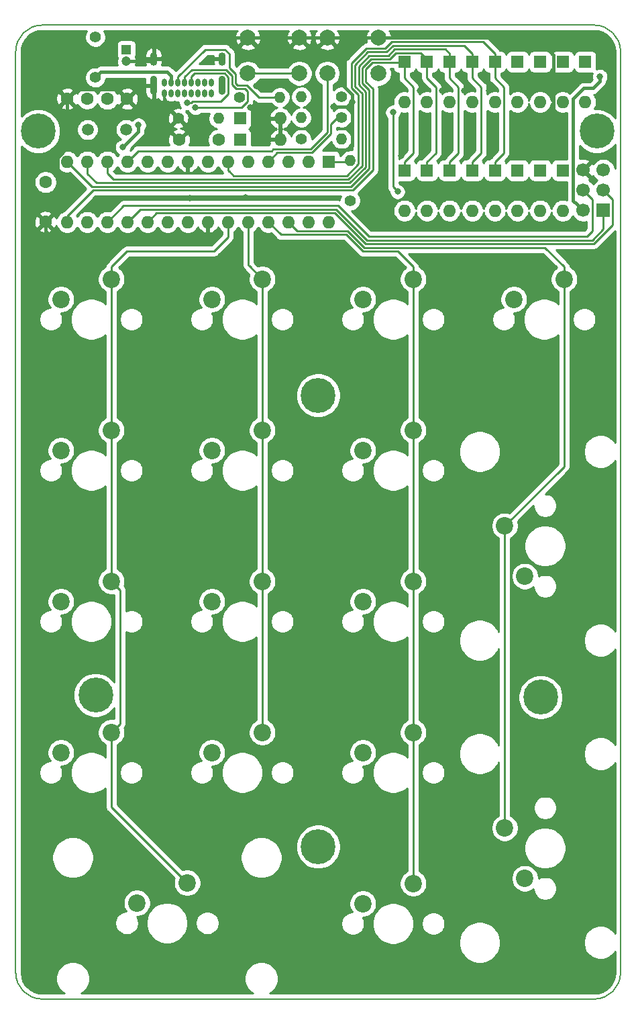
<source format=gbr>
%TF.GenerationSoftware,KiCad,Pcbnew,5.1.7-a382d34a8~88~ubuntu20.04.1*%
%TF.CreationDate,2021-03-29T23:34:48+02:00*%
%TF.ProjectId,discipad-pcb,64697363-6970-4616-942d-7063622e6b69,rev?*%
%TF.SameCoordinates,Original*%
%TF.FileFunction,Copper,L2,Bot*%
%TF.FilePolarity,Positive*%
%FSLAX46Y46*%
G04 Gerber Fmt 4.6, Leading zero omitted, Abs format (unit mm)*
G04 Created by KiCad (PCBNEW 5.1.7-a382d34a8~88~ubuntu20.04.1) date 2021-03-29 23:34:48*
%MOMM*%
%LPD*%
G01*
G04 APERTURE LIST*
%TA.AperFunction,Profile*%
%ADD10C,0.150000*%
%TD*%
%TA.AperFunction,ComponentPad*%
%ADD11C,2.000000*%
%TD*%
%TA.AperFunction,ComponentPad*%
%ADD12O,1.600000X1.600000*%
%TD*%
%TA.AperFunction,ComponentPad*%
%ADD13R,1.600000X1.600000*%
%TD*%
%TA.AperFunction,ComponentPad*%
%ADD14C,1.400000*%
%TD*%
%TA.AperFunction,ComponentPad*%
%ADD15C,2.200000*%
%TD*%
%TA.AperFunction,ComponentPad*%
%ADD16C,4.400000*%
%TD*%
%TA.AperFunction,ComponentPad*%
%ADD17C,1.600000*%
%TD*%
%TA.AperFunction,ComponentPad*%
%ADD18R,1.200000X1.200000*%
%TD*%
%TA.AperFunction,ComponentPad*%
%ADD19C,1.200000*%
%TD*%
%TA.AperFunction,ComponentPad*%
%ADD20O,1.400000X1.400000*%
%TD*%
%TA.AperFunction,ComponentPad*%
%ADD21O,0.900000X1.700000*%
%TD*%
%TA.AperFunction,ComponentPad*%
%ADD22O,0.900000X2.400000*%
%TD*%
%TA.AperFunction,ComponentPad*%
%ADD23O,0.650000X1.000000*%
%TD*%
%TA.AperFunction,ComponentPad*%
%ADD24C,1.500000*%
%TD*%
%TA.AperFunction,ComponentPad*%
%ADD25C,1.700000*%
%TD*%
%TA.AperFunction,ComponentPad*%
%ADD26R,1.700000X1.700000*%
%TD*%
%TA.AperFunction,ViaPad*%
%ADD27C,0.800000*%
%TD*%
%TA.AperFunction,Conductor*%
%ADD28C,0.250000*%
%TD*%
%TA.AperFunction,Conductor*%
%ADD29C,0.400000*%
%TD*%
%TA.AperFunction,Conductor*%
%ADD30C,0.254000*%
%TD*%
%TA.AperFunction,Conductor*%
%ADD31C,0.150000*%
%TD*%
G04 APERTURE END LIST*
D10*
X108977543Y-137901737D02*
G75*
G02*
X105670421Y-134594615I0J3307122D01*
G01*
X181996697Y-134594615D02*
G75*
G02*
X178689575Y-137901737I-3307122J0D01*
G01*
X178689575Y-15101737D02*
G75*
G02*
X181996697Y-18408859I0J-3307122D01*
G01*
X105670421Y-18408859D02*
G75*
G02*
X108977543Y-15101737I3307122J0D01*
G01*
X105670421Y-134594615D02*
X105670421Y-18408859D01*
X108977543Y-15101737D02*
X178689575Y-15101737D01*
X181996697Y-18408859D02*
X181996697Y-134594615D01*
X178689575Y-137901737D02*
X108977543Y-137901737D01*
D11*
X151470929Y-16693091D03*
X151470929Y-21193091D03*
X144970929Y-16693091D03*
X144970929Y-21193091D03*
D12*
X177550923Y-24807330D03*
D13*
X177550923Y-19727330D03*
D12*
X174696610Y-38488743D03*
D13*
X174696610Y-33408743D03*
D12*
X171842297Y-38488743D03*
D13*
X171842297Y-33408743D03*
D12*
X168987991Y-38488743D03*
D13*
X168987991Y-33408743D03*
D12*
X166133685Y-38488743D03*
D13*
X166133685Y-33408743D03*
D12*
X163279379Y-38488743D03*
D13*
X163279379Y-33408743D03*
D12*
X160425073Y-38488743D03*
D13*
X160425073Y-33408743D03*
D12*
X157570767Y-38488743D03*
D13*
X157570767Y-33408743D03*
D12*
X154716461Y-38488743D03*
D13*
X154716461Y-33408743D03*
D12*
X174696610Y-24807330D03*
D13*
X174696610Y-19727330D03*
D12*
X171842297Y-24807330D03*
D13*
X171842297Y-19727330D03*
D12*
X168987991Y-24807330D03*
D13*
X168987991Y-19727330D03*
D12*
X166133685Y-24807330D03*
D13*
X166133685Y-19727330D03*
D12*
X163279379Y-24807330D03*
D13*
X163279379Y-19727330D03*
D12*
X160425073Y-24807330D03*
D13*
X160425073Y-19727330D03*
D12*
X157570767Y-24807330D03*
D13*
X157570767Y-19727330D03*
D12*
X154716461Y-24807330D03*
D13*
X154716461Y-19727330D03*
D12*
X139054831Y-29536623D03*
D13*
X133974831Y-29536623D03*
D12*
X139054831Y-26841931D03*
D13*
X133974831Y-26841931D03*
D14*
X115714273Y-16610309D03*
X115714273Y-21710309D03*
D15*
X127306000Y-123242000D03*
X120956000Y-125782000D03*
X167386000Y-116332000D03*
X169926000Y-122682000D03*
X167386000Y-78232000D03*
X169926000Y-84582000D03*
X149479000Y-125857000D03*
X155829000Y-123317000D03*
X130429000Y-106807000D03*
X136779000Y-104267000D03*
X111379000Y-106807000D03*
X117729000Y-104267000D03*
X149479000Y-106807000D03*
X155829000Y-104267000D03*
X149479000Y-87757000D03*
X155829000Y-85217000D03*
X130429000Y-87757000D03*
X136779000Y-85217000D03*
X111379000Y-87757000D03*
X117729000Y-85217000D03*
X149479000Y-68707000D03*
X155829000Y-66167000D03*
X130429000Y-68707000D03*
X136779000Y-66167000D03*
X111379000Y-68707000D03*
X117729000Y-66167000D03*
X168529000Y-49657000D03*
X174879000Y-47117000D03*
X149479000Y-49657000D03*
X155829000Y-47117000D03*
X130429000Y-49657000D03*
X136779000Y-47117000D03*
X111379000Y-49657000D03*
X117729000Y-47117000D03*
D16*
X143833559Y-118686673D03*
X115752543Y-99566685D03*
X171914575Y-99841686D03*
X143833559Y-61784261D03*
X179001130Y-28475773D03*
X108503031Y-28475773D03*
D17*
X117219101Y-24409709D03*
X119719101Y-24409709D03*
X112164393Y-24392211D03*
X114664393Y-24392211D03*
D18*
X119633825Y-18180421D03*
D19*
X119633825Y-19680421D03*
D17*
X126287493Y-29571619D03*
X131287493Y-29571619D03*
X109414993Y-34908509D03*
X109414993Y-39908509D03*
D20*
X141703959Y-24147239D03*
D14*
X146783959Y-24147239D03*
X126178077Y-26841931D03*
D20*
X131258077Y-26841931D03*
D14*
X133929691Y-24199733D03*
D20*
X139009691Y-24199733D03*
X146783959Y-29484129D03*
D14*
X141703959Y-29484129D03*
D20*
X141703959Y-26771939D03*
D14*
X146783959Y-26771939D03*
X147875597Y-37235743D03*
D20*
X147875597Y-32155743D03*
D11*
X134962073Y-21193091D03*
X134962073Y-16693091D03*
X141462073Y-21193091D03*
X141462073Y-16693091D03*
D13*
X145163407Y-32301307D03*
D12*
X112143407Y-39921307D03*
X142623407Y-32301307D03*
X114683407Y-39921307D03*
X140083407Y-32301307D03*
X117223407Y-39921307D03*
X137543407Y-32301307D03*
X119763407Y-39921307D03*
X135003407Y-32301307D03*
X122303407Y-39921307D03*
X132463407Y-32301307D03*
X124843407Y-39921307D03*
X129923407Y-32301307D03*
X127383407Y-39921307D03*
X127383407Y-32301307D03*
X129923407Y-39921307D03*
X124843407Y-32301307D03*
X132463407Y-39921307D03*
X122303407Y-32301307D03*
X135003407Y-39921307D03*
X119763407Y-32301307D03*
X137543407Y-39921307D03*
X117223407Y-32301307D03*
X140083407Y-39921307D03*
X114683407Y-32301307D03*
X142623407Y-39921307D03*
X112143407Y-32301307D03*
X145163407Y-39921307D03*
D21*
X123077937Y-19342987D03*
X131727937Y-19342987D03*
D22*
X123077937Y-22722987D03*
X131727937Y-22722987D03*
D23*
X124422937Y-22377987D03*
X125272937Y-22377987D03*
X126122937Y-22377987D03*
X126972937Y-22377987D03*
X127822937Y-22377987D03*
X128672937Y-22377987D03*
X129522937Y-22377987D03*
X130377937Y-22377987D03*
X124427937Y-23702987D03*
X125277937Y-23702987D03*
X126127937Y-23702987D03*
X126977937Y-23702987D03*
X127827937Y-23702987D03*
X129527937Y-23702987D03*
X130377937Y-23702987D03*
X128677937Y-23702987D03*
D24*
X119616327Y-28276767D03*
X114736327Y-28276767D03*
D25*
X177279591Y-33383393D03*
X179819591Y-33383393D03*
X177279591Y-35923393D03*
X179819591Y-35923393D03*
X177279591Y-38463393D03*
D26*
X179819591Y-38463393D03*
D27*
X135259539Y-25512083D03*
X170010567Y-63727715D03*
X108085145Y-18950333D03*
X154157379Y-40735343D03*
X127612913Y-36920779D03*
X134664607Y-36868285D03*
X116991627Y-26754441D03*
X124568261Y-16325633D03*
X146895709Y-22047479D03*
X148138067Y-24794665D03*
X145758339Y-25424593D03*
X148138067Y-16693091D03*
X170780479Y-16693091D03*
X174332573Y-29361643D03*
X180159407Y-31548893D03*
X138202084Y-16693091D03*
X136006871Y-22748763D03*
X165549229Y-31604029D03*
X162609876Y-31604029D03*
X159744937Y-31604029D03*
X156917205Y-31604029D03*
X154275508Y-31604029D03*
X165437608Y-23381282D03*
X162312220Y-23381282D03*
X159484488Y-23381282D03*
X156656756Y-23381282D03*
X156210272Y-37036251D03*
X179389495Y-21592531D03*
X119159110Y-30498433D03*
X121153844Y-27716304D03*
X127269933Y-24871903D03*
X128350138Y-25492473D03*
X153264981Y-26107015D03*
X153859913Y-36098373D03*
D28*
X154716461Y-32358743D02*
X154716461Y-33408743D01*
X155841462Y-31233742D02*
X154716461Y-32358743D01*
X155841462Y-22902331D02*
X155841462Y-31233742D01*
X154716461Y-21777330D02*
X155841462Y-22902331D01*
X154716461Y-20727330D02*
X154716461Y-21777330D01*
X154716461Y-20727330D02*
X154716461Y-19727330D01*
X112143407Y-39208034D02*
X112143407Y-39921307D01*
X115428048Y-35923393D02*
X112143407Y-39208034D01*
X148190561Y-35923393D02*
X115428048Y-35923393D01*
X150727771Y-33386183D02*
X148190561Y-35923393D01*
X154593436Y-19850355D02*
X150685151Y-19850355D01*
X154716461Y-19727330D02*
X154593436Y-19850355D01*
X150685151Y-19850355D02*
X149852871Y-20682635D01*
X149852871Y-20682635D02*
X149852871Y-22222459D01*
X149852871Y-22222459D02*
X150727771Y-23097359D01*
X150727771Y-23097359D02*
X150727771Y-33386183D01*
X157570767Y-32358743D02*
X157570767Y-33408743D01*
X158695768Y-31233742D02*
X157570767Y-32358743D01*
X158695768Y-22902331D02*
X158695768Y-31233742D01*
X157570767Y-21777330D02*
X158695768Y-22902331D01*
X157570767Y-20727330D02*
X157570767Y-21777330D01*
X157570767Y-20727330D02*
X157570767Y-20718909D01*
X157570767Y-20727330D02*
X157570767Y-19727330D01*
X112943406Y-33101306D02*
X112143407Y-32301307D01*
X147998083Y-35468445D02*
X115310545Y-35468445D01*
X150272823Y-23289837D02*
X150272823Y-33193705D01*
X149397923Y-20490157D02*
X149397923Y-22414937D01*
X157570767Y-19727330D02*
X157570767Y-19371563D01*
X149397923Y-22414937D02*
X150272823Y-23289837D01*
X157570767Y-19371563D02*
X156782079Y-18582875D01*
X153673918Y-18582875D02*
X152856449Y-19400344D01*
X150272823Y-33193705D02*
X147998083Y-35468445D01*
X152856449Y-19400344D02*
X150487736Y-19400344D01*
X115310545Y-35468445D02*
X112943406Y-33101306D01*
X156782079Y-18582875D02*
X153673918Y-18582875D01*
X150487736Y-19400344D02*
X149397923Y-20490157D01*
X115854257Y-34995999D02*
X147823103Y-34995999D01*
X147823103Y-34995999D02*
X149817875Y-33001227D01*
X149817875Y-33001227D02*
X149817875Y-23499813D01*
X148942975Y-20297679D02*
X150290321Y-18950333D01*
X114681891Y-33823633D02*
X115854257Y-34995999D01*
X149817875Y-23499813D02*
X148942975Y-22624913D01*
X148942975Y-22624913D02*
X148942975Y-20297679D01*
X114683407Y-33822117D02*
X114683407Y-32301307D01*
X114681891Y-33823633D02*
X114683407Y-33822117D01*
X160425073Y-18677330D02*
X159875670Y-18127927D01*
X160425073Y-19727330D02*
X160425073Y-18677330D01*
X159875670Y-18127927D02*
X153492455Y-18127927D01*
X152670049Y-18950333D02*
X150290321Y-18950333D01*
X153492455Y-18127927D02*
X152670049Y-18950333D01*
X160425073Y-20721041D02*
X160425073Y-19727330D01*
X160425073Y-21777330D02*
X160425073Y-20721041D01*
X161550074Y-22902331D02*
X160425073Y-21777330D01*
X161550074Y-31233742D02*
X161550074Y-22902331D01*
X160425073Y-33408743D02*
X160425073Y-32358743D01*
X160425073Y-32358743D02*
X161550074Y-31233742D01*
X163279379Y-32358743D02*
X163279379Y-33408743D01*
X164404380Y-31233742D02*
X163279379Y-32358743D01*
X164404380Y-22902331D02*
X164404380Y-31233742D01*
X163279379Y-21777330D02*
X164404380Y-22902331D01*
X163279379Y-20727330D02*
X163279379Y-21777330D01*
X117223407Y-33757947D02*
X117223407Y-32301307D01*
X118006511Y-34541051D02*
X117223407Y-33757947D01*
X147630625Y-34541051D02*
X118006511Y-34541051D01*
X149362927Y-32808749D02*
X147630625Y-34541051D01*
X149362927Y-23692291D02*
X149362927Y-32808749D01*
X163279379Y-20727330D02*
X163279379Y-20723173D01*
X150097843Y-18495385D02*
X148488027Y-20105201D01*
X148488027Y-20105201D02*
X148488027Y-22817391D01*
X148488027Y-22817391D02*
X149362927Y-23692291D01*
X150097843Y-18495385D02*
X152477571Y-18495385D01*
X152477571Y-18495385D02*
X153299977Y-17672979D01*
X163279379Y-18677330D02*
X163279379Y-19727330D01*
X162275028Y-17672979D02*
X163279379Y-18677330D01*
X153299977Y-17672979D02*
X162275028Y-17672979D01*
X163279379Y-20727330D02*
X163279379Y-19727330D01*
X166133685Y-20725305D02*
X166133685Y-19727330D01*
X166133685Y-21777330D02*
X166133685Y-20725305D01*
X167258686Y-22902331D02*
X166133685Y-21777330D01*
X167258686Y-31233742D02*
X167258686Y-22902331D01*
X166133685Y-33408743D02*
X166133685Y-32358743D01*
X166133685Y-32358743D02*
X167258686Y-31233742D01*
X148033079Y-19912723D02*
X149905365Y-18040437D01*
X153089930Y-17218102D02*
X164674457Y-17218102D01*
X132463407Y-33432677D02*
X132591893Y-33561163D01*
X149905365Y-18040437D02*
X152267595Y-18040437D01*
X164674457Y-17218102D02*
X166133685Y-18677330D01*
X148900598Y-32623652D02*
X148900598Y-23877388D01*
X147438147Y-34086103D02*
X148900598Y-32623652D01*
X152267595Y-18040437D02*
X153089930Y-17218102D01*
X166133685Y-18677330D02*
X166133685Y-19727330D01*
X132463407Y-32301307D02*
X132463407Y-33432677D01*
X148033079Y-23009869D02*
X148033079Y-19912723D01*
X132591893Y-33561163D02*
X132599843Y-33561163D01*
X148900598Y-23877388D02*
X148033079Y-23009869D01*
X133124783Y-34086103D02*
X147438147Y-34086103D01*
X132599843Y-33561163D02*
X133124783Y-34086103D01*
X117729000Y-48672634D02*
X117729000Y-66167000D01*
X117729000Y-47117000D02*
X117729000Y-48672634D01*
X117729000Y-113665000D02*
X127306000Y-123242000D01*
X117729000Y-104267000D02*
X117729000Y-113665000D01*
X117729000Y-67722634D02*
X117729000Y-85217000D01*
X117729000Y-66167000D02*
X117729000Y-67722634D01*
X117729000Y-45561366D02*
X117729000Y-47117000D01*
X119685351Y-43605015D02*
X117729000Y-45561366D01*
X130675063Y-43605015D02*
X119685351Y-43605015D01*
X132463407Y-41816671D02*
X130675063Y-43605015D01*
X132463407Y-39921307D02*
X132463407Y-41816671D01*
X118828999Y-86316999D02*
X117729000Y-85217000D01*
X118828999Y-103167001D02*
X118828999Y-86316999D01*
X117729000Y-104267000D02*
X118828999Y-103167001D01*
X136779000Y-47117000D02*
X136779000Y-66167000D01*
X136779000Y-67722634D02*
X136779000Y-85217000D01*
X136779000Y-66167000D02*
X136779000Y-67722634D01*
X136779000Y-86772634D02*
X136779000Y-104267000D01*
X136779000Y-85217000D02*
X136779000Y-86772634D01*
X135154551Y-45492551D02*
X136779000Y-47117000D01*
X135003407Y-45341407D02*
X135154551Y-45492551D01*
X135003407Y-39921307D02*
X135003407Y-45341407D01*
X155829000Y-47117000D02*
X155829000Y-66167000D01*
X155829000Y-67722634D02*
X155829000Y-85217000D01*
X155829000Y-66167000D02*
X155829000Y-67722634D01*
X155829000Y-85217000D02*
X155829000Y-104267000D01*
X155829000Y-105822634D02*
X155829000Y-123317000D01*
X155829000Y-104267000D02*
X155829000Y-105822634D01*
X139127355Y-41505255D02*
X137543407Y-39921307D01*
X147368155Y-41505255D02*
X139127355Y-41505255D01*
X149467915Y-43605015D02*
X147368155Y-41505255D01*
X153872649Y-43605015D02*
X149467915Y-43605015D01*
X155829000Y-47117000D02*
X155829000Y-45561366D01*
X155829000Y-45561366D02*
X153872649Y-43605015D01*
X174879000Y-70739000D02*
X167386000Y-78232000D01*
X174879000Y-47117000D02*
X174879000Y-70739000D01*
X167386000Y-79787634D02*
X167386000Y-116332000D01*
X167386000Y-78232000D02*
X167386000Y-79787634D01*
X140883406Y-40721306D02*
X140083407Y-39921307D01*
X174879000Y-47117000D02*
X174879000Y-45561366D01*
X174879000Y-45561366D02*
X172467701Y-43150067D01*
X149660393Y-43150067D02*
X147560633Y-41050307D01*
X147560633Y-41050307D02*
X141212407Y-41050307D01*
X172467701Y-43150067D02*
X149660393Y-43150067D01*
X141212407Y-41050307D02*
X140883406Y-40721306D01*
D29*
X109414993Y-41039879D02*
X110790265Y-42415151D01*
X109414993Y-39908509D02*
X109414993Y-41039879D01*
X110790265Y-42415151D02*
X128732785Y-42415151D01*
X129923407Y-41224529D02*
X129923407Y-39921307D01*
X128732785Y-42415151D02*
X129923407Y-41224529D01*
X118919102Y-23609710D02*
X119719101Y-24409709D01*
X118501602Y-23192210D02*
X118919102Y-23609710D01*
X113364394Y-23192210D02*
X118501602Y-23192210D01*
X112164393Y-24392211D02*
X113364394Y-23192210D01*
X119719101Y-24409709D02*
X122151323Y-26841931D01*
X126178077Y-29462203D02*
X126287493Y-29571619D01*
X150056716Y-16693091D02*
X148138067Y-16693091D01*
X151470929Y-16693091D02*
X150056716Y-16693091D01*
X144970929Y-16693091D02*
X141462073Y-16693091D01*
X141462073Y-16693091D02*
X138202084Y-16693091D01*
X133547860Y-16693091D02*
X134962073Y-16693091D01*
X126577833Y-16693091D02*
X133547860Y-16693091D01*
X123927937Y-19342987D02*
X126577833Y-16693091D01*
X123077937Y-19342987D02*
X123927937Y-19342987D01*
X110943406Y-31796417D02*
X112164393Y-30575430D01*
X112164393Y-30575430D02*
X112164393Y-25523581D01*
X109414993Y-39908509D02*
X110943406Y-38380096D01*
X112164393Y-25523581D02*
X112164393Y-24392211D01*
X110943406Y-38380096D02*
X110943406Y-31796417D01*
X146895709Y-22630987D02*
X148138067Y-23873345D01*
X146895709Y-22047479D02*
X146895709Y-22630987D01*
X148138067Y-23873345D02*
X148138067Y-24794665D01*
X122151323Y-26841931D02*
X122153537Y-26841931D01*
X122153537Y-26841931D02*
X123518381Y-28206775D01*
X124922649Y-28206775D02*
X126287493Y-29571619D01*
X124813233Y-28206775D02*
X126178077Y-26841931D01*
X124095815Y-28206775D02*
X124813233Y-28206775D01*
X123518381Y-28206775D02*
X124095815Y-28206775D01*
X124095815Y-28206775D02*
X124922649Y-28206775D01*
X147508139Y-25424593D02*
X148138067Y-24794665D01*
X145758339Y-25424593D02*
X147508139Y-25424593D01*
X148138067Y-16693091D02*
X144970929Y-16693091D01*
X122740503Y-19680421D02*
X123077937Y-19342987D01*
X119633825Y-19680421D02*
X122740503Y-19680421D01*
X151470929Y-16693091D02*
X170780479Y-16693091D01*
X173932574Y-28961644D02*
X174332573Y-29361643D01*
X173496609Y-28525679D02*
X173932574Y-28961644D01*
X173496609Y-18843536D02*
X173496609Y-23412323D01*
X171346164Y-16693091D02*
X173496609Y-18843536D01*
X170780479Y-16693091D02*
X171346164Y-16693091D01*
X173496609Y-23412323D02*
X173496609Y-28525679D01*
X173496609Y-23412323D02*
X173496609Y-23412323D01*
X138202084Y-16693091D02*
X134962073Y-16693091D01*
D28*
X148138067Y-24794665D02*
X148138067Y-24834069D01*
D29*
X147094557Y-30822682D02*
X145829519Y-30822682D01*
X147652662Y-30822682D02*
X147094557Y-30822682D01*
X148136353Y-30338991D02*
X147652662Y-30822682D01*
X148136353Y-25362064D02*
X148136353Y-30338991D01*
X148138067Y-25360350D02*
X148136353Y-25362064D01*
X148138067Y-24794665D02*
X148138067Y-25360350D01*
X176429592Y-37613394D02*
X177279591Y-38463393D01*
X176029590Y-37213392D02*
X176429592Y-37613394D01*
X176029590Y-24386751D02*
X176029590Y-37213392D01*
X178491097Y-23056614D02*
X177359727Y-23056614D01*
X179389495Y-22158216D02*
X178491097Y-23056614D01*
X179389495Y-21592531D02*
X179389495Y-22158216D01*
X177359727Y-23056614D02*
X176029590Y-24386751D01*
X119159110Y-30498433D02*
X121153844Y-28503699D01*
X121153844Y-28503699D02*
X121153844Y-27716304D01*
D28*
X141603959Y-24247239D02*
X141703959Y-24147239D01*
X132502947Y-23794006D02*
X131554782Y-24742171D01*
X132048956Y-21197977D02*
X132412302Y-21561323D01*
X128252947Y-21197977D02*
X132048956Y-21197977D01*
X127822937Y-22377987D02*
X127822937Y-21627987D01*
X131554782Y-24742171D02*
X127965350Y-24742171D01*
X127965350Y-24742171D02*
X127835618Y-24871903D01*
X132412302Y-21568955D02*
X132502947Y-21659600D01*
X127835618Y-24871903D02*
X127269933Y-24871903D01*
X132412302Y-21561323D02*
X132412302Y-21568955D01*
X127822937Y-21627987D02*
X128252947Y-21197977D01*
X132502947Y-21659600D02*
X132502947Y-23794006D01*
X132214887Y-20735129D02*
X132227725Y-20747967D01*
X128915823Y-25492473D02*
X128350138Y-25492473D01*
X126972937Y-22377987D02*
X126972937Y-21627987D01*
X126972937Y-21627987D02*
X127865795Y-20735129D01*
X134153953Y-25492473D02*
X128915823Y-25492473D01*
X127865795Y-20735129D02*
X132214887Y-20735129D01*
X134954692Y-24691734D02*
X134153953Y-25492473D01*
X134954692Y-23474934D02*
X134954692Y-24691734D01*
X132227725Y-20747967D02*
X132235357Y-20747968D01*
X132862313Y-21382556D02*
X132952957Y-21473200D01*
X132862313Y-21374924D02*
X132862313Y-21382556D01*
X132235357Y-20747968D02*
X132862313Y-21374924D01*
X132952957Y-21473200D02*
X132952957Y-22628067D01*
X133457245Y-23132355D02*
X134612113Y-23132355D01*
X132952957Y-22628067D02*
X133457245Y-23132355D01*
X134612113Y-23132355D02*
X134954692Y-23474934D01*
D29*
X116414272Y-21010310D02*
X115714273Y-21710309D01*
X124805260Y-21010310D02*
X116414272Y-21010310D01*
X125272937Y-21477987D02*
X124805260Y-21010310D01*
X125272937Y-22377987D02*
X125272937Y-21477987D01*
D28*
X138019742Y-24199733D02*
X139009691Y-24199733D01*
X133649723Y-22677407D02*
X134804591Y-22677407D01*
X133404751Y-22432435D02*
X133649723Y-22677407D01*
X133404751Y-21260069D02*
X133404751Y-22432435D01*
X136326917Y-24199733D02*
X138019742Y-24199733D01*
X126122937Y-21627987D02*
X129582947Y-18167977D01*
X126122937Y-22377987D02*
X126122937Y-21627987D01*
X129582947Y-18167977D02*
X132074903Y-18167977D01*
X132074903Y-18167977D02*
X132599843Y-18692917D01*
X134804591Y-22677407D02*
X136326917Y-24199733D01*
X132599843Y-18692917D02*
X132599843Y-20455161D01*
X132599843Y-20455161D02*
X133404751Y-21260069D01*
X138668408Y-31176306D02*
X137543407Y-32301307D01*
X143057440Y-31176306D02*
X138668408Y-31176306D01*
X145457449Y-28776297D02*
X143057440Y-31176306D01*
X145457449Y-27622880D02*
X145457449Y-28776297D01*
X146308390Y-26771939D02*
X145457449Y-27622880D01*
X146783959Y-26771939D02*
X146308390Y-26771939D01*
X147730033Y-32301307D02*
X147875597Y-32155743D01*
X145163407Y-32301307D02*
X147730033Y-32301307D01*
X140047860Y-21193091D02*
X134962073Y-21193091D01*
X141462073Y-21193091D02*
X140047860Y-21193091D01*
X153264981Y-26107015D02*
X153264981Y-26672700D01*
X153264981Y-26672700D02*
X153264981Y-35503441D01*
X153264981Y-35503441D02*
X153859913Y-36098373D01*
X121110753Y-30953961D02*
X119763407Y-32301307D01*
X137936733Y-30953961D02*
X121110753Y-30953961D01*
X138181705Y-30708989D02*
X137936733Y-30953961D01*
X142853671Y-30708989D02*
X138181705Y-30708989D01*
X144970929Y-28591731D02*
X142853671Y-30708989D01*
X144970929Y-21193091D02*
X144970929Y-28591731D01*
X117223407Y-39921307D02*
X119279043Y-37865671D01*
X119279043Y-37865671D02*
X146318275Y-37865671D01*
X146318275Y-37865671D02*
X150220329Y-41767725D01*
X150220329Y-41767725D02*
X177727185Y-41767725D01*
X178129590Y-36773392D02*
X177279591Y-35923393D01*
X178454592Y-37098394D02*
X178129590Y-36773392D01*
X178454592Y-41040318D02*
X178454592Y-37098394D01*
X177727185Y-41767725D02*
X178454592Y-41040318D01*
X122303407Y-39921307D02*
X123449147Y-38775567D01*
X123449147Y-38775567D02*
X145933319Y-38775567D01*
X145933319Y-38775567D02*
X149835373Y-42677621D01*
X149835373Y-42677621D02*
X178602085Y-42677621D01*
X180669590Y-36773392D02*
X179819591Y-35923393D01*
X180994592Y-37098394D02*
X180669590Y-36773392D01*
X180994592Y-40285114D02*
X180994592Y-37098394D01*
X178602085Y-42677621D02*
X180994592Y-40285114D01*
X119763407Y-39921307D02*
X121364095Y-38320619D01*
X121364095Y-38320619D02*
X146125797Y-38320619D01*
X146125797Y-38320619D02*
X150027851Y-42222673D01*
X150027851Y-42222673D02*
X178409607Y-42222673D01*
X179819591Y-40812689D02*
X179819591Y-38463393D01*
X178409607Y-42222673D02*
X179819591Y-40812689D01*
D30*
X114531212Y-15977950D02*
X114430577Y-16220904D01*
X114379273Y-16478823D01*
X114379273Y-16741795D01*
X114430577Y-16999714D01*
X114531212Y-17242668D01*
X114677311Y-17461322D01*
X114863260Y-17647271D01*
X115081914Y-17793370D01*
X115324868Y-17894005D01*
X115582787Y-17945309D01*
X115845759Y-17945309D01*
X116103678Y-17894005D01*
X116346632Y-17793370D01*
X116565286Y-17647271D01*
X116751235Y-17461322D01*
X116897334Y-17242668D01*
X116997969Y-16999714D01*
X117049273Y-16741795D01*
X117049273Y-16478823D01*
X116997969Y-16220904D01*
X116897334Y-15977950D01*
X116786275Y-15811737D01*
X133621095Y-15811737D01*
X133562259Y-15833047D01*
X133421369Y-16122662D01*
X133339689Y-16434199D01*
X133320355Y-16755686D01*
X133364112Y-17074766D01*
X133469278Y-17379179D01*
X133562259Y-17553135D01*
X133826660Y-17648899D01*
X134782468Y-16693091D01*
X134768326Y-16678949D01*
X134947931Y-16499344D01*
X134962073Y-16513486D01*
X134976216Y-16499344D01*
X135155821Y-16678949D01*
X135141678Y-16693091D01*
X136097486Y-17648899D01*
X136361887Y-17553135D01*
X136502777Y-17263520D01*
X136584457Y-16951983D01*
X136603791Y-16630496D01*
X136560034Y-16311416D01*
X136454868Y-16007003D01*
X136361887Y-15833047D01*
X136303051Y-15811737D01*
X140121095Y-15811737D01*
X140062259Y-15833047D01*
X139921369Y-16122662D01*
X139839689Y-16434199D01*
X139820355Y-16755686D01*
X139864112Y-17074766D01*
X139969278Y-17379179D01*
X140062259Y-17553135D01*
X140326660Y-17648899D01*
X141282468Y-16693091D01*
X141268326Y-16678949D01*
X141447931Y-16499344D01*
X141462073Y-16513486D01*
X141476216Y-16499344D01*
X141655821Y-16678949D01*
X141641678Y-16693091D01*
X142597486Y-17648899D01*
X142861887Y-17553135D01*
X143002777Y-17263520D01*
X143084457Y-16951983D01*
X143103791Y-16630496D01*
X143060034Y-16311416D01*
X142954868Y-16007003D01*
X142861887Y-15833047D01*
X142803051Y-15811737D01*
X143629951Y-15811737D01*
X143571115Y-15833047D01*
X143430225Y-16122662D01*
X143348545Y-16434199D01*
X143329211Y-16755686D01*
X143372968Y-17074766D01*
X143478134Y-17379179D01*
X143571115Y-17553135D01*
X143835516Y-17648899D01*
X144791324Y-16693091D01*
X144777182Y-16678949D01*
X144956787Y-16499344D01*
X144970929Y-16513486D01*
X144985072Y-16499344D01*
X145164677Y-16678949D01*
X145150534Y-16693091D01*
X146106342Y-17648899D01*
X146370743Y-17553135D01*
X146511633Y-17263520D01*
X146593313Y-16951983D01*
X146612647Y-16630496D01*
X146568890Y-16311416D01*
X146463724Y-16007003D01*
X146370743Y-15833047D01*
X146311907Y-15811737D01*
X150129951Y-15811737D01*
X150071115Y-15833047D01*
X149930225Y-16122662D01*
X149848545Y-16434199D01*
X149829211Y-16755686D01*
X149872968Y-17074766D01*
X149944021Y-17280437D01*
X149942687Y-17280437D01*
X149905364Y-17276761D01*
X149868041Y-17280437D01*
X149868032Y-17280437D01*
X149756379Y-17291434D01*
X149613118Y-17334891D01*
X149481089Y-17405463D01*
X149365364Y-17500436D01*
X149341566Y-17529434D01*
X147522077Y-19348924D01*
X147493079Y-19372722D01*
X147469281Y-19401720D01*
X147469280Y-19401721D01*
X147398105Y-19488447D01*
X147327533Y-19620477D01*
X147303613Y-19699335D01*
X147284077Y-19763737D01*
X147278080Y-19824621D01*
X147269403Y-19912723D01*
X147273080Y-19950055D01*
X147273079Y-22904846D01*
X147173364Y-22863543D01*
X146915445Y-22812239D01*
X146652473Y-22812239D01*
X146394554Y-22863543D01*
X146151600Y-22964178D01*
X145932946Y-23110277D01*
X145746997Y-23296226D01*
X145730929Y-23320274D01*
X145730929Y-22648000D01*
X145745392Y-22642009D01*
X146013181Y-22463078D01*
X146240916Y-22235343D01*
X146419847Y-21967554D01*
X146543097Y-21670003D01*
X146605929Y-21354124D01*
X146605929Y-21032058D01*
X146543097Y-20716179D01*
X146419847Y-20418628D01*
X146240916Y-20150839D01*
X146013181Y-19923104D01*
X145745392Y-19744173D01*
X145447841Y-19620923D01*
X145131962Y-19558091D01*
X144809896Y-19558091D01*
X144494017Y-19620923D01*
X144196466Y-19744173D01*
X143928677Y-19923104D01*
X143700942Y-20150839D01*
X143522011Y-20418628D01*
X143398761Y-20716179D01*
X143335929Y-21032058D01*
X143335929Y-21354124D01*
X143398761Y-21670003D01*
X143522011Y-21967554D01*
X143700942Y-22235343D01*
X143928677Y-22463078D01*
X144196466Y-22642009D01*
X144210929Y-22648000D01*
X144210930Y-28276928D01*
X143038959Y-29448900D01*
X143038959Y-29352643D01*
X142987655Y-29094724D01*
X142887020Y-28851770D01*
X142740921Y-28633116D01*
X142554972Y-28447167D01*
X142336318Y-28301068D01*
X142093364Y-28200433D01*
X141835445Y-28149129D01*
X141572473Y-28149129D01*
X141314554Y-28200433D01*
X141071600Y-28301068D01*
X140852946Y-28447167D01*
X140666997Y-28633116D01*
X140520898Y-28851770D01*
X140420263Y-29094724D01*
X140419592Y-29098096D01*
X140406077Y-29053536D01*
X140285868Y-28799203D01*
X140118350Y-28573209D01*
X139909962Y-28384238D01*
X139668712Y-28239553D01*
X139528315Y-28189277D01*
X139668712Y-28139001D01*
X139909962Y-27994316D01*
X140118350Y-27805345D01*
X140285868Y-27579351D01*
X140406077Y-27325018D01*
X140440732Y-27210761D01*
X140520898Y-27404298D01*
X140666997Y-27622952D01*
X140852946Y-27808901D01*
X141071600Y-27955000D01*
X141314554Y-28055635D01*
X141572473Y-28106939D01*
X141835445Y-28106939D01*
X142093364Y-28055635D01*
X142336318Y-27955000D01*
X142554972Y-27808901D01*
X142740921Y-27622952D01*
X142887020Y-27404298D01*
X142987655Y-27161344D01*
X143038959Y-26903425D01*
X143038959Y-26640453D01*
X142987655Y-26382534D01*
X142887020Y-26139580D01*
X142740921Y-25920926D01*
X142554972Y-25734977D01*
X142336318Y-25588878D01*
X142093364Y-25488243D01*
X141949313Y-25459589D01*
X142093364Y-25430935D01*
X142336318Y-25330300D01*
X142554972Y-25184201D01*
X142740921Y-24998252D01*
X142887020Y-24779598D01*
X142987655Y-24536644D01*
X143038959Y-24278725D01*
X143038959Y-24015753D01*
X142987655Y-23757834D01*
X142887020Y-23514880D01*
X142740921Y-23296226D01*
X142554972Y-23110277D01*
X142336318Y-22964178D01*
X142093364Y-22863543D01*
X141835445Y-22812239D01*
X141702800Y-22812239D01*
X141938985Y-22765259D01*
X142236536Y-22642009D01*
X142504325Y-22463078D01*
X142732060Y-22235343D01*
X142910991Y-21967554D01*
X143034241Y-21670003D01*
X143097073Y-21354124D01*
X143097073Y-21032058D01*
X143034241Y-20716179D01*
X142910991Y-20418628D01*
X142732060Y-20150839D01*
X142504325Y-19923104D01*
X142236536Y-19744173D01*
X141938985Y-19620923D01*
X141623106Y-19558091D01*
X141301040Y-19558091D01*
X140985161Y-19620923D01*
X140687610Y-19744173D01*
X140419821Y-19923104D01*
X140192086Y-20150839D01*
X140013155Y-20418628D01*
X140007164Y-20433091D01*
X136416982Y-20433091D01*
X136410991Y-20418628D01*
X136232060Y-20150839D01*
X136004325Y-19923104D01*
X135736536Y-19744173D01*
X135438985Y-19620923D01*
X135123106Y-19558091D01*
X134801040Y-19558091D01*
X134485161Y-19620923D01*
X134187610Y-19744173D01*
X133919821Y-19923104D01*
X133692086Y-20150839D01*
X133563206Y-20343722D01*
X133359843Y-20140360D01*
X133359843Y-18730239D01*
X133363519Y-18692916D01*
X133359843Y-18655593D01*
X133359843Y-18655584D01*
X133348846Y-18543931D01*
X133305389Y-18400670D01*
X133234817Y-18268641D01*
X133139844Y-18152916D01*
X133110846Y-18129119D01*
X132810231Y-17828504D01*
X134006265Y-17828504D01*
X134102029Y-18092905D01*
X134391644Y-18233795D01*
X134703181Y-18315475D01*
X135024668Y-18334809D01*
X135343748Y-18291052D01*
X135648161Y-18185886D01*
X135822117Y-18092905D01*
X135917881Y-17828504D01*
X140506265Y-17828504D01*
X140602029Y-18092905D01*
X140891644Y-18233795D01*
X141203181Y-18315475D01*
X141524668Y-18334809D01*
X141843748Y-18291052D01*
X142148161Y-18185886D01*
X142322117Y-18092905D01*
X142417881Y-17828504D01*
X144015121Y-17828504D01*
X144110885Y-18092905D01*
X144400500Y-18233795D01*
X144712037Y-18315475D01*
X145033524Y-18334809D01*
X145352604Y-18291052D01*
X145657017Y-18185886D01*
X145830973Y-18092905D01*
X145926737Y-17828504D01*
X144970929Y-16872696D01*
X144015121Y-17828504D01*
X142417881Y-17828504D01*
X141462073Y-16872696D01*
X140506265Y-17828504D01*
X135917881Y-17828504D01*
X134962073Y-16872696D01*
X134006265Y-17828504D01*
X132810231Y-17828504D01*
X132638706Y-17656979D01*
X132614904Y-17627976D01*
X132499179Y-17533003D01*
X132367150Y-17462431D01*
X132223889Y-17418974D01*
X132112236Y-17407977D01*
X132112225Y-17407977D01*
X132074903Y-17404301D01*
X132037581Y-17407977D01*
X129620269Y-17407977D01*
X129582946Y-17404301D01*
X129545623Y-17407977D01*
X129545614Y-17407977D01*
X129433961Y-17418974D01*
X129312102Y-17455939D01*
X129290700Y-17462431D01*
X129158670Y-17533003D01*
X129100892Y-17580421D01*
X129042946Y-17627976D01*
X129019148Y-17656974D01*
X125825970Y-20850153D01*
X125424706Y-20448889D01*
X125398551Y-20417019D01*
X125271406Y-20312674D01*
X125126347Y-20235138D01*
X124968949Y-20187392D01*
X124846279Y-20175310D01*
X124846278Y-20175310D01*
X124805260Y-20171270D01*
X124764242Y-20175310D01*
X124075430Y-20175310D01*
X124117313Y-20079220D01*
X124162937Y-19869987D01*
X124162937Y-19469987D01*
X123204937Y-19469987D01*
X123204937Y-19489987D01*
X122950937Y-19489987D01*
X122950937Y-19469987D01*
X121992937Y-19469987D01*
X121992937Y-19869987D01*
X122038561Y-20079220D01*
X122080444Y-20175310D01*
X120765492Y-20175310D01*
X120808062Y-20081905D01*
X120863825Y-19845108D01*
X120872320Y-19601983D01*
X120833220Y-19361872D01*
X120753374Y-19148304D01*
X120764362Y-19134915D01*
X120823327Y-19024601D01*
X120859637Y-18904903D01*
X120868394Y-18815987D01*
X121992937Y-18815987D01*
X121992937Y-19215987D01*
X122950937Y-19215987D01*
X122950937Y-18025485D01*
X123204937Y-18025485D01*
X123204937Y-19215987D01*
X124162937Y-19215987D01*
X124162937Y-18815987D01*
X124117313Y-18606754D01*
X124031746Y-18410442D01*
X123909524Y-18234596D01*
X123755345Y-18085973D01*
X123575134Y-17970285D01*
X123371938Y-17898579D01*
X123204937Y-18025485D01*
X122950937Y-18025485D01*
X122783936Y-17898579D01*
X122580740Y-17970285D01*
X122400529Y-18085973D01*
X122246350Y-18234596D01*
X122124128Y-18410442D01*
X122038561Y-18606754D01*
X121992937Y-18815987D01*
X120868394Y-18815987D01*
X120871897Y-18780421D01*
X120871897Y-17580421D01*
X120859637Y-17455939D01*
X120823327Y-17336241D01*
X120764362Y-17225927D01*
X120685010Y-17129236D01*
X120588319Y-17049884D01*
X120478005Y-16990919D01*
X120358307Y-16954609D01*
X120233825Y-16942349D01*
X119033825Y-16942349D01*
X118909343Y-16954609D01*
X118789645Y-16990919D01*
X118679331Y-17049884D01*
X118582640Y-17129236D01*
X118503288Y-17225927D01*
X118444323Y-17336241D01*
X118408013Y-17455939D01*
X118395753Y-17580421D01*
X118395753Y-18780421D01*
X118408013Y-18904903D01*
X118444323Y-19024601D01*
X118503288Y-19134915D01*
X118517393Y-19152102D01*
X118459588Y-19278937D01*
X118403825Y-19515734D01*
X118395330Y-19758859D01*
X118434430Y-19998970D01*
X118500358Y-20175310D01*
X116455290Y-20175310D01*
X116414271Y-20171270D01*
X116271783Y-20185304D01*
X116250583Y-20187392D01*
X116093185Y-20235138D01*
X115948126Y-20312674D01*
X115866724Y-20379479D01*
X115845759Y-20375309D01*
X115582787Y-20375309D01*
X115324868Y-20426613D01*
X115081914Y-20527248D01*
X114863260Y-20673347D01*
X114677311Y-20859296D01*
X114531212Y-21077950D01*
X114430577Y-21320904D01*
X114379273Y-21578823D01*
X114379273Y-21841795D01*
X114430577Y-22099714D01*
X114531212Y-22342668D01*
X114677311Y-22561322D01*
X114863260Y-22747271D01*
X115081914Y-22893370D01*
X115324868Y-22994005D01*
X115582787Y-23045309D01*
X115845759Y-23045309D01*
X116103678Y-22994005D01*
X116346632Y-22893370D01*
X116411559Y-22849987D01*
X121992937Y-22849987D01*
X121992937Y-23599987D01*
X122038561Y-23809220D01*
X122124128Y-24005532D01*
X122246350Y-24181378D01*
X122400529Y-24330001D01*
X122580740Y-24445689D01*
X122783936Y-24517395D01*
X122950937Y-24390489D01*
X122950937Y-22849987D01*
X121992937Y-22849987D01*
X116411559Y-22849987D01*
X116565286Y-22747271D01*
X116751235Y-22561322D01*
X116897334Y-22342668D01*
X116997969Y-22099714D01*
X117048574Y-21845310D01*
X121993085Y-21845310D01*
X121992937Y-21845987D01*
X121992937Y-22595987D01*
X122950937Y-22595987D01*
X122950937Y-22575987D01*
X123204937Y-22575987D01*
X123204937Y-22595987D01*
X123224937Y-22595987D01*
X123224937Y-22849987D01*
X123204937Y-22849987D01*
X123204937Y-24390489D01*
X123371938Y-24517395D01*
X123575134Y-24445689D01*
X123629602Y-24410723D01*
X123688079Y-24496537D01*
X123822968Y-24628991D01*
X123981106Y-24732584D01*
X124153643Y-24797967D01*
X124300937Y-24669108D01*
X124300937Y-23829987D01*
X124280937Y-23829987D01*
X124280937Y-23575987D01*
X124300937Y-23575987D01*
X124300937Y-23555987D01*
X124317937Y-23555987D01*
X124317937Y-23925148D01*
X124331827Y-24066179D01*
X124386721Y-24247140D01*
X124475864Y-24413915D01*
X124554937Y-24510266D01*
X124554937Y-24669108D01*
X124702231Y-24797967D01*
X124854584Y-24740233D01*
X124908783Y-24769203D01*
X125089744Y-24824097D01*
X125277937Y-24842632D01*
X125466129Y-24824097D01*
X125647090Y-24769203D01*
X125702937Y-24739352D01*
X125758783Y-24769203D01*
X125939744Y-24824097D01*
X126127937Y-24842632D01*
X126234933Y-24832094D01*
X126234933Y-24973842D01*
X126274707Y-25173801D01*
X126352728Y-25362159D01*
X126465996Y-25531677D01*
X126474394Y-25540075D01*
X126366337Y-25513748D01*
X126103604Y-25502541D01*
X125843733Y-25542806D01*
X125596711Y-25632996D01*
X125495874Y-25686894D01*
X125436413Y-25920662D01*
X126178077Y-26662326D01*
X126192220Y-26648184D01*
X126371825Y-26827789D01*
X126357682Y-26841931D01*
X127099346Y-27583595D01*
X127333114Y-27524134D01*
X127444011Y-27285689D01*
X127506260Y-27030191D01*
X127517467Y-26767458D01*
X127477202Y-26507587D01*
X127387012Y-26260565D01*
X127333114Y-26159728D01*
X127099348Y-26100268D01*
X127216002Y-25983614D01*
X127132164Y-25899776D01*
X127167994Y-25906903D01*
X127371872Y-25906903D01*
X127399267Y-25901454D01*
X127432933Y-25982729D01*
X127546201Y-26152247D01*
X127690364Y-26296410D01*
X127859882Y-26409678D01*
X128048240Y-26487699D01*
X128248199Y-26527473D01*
X128452077Y-26527473D01*
X128652036Y-26487699D01*
X128840394Y-26409678D01*
X129009912Y-26296410D01*
X129053849Y-26252473D01*
X130057246Y-26252473D01*
X129974381Y-26452526D01*
X129923077Y-26710445D01*
X129923077Y-26973417D01*
X129974381Y-27231336D01*
X130075016Y-27474290D01*
X130221115Y-27692944D01*
X130407064Y-27878893D01*
X130625718Y-28024992D01*
X130868672Y-28125627D01*
X131035045Y-28158721D01*
X130868919Y-28191766D01*
X130607766Y-28299939D01*
X130372734Y-28456982D01*
X130172856Y-28656860D01*
X130015813Y-28891892D01*
X129907640Y-29153045D01*
X129852493Y-29430284D01*
X129852493Y-29712954D01*
X129907640Y-29990193D01*
X129992043Y-30193961D01*
X127580553Y-30193961D01*
X127645064Y-30057623D01*
X127713793Y-29783435D01*
X127727710Y-29501107D01*
X127686280Y-29221489D01*
X127591096Y-28955327D01*
X127524164Y-28830105D01*
X127280195Y-28758522D01*
X126467098Y-29571619D01*
X126481241Y-29585762D01*
X126301636Y-29765367D01*
X126287493Y-29751224D01*
X126273351Y-29765367D01*
X126093746Y-29585762D01*
X126107888Y-29571619D01*
X125294791Y-28758522D01*
X125050822Y-28830105D01*
X124929922Y-29085615D01*
X124861193Y-29359803D01*
X124847276Y-29642131D01*
X124888706Y-29921749D01*
X124983890Y-30187911D01*
X124987124Y-30193961D01*
X121148075Y-30193961D01*
X121110753Y-30190285D01*
X121073430Y-30193961D01*
X121073420Y-30193961D01*
X120961767Y-30204958D01*
X120818506Y-30248415D01*
X120686476Y-30318987D01*
X120664987Y-30336623D01*
X120570752Y-30413960D01*
X120546954Y-30442958D01*
X120129413Y-30860499D01*
X120154336Y-30800331D01*
X120183203Y-30655208D01*
X121715277Y-29123135D01*
X121747135Y-29096990D01*
X121851480Y-28969845D01*
X121929016Y-28824786D01*
X121976762Y-28667388D01*
X121988844Y-28544718D01*
X121988844Y-28544717D01*
X121992884Y-28503699D01*
X121988844Y-28462681D01*
X121988844Y-28329589D01*
X122071049Y-28206560D01*
X122149070Y-28018202D01*
X122188844Y-27818243D01*
X122188844Y-27763200D01*
X125436413Y-27763200D01*
X125495874Y-27996968D01*
X125734319Y-28107865D01*
X125976918Y-28166971D01*
X125937363Y-28172832D01*
X125671201Y-28268016D01*
X125545979Y-28334948D01*
X125474396Y-28578917D01*
X126287493Y-29392014D01*
X127100590Y-28578917D01*
X127029007Y-28334948D01*
X126773497Y-28214048D01*
X126499309Y-28145319D01*
X126488383Y-28144780D01*
X126512421Y-28141056D01*
X126759443Y-28050866D01*
X126860280Y-27996968D01*
X126919741Y-27763200D01*
X126178077Y-27021536D01*
X125436413Y-27763200D01*
X122188844Y-27763200D01*
X122188844Y-27614365D01*
X122149070Y-27414406D01*
X122071049Y-27226048D01*
X121957781Y-27056530D01*
X121817655Y-26916404D01*
X124838687Y-26916404D01*
X124878952Y-27176275D01*
X124969142Y-27423297D01*
X125023040Y-27524134D01*
X125256808Y-27583595D01*
X125998472Y-26841931D01*
X125256808Y-26100267D01*
X125023040Y-26159728D01*
X124912143Y-26398173D01*
X124849894Y-26653671D01*
X124838687Y-26916404D01*
X121817655Y-26916404D01*
X121813618Y-26912367D01*
X121644100Y-26799099D01*
X121455742Y-26721078D01*
X121255783Y-26681304D01*
X121051905Y-26681304D01*
X120851946Y-26721078D01*
X120663588Y-26799099D01*
X120494070Y-26912367D01*
X120349907Y-27056530D01*
X120329270Y-27087415D01*
X120272370Y-27049396D01*
X120020316Y-26944992D01*
X119752738Y-26891767D01*
X119479916Y-26891767D01*
X119212338Y-26944992D01*
X118960284Y-27049396D01*
X118733441Y-27200968D01*
X118540528Y-27393881D01*
X118388956Y-27620724D01*
X118284552Y-27872778D01*
X118231327Y-28140356D01*
X118231327Y-28413178D01*
X118284552Y-28680756D01*
X118388956Y-28932810D01*
X118540528Y-29159653D01*
X118733441Y-29352566D01*
X118935566Y-29487622D01*
X118857212Y-29503207D01*
X118668854Y-29581228D01*
X118499336Y-29694496D01*
X118355173Y-29838659D01*
X118241905Y-30008177D01*
X118163884Y-30196535D01*
X118124110Y-30396494D01*
X118124110Y-30600372D01*
X118163884Y-30800331D01*
X118241905Y-30988689D01*
X118355173Y-31158207D01*
X118499336Y-31302370D01*
X118641531Y-31397382D01*
X118493407Y-31619066D01*
X118338044Y-31386548D01*
X118138166Y-31186670D01*
X117903134Y-31029627D01*
X117641981Y-30921454D01*
X117364742Y-30866307D01*
X117082072Y-30866307D01*
X116804833Y-30921454D01*
X116543680Y-31029627D01*
X116308648Y-31186670D01*
X116108770Y-31386548D01*
X115953407Y-31619066D01*
X115798044Y-31386548D01*
X115598166Y-31186670D01*
X115363134Y-31029627D01*
X115101981Y-30921454D01*
X114824742Y-30866307D01*
X114542072Y-30866307D01*
X114264833Y-30921454D01*
X114003680Y-31029627D01*
X113768648Y-31186670D01*
X113568770Y-31386548D01*
X113413407Y-31619066D01*
X113258044Y-31386548D01*
X113058166Y-31186670D01*
X112823134Y-31029627D01*
X112561981Y-30921454D01*
X112284742Y-30866307D01*
X112002072Y-30866307D01*
X111724833Y-30921454D01*
X111463680Y-31029627D01*
X111228648Y-31186670D01*
X111028770Y-31386548D01*
X110871727Y-31621580D01*
X110763554Y-31882733D01*
X110708407Y-32159972D01*
X110708407Y-32442642D01*
X110763554Y-32719881D01*
X110871727Y-32981034D01*
X111028770Y-33216066D01*
X111228648Y-33415944D01*
X111463680Y-33572987D01*
X111724833Y-33681160D01*
X112002072Y-33736307D01*
X112284742Y-33736307D01*
X112467294Y-33699995D01*
X114521969Y-35754671D01*
X111737757Y-38538883D01*
X111724833Y-38541454D01*
X111463680Y-38649627D01*
X111228648Y-38806670D01*
X111028770Y-39006548D01*
X110871727Y-39241580D01*
X110779829Y-39463442D01*
X110718596Y-39292217D01*
X110651664Y-39166995D01*
X110407695Y-39095412D01*
X109594598Y-39908509D01*
X110407695Y-40721606D01*
X110651664Y-40650023D01*
X110772564Y-40394513D01*
X110777699Y-40374029D01*
X110871727Y-40601034D01*
X111028770Y-40836066D01*
X111228648Y-41035944D01*
X111463680Y-41192987D01*
X111724833Y-41301160D01*
X112002072Y-41356307D01*
X112284742Y-41356307D01*
X112561981Y-41301160D01*
X112823134Y-41192987D01*
X113058166Y-41035944D01*
X113258044Y-40836066D01*
X113413407Y-40603548D01*
X113568770Y-40836066D01*
X113768648Y-41035944D01*
X114003680Y-41192987D01*
X114264833Y-41301160D01*
X114542072Y-41356307D01*
X114824742Y-41356307D01*
X115101981Y-41301160D01*
X115363134Y-41192987D01*
X115598166Y-41035944D01*
X115798044Y-40836066D01*
X115953407Y-40603548D01*
X116108770Y-40836066D01*
X116308648Y-41035944D01*
X116543680Y-41192987D01*
X116804833Y-41301160D01*
X117082072Y-41356307D01*
X117364742Y-41356307D01*
X117641981Y-41301160D01*
X117903134Y-41192987D01*
X118138166Y-41035944D01*
X118338044Y-40836066D01*
X118493407Y-40603548D01*
X118648770Y-40836066D01*
X118848648Y-41035944D01*
X119083680Y-41192987D01*
X119344833Y-41301160D01*
X119622072Y-41356307D01*
X119904742Y-41356307D01*
X120181981Y-41301160D01*
X120443134Y-41192987D01*
X120678166Y-41035944D01*
X120878044Y-40836066D01*
X121033407Y-40603548D01*
X121188770Y-40836066D01*
X121388648Y-41035944D01*
X121623680Y-41192987D01*
X121884833Y-41301160D01*
X122162072Y-41356307D01*
X122444742Y-41356307D01*
X122721981Y-41301160D01*
X122983134Y-41192987D01*
X123218166Y-41035944D01*
X123418044Y-40836066D01*
X123573407Y-40603548D01*
X123728770Y-40836066D01*
X123928648Y-41035944D01*
X124163680Y-41192987D01*
X124424833Y-41301160D01*
X124702072Y-41356307D01*
X124984742Y-41356307D01*
X125261981Y-41301160D01*
X125523134Y-41192987D01*
X125758166Y-41035944D01*
X125958044Y-40836066D01*
X126113407Y-40603548D01*
X126268770Y-40836066D01*
X126468648Y-41035944D01*
X126703680Y-41192987D01*
X126964833Y-41301160D01*
X127242072Y-41356307D01*
X127524742Y-41356307D01*
X127801981Y-41301160D01*
X128063134Y-41192987D01*
X128298166Y-41035944D01*
X128498044Y-40836066D01*
X128655087Y-40601034D01*
X128659474Y-40590442D01*
X128771022Y-40776438D01*
X128959993Y-40984826D01*
X129185987Y-41152344D01*
X129440320Y-41272553D01*
X129574368Y-41313211D01*
X129796407Y-41191222D01*
X129796407Y-40048307D01*
X129776407Y-40048307D01*
X129776407Y-39794307D01*
X129796407Y-39794307D01*
X129796407Y-39774307D01*
X130050407Y-39774307D01*
X130050407Y-39794307D01*
X130070407Y-39794307D01*
X130070407Y-40048307D01*
X130050407Y-40048307D01*
X130050407Y-41191222D01*
X130272446Y-41313211D01*
X130406494Y-41272553D01*
X130660827Y-41152344D01*
X130886821Y-40984826D01*
X131075792Y-40776438D01*
X131187340Y-40590442D01*
X131191727Y-40601034D01*
X131348770Y-40836066D01*
X131548648Y-41035944D01*
X131703408Y-41139351D01*
X131703408Y-41501868D01*
X130360262Y-42845015D01*
X119722673Y-42845015D01*
X119685350Y-42841339D01*
X119648027Y-42845015D01*
X119648018Y-42845015D01*
X119536365Y-42856012D01*
X119393104Y-42899469D01*
X119261074Y-42970041D01*
X119223251Y-43001082D01*
X119145350Y-43065014D01*
X119121552Y-43094012D01*
X117218003Y-44997562D01*
X117188999Y-45021365D01*
X117133871Y-45088540D01*
X117094026Y-45137090D01*
X117060237Y-45200305D01*
X117023454Y-45269120D01*
X116979997Y-45412381D01*
X116969000Y-45524034D01*
X116969000Y-45524044D01*
X116965939Y-45555120D01*
X116907169Y-45579463D01*
X116623002Y-45769337D01*
X116381337Y-46011002D01*
X116191463Y-46295169D01*
X116060675Y-46610919D01*
X115994000Y-46946117D01*
X115994000Y-47287883D01*
X116060675Y-47623081D01*
X116191463Y-47938831D01*
X116381337Y-48222998D01*
X116623002Y-48464663D01*
X116907169Y-48654537D01*
X116969000Y-48680148D01*
X116969000Y-50250547D01*
X116868715Y-50150262D01*
X116437141Y-49861893D01*
X115957601Y-49663261D01*
X115448525Y-49562000D01*
X114929475Y-49562000D01*
X114420399Y-49663261D01*
X113940859Y-49861893D01*
X113509285Y-50150262D01*
X113142262Y-50517285D01*
X112853893Y-50948859D01*
X112655261Y-51428399D01*
X112554000Y-51937475D01*
X112554000Y-52456525D01*
X112655261Y-52965601D01*
X112853893Y-53445141D01*
X113142262Y-53876715D01*
X113509285Y-54243738D01*
X113940859Y-54532107D01*
X114420399Y-54730739D01*
X114929475Y-54832000D01*
X115448525Y-54832000D01*
X115957601Y-54730739D01*
X116437141Y-54532107D01*
X116868715Y-54243738D01*
X116969000Y-54143453D01*
X116969001Y-64603851D01*
X116907169Y-64629463D01*
X116623002Y-64819337D01*
X116381337Y-65061002D01*
X116191463Y-65345169D01*
X116060675Y-65660919D01*
X115994000Y-65996117D01*
X115994000Y-66337883D01*
X116060675Y-66673081D01*
X116191463Y-66988831D01*
X116381337Y-67272998D01*
X116623002Y-67514663D01*
X116907169Y-67704537D01*
X116969000Y-67730148D01*
X116969000Y-69300547D01*
X116868715Y-69200262D01*
X116437141Y-68911893D01*
X115957601Y-68713261D01*
X115448525Y-68612000D01*
X114929475Y-68612000D01*
X114420399Y-68713261D01*
X113940859Y-68911893D01*
X113509285Y-69200262D01*
X113142262Y-69567285D01*
X112853893Y-69998859D01*
X112655261Y-70478399D01*
X112554000Y-70987475D01*
X112554000Y-71506525D01*
X112655261Y-72015601D01*
X112853893Y-72495141D01*
X113142262Y-72926715D01*
X113509285Y-73293738D01*
X113940859Y-73582107D01*
X114420399Y-73780739D01*
X114929475Y-73882000D01*
X115448525Y-73882000D01*
X115957601Y-73780739D01*
X116437141Y-73582107D01*
X116868715Y-73293738D01*
X116969000Y-73193453D01*
X116969001Y-83653851D01*
X116907169Y-83679463D01*
X116623002Y-83869337D01*
X116381337Y-84111002D01*
X116191463Y-84395169D01*
X116060675Y-84710919D01*
X115994000Y-85046117D01*
X115994000Y-85387883D01*
X116060675Y-85723081D01*
X116191463Y-86038831D01*
X116381337Y-86322998D01*
X116623002Y-86564663D01*
X116907169Y-86754537D01*
X117222919Y-86885325D01*
X117558117Y-86952000D01*
X117899883Y-86952000D01*
X118069000Y-86918361D01*
X118068999Y-97930642D01*
X117954631Y-97759478D01*
X117559750Y-97364597D01*
X117095419Y-97054341D01*
X116579482Y-96840633D01*
X116031766Y-96731685D01*
X115473320Y-96731685D01*
X114925604Y-96840633D01*
X114409667Y-97054341D01*
X113945336Y-97364597D01*
X113550455Y-97759478D01*
X113240199Y-98223809D01*
X113026491Y-98739746D01*
X112917543Y-99287462D01*
X112917543Y-99845908D01*
X113026491Y-100393624D01*
X113240199Y-100909561D01*
X113550455Y-101373892D01*
X113945336Y-101768773D01*
X114409667Y-102079029D01*
X114925604Y-102292737D01*
X115473320Y-102401685D01*
X116031766Y-102401685D01*
X116579482Y-102292737D01*
X117095419Y-102079029D01*
X117559750Y-101768773D01*
X117954631Y-101373892D01*
X118068999Y-101202728D01*
X118068999Y-102565639D01*
X117899883Y-102532000D01*
X117558117Y-102532000D01*
X117222919Y-102598675D01*
X116907169Y-102729463D01*
X116623002Y-102919337D01*
X116381337Y-103161002D01*
X116191463Y-103445169D01*
X116060675Y-103760919D01*
X115994000Y-104096117D01*
X115994000Y-104437883D01*
X116060675Y-104773081D01*
X116191463Y-105088831D01*
X116381337Y-105372998D01*
X116623002Y-105614663D01*
X116907169Y-105804537D01*
X116969000Y-105830148D01*
X116969000Y-107400547D01*
X116868715Y-107300262D01*
X116437141Y-107011893D01*
X115957601Y-106813261D01*
X115448525Y-106712000D01*
X114929475Y-106712000D01*
X114420399Y-106813261D01*
X113940859Y-107011893D01*
X113509285Y-107300262D01*
X113142262Y-107667285D01*
X112853893Y-108098859D01*
X112655261Y-108578399D01*
X112554000Y-109087475D01*
X112554000Y-109606525D01*
X112655261Y-110115601D01*
X112853893Y-110595141D01*
X113142262Y-111026715D01*
X113509285Y-111393738D01*
X113940859Y-111682107D01*
X114420399Y-111880739D01*
X114929475Y-111982000D01*
X115448525Y-111982000D01*
X115957601Y-111880739D01*
X116437141Y-111682107D01*
X116868715Y-111393738D01*
X116969001Y-111293452D01*
X116969001Y-113627668D01*
X116965324Y-113665000D01*
X116979998Y-113813985D01*
X117023454Y-113957246D01*
X117094026Y-114089276D01*
X117165201Y-114176002D01*
X117189000Y-114205001D01*
X117217998Y-114228799D01*
X125663286Y-122674088D01*
X125637675Y-122735919D01*
X125571000Y-123071117D01*
X125571000Y-123412883D01*
X125637675Y-123748081D01*
X125768463Y-124063831D01*
X125958337Y-124347998D01*
X126200002Y-124589663D01*
X126484169Y-124779537D01*
X126799919Y-124910325D01*
X127135117Y-124977000D01*
X127476883Y-124977000D01*
X127812081Y-124910325D01*
X128127831Y-124779537D01*
X128411998Y-124589663D01*
X128653663Y-124347998D01*
X128843537Y-124063831D01*
X128974325Y-123748081D01*
X129041000Y-123412883D01*
X129041000Y-123071117D01*
X128974325Y-122735919D01*
X128843537Y-122420169D01*
X128653663Y-122136002D01*
X128411998Y-121894337D01*
X128127831Y-121704463D01*
X127812081Y-121573675D01*
X127476883Y-121507000D01*
X127135117Y-121507000D01*
X126799919Y-121573675D01*
X126738088Y-121599286D01*
X124961277Y-119822475D01*
X134031000Y-119822475D01*
X134031000Y-120341525D01*
X134132261Y-120850601D01*
X134330893Y-121330141D01*
X134619262Y-121761715D01*
X134986285Y-122128738D01*
X135417859Y-122417107D01*
X135897399Y-122615739D01*
X136406475Y-122717000D01*
X136925525Y-122717000D01*
X137434601Y-122615739D01*
X137914141Y-122417107D01*
X138345715Y-122128738D01*
X138712738Y-121761715D01*
X139001107Y-121330141D01*
X139199739Y-120850601D01*
X139301000Y-120341525D01*
X139301000Y-119822475D01*
X139199739Y-119313399D01*
X139001107Y-118833859D01*
X138716190Y-118407450D01*
X140998559Y-118407450D01*
X140998559Y-118965896D01*
X141107507Y-119513612D01*
X141321215Y-120029549D01*
X141631471Y-120493880D01*
X142026352Y-120888761D01*
X142490683Y-121199017D01*
X143006620Y-121412725D01*
X143554336Y-121521673D01*
X144112782Y-121521673D01*
X144660498Y-121412725D01*
X145176435Y-121199017D01*
X145640766Y-120888761D01*
X146035647Y-120493880D01*
X146345903Y-120029549D01*
X146559611Y-119513612D01*
X146668559Y-118965896D01*
X146668559Y-118407450D01*
X146559611Y-117859734D01*
X146345903Y-117343797D01*
X146035647Y-116879466D01*
X145640766Y-116484585D01*
X145176435Y-116174329D01*
X144660498Y-115960621D01*
X144112782Y-115851673D01*
X143554336Y-115851673D01*
X143006620Y-115960621D01*
X142490683Y-116174329D01*
X142026352Y-116484585D01*
X141631471Y-116879466D01*
X141321215Y-117343797D01*
X141107507Y-117859734D01*
X140998559Y-118407450D01*
X138716190Y-118407450D01*
X138712738Y-118402285D01*
X138345715Y-118035262D01*
X137914141Y-117746893D01*
X137434601Y-117548261D01*
X136925525Y-117447000D01*
X136406475Y-117447000D01*
X135897399Y-117548261D01*
X135417859Y-117746893D01*
X134986285Y-118035262D01*
X134619262Y-118402285D01*
X134330893Y-118833859D01*
X134132261Y-119313399D01*
X134031000Y-119822475D01*
X124961277Y-119822475D01*
X118489000Y-113350199D01*
X118489000Y-109200740D01*
X118784000Y-109200740D01*
X118784000Y-109493260D01*
X118841068Y-109780158D01*
X118953010Y-110050411D01*
X119115525Y-110293632D01*
X119322368Y-110500475D01*
X119565589Y-110662990D01*
X119835842Y-110774932D01*
X120122740Y-110832000D01*
X120415260Y-110832000D01*
X120702158Y-110774932D01*
X120972411Y-110662990D01*
X121215632Y-110500475D01*
X121422475Y-110293632D01*
X121584990Y-110050411D01*
X121696932Y-109780158D01*
X121754000Y-109493260D01*
X121754000Y-109200740D01*
X127674000Y-109200740D01*
X127674000Y-109493260D01*
X127731068Y-109780158D01*
X127843010Y-110050411D01*
X128005525Y-110293632D01*
X128212368Y-110500475D01*
X128455589Y-110662990D01*
X128725842Y-110774932D01*
X129012740Y-110832000D01*
X129305260Y-110832000D01*
X129592158Y-110774932D01*
X129862411Y-110662990D01*
X130105632Y-110500475D01*
X130312475Y-110293632D01*
X130474990Y-110050411D01*
X130586932Y-109780158D01*
X130644000Y-109493260D01*
X130644000Y-109200740D01*
X130621471Y-109087475D01*
X131604000Y-109087475D01*
X131604000Y-109606525D01*
X131705261Y-110115601D01*
X131903893Y-110595141D01*
X132192262Y-111026715D01*
X132559285Y-111393738D01*
X132990859Y-111682107D01*
X133470399Y-111880739D01*
X133979475Y-111982000D01*
X134498525Y-111982000D01*
X135007601Y-111880739D01*
X135487141Y-111682107D01*
X135918715Y-111393738D01*
X136285738Y-111026715D01*
X136574107Y-110595141D01*
X136772739Y-110115601D01*
X136874000Y-109606525D01*
X136874000Y-109200740D01*
X137834000Y-109200740D01*
X137834000Y-109493260D01*
X137891068Y-109780158D01*
X138003010Y-110050411D01*
X138165525Y-110293632D01*
X138372368Y-110500475D01*
X138615589Y-110662990D01*
X138885842Y-110774932D01*
X139172740Y-110832000D01*
X139465260Y-110832000D01*
X139752158Y-110774932D01*
X140022411Y-110662990D01*
X140265632Y-110500475D01*
X140472475Y-110293632D01*
X140634990Y-110050411D01*
X140746932Y-109780158D01*
X140804000Y-109493260D01*
X140804000Y-109200740D01*
X146724000Y-109200740D01*
X146724000Y-109493260D01*
X146781068Y-109780158D01*
X146893010Y-110050411D01*
X147055525Y-110293632D01*
X147262368Y-110500475D01*
X147505589Y-110662990D01*
X147775842Y-110774932D01*
X148062740Y-110832000D01*
X148355260Y-110832000D01*
X148642158Y-110774932D01*
X148912411Y-110662990D01*
X149155632Y-110500475D01*
X149362475Y-110293632D01*
X149524990Y-110050411D01*
X149636932Y-109780158D01*
X149694000Y-109493260D01*
X149694000Y-109200740D01*
X149636932Y-108913842D01*
X149524990Y-108643589D01*
X149457110Y-108542000D01*
X149649883Y-108542000D01*
X149985081Y-108475325D01*
X150300831Y-108344537D01*
X150584998Y-108154663D01*
X150826663Y-107912998D01*
X151016537Y-107628831D01*
X151147325Y-107313081D01*
X151214000Y-106977883D01*
X151214000Y-106636117D01*
X151147325Y-106300919D01*
X151016537Y-105985169D01*
X150826663Y-105701002D01*
X150584998Y-105459337D01*
X150300831Y-105269463D01*
X149985081Y-105138675D01*
X149649883Y-105072000D01*
X149308117Y-105072000D01*
X148972919Y-105138675D01*
X148657169Y-105269463D01*
X148373002Y-105459337D01*
X148131337Y-105701002D01*
X147941463Y-105985169D01*
X147810675Y-106300919D01*
X147744000Y-106636117D01*
X147744000Y-106977883D01*
X147810675Y-107313081D01*
X147941463Y-107628831D01*
X148097261Y-107862000D01*
X148062740Y-107862000D01*
X147775842Y-107919068D01*
X147505589Y-108031010D01*
X147262368Y-108193525D01*
X147055525Y-108400368D01*
X146893010Y-108643589D01*
X146781068Y-108913842D01*
X146724000Y-109200740D01*
X140804000Y-109200740D01*
X140746932Y-108913842D01*
X140634990Y-108643589D01*
X140472475Y-108400368D01*
X140265632Y-108193525D01*
X140022411Y-108031010D01*
X139752158Y-107919068D01*
X139465260Y-107862000D01*
X139172740Y-107862000D01*
X138885842Y-107919068D01*
X138615589Y-108031010D01*
X138372368Y-108193525D01*
X138165525Y-108400368D01*
X138003010Y-108643589D01*
X137891068Y-108913842D01*
X137834000Y-109200740D01*
X136874000Y-109200740D01*
X136874000Y-109087475D01*
X136772739Y-108578399D01*
X136574107Y-108098859D01*
X136285738Y-107667285D01*
X135918715Y-107300262D01*
X135487141Y-107011893D01*
X135007601Y-106813261D01*
X134498525Y-106712000D01*
X133979475Y-106712000D01*
X133470399Y-106813261D01*
X132990859Y-107011893D01*
X132559285Y-107300262D01*
X132192262Y-107667285D01*
X131903893Y-108098859D01*
X131705261Y-108578399D01*
X131604000Y-109087475D01*
X130621471Y-109087475D01*
X130586932Y-108913842D01*
X130474990Y-108643589D01*
X130407110Y-108542000D01*
X130599883Y-108542000D01*
X130935081Y-108475325D01*
X131250831Y-108344537D01*
X131534998Y-108154663D01*
X131776663Y-107912998D01*
X131966537Y-107628831D01*
X132097325Y-107313081D01*
X132164000Y-106977883D01*
X132164000Y-106636117D01*
X132097325Y-106300919D01*
X131966537Y-105985169D01*
X131776663Y-105701002D01*
X131534998Y-105459337D01*
X131250831Y-105269463D01*
X130935081Y-105138675D01*
X130599883Y-105072000D01*
X130258117Y-105072000D01*
X129922919Y-105138675D01*
X129607169Y-105269463D01*
X129323002Y-105459337D01*
X129081337Y-105701002D01*
X128891463Y-105985169D01*
X128760675Y-106300919D01*
X128694000Y-106636117D01*
X128694000Y-106977883D01*
X128760675Y-107313081D01*
X128891463Y-107628831D01*
X129047261Y-107862000D01*
X129012740Y-107862000D01*
X128725842Y-107919068D01*
X128455589Y-108031010D01*
X128212368Y-108193525D01*
X128005525Y-108400368D01*
X127843010Y-108643589D01*
X127731068Y-108913842D01*
X127674000Y-109200740D01*
X121754000Y-109200740D01*
X121696932Y-108913842D01*
X121584990Y-108643589D01*
X121422475Y-108400368D01*
X121215632Y-108193525D01*
X120972411Y-108031010D01*
X120702158Y-107919068D01*
X120415260Y-107862000D01*
X120122740Y-107862000D01*
X119835842Y-107919068D01*
X119565589Y-108031010D01*
X119322368Y-108193525D01*
X119115525Y-108400368D01*
X118953010Y-108643589D01*
X118841068Y-108913842D01*
X118784000Y-109200740D01*
X118489000Y-109200740D01*
X118489000Y-105830148D01*
X118550831Y-105804537D01*
X118834998Y-105614663D01*
X119076663Y-105372998D01*
X119266537Y-105088831D01*
X119397325Y-104773081D01*
X119464000Y-104437883D01*
X119464000Y-104096117D01*
X119397325Y-103760919D01*
X119372982Y-103702150D01*
X119463973Y-103591277D01*
X119534545Y-103459248D01*
X119578002Y-103315987D01*
X119588999Y-103204334D01*
X119588999Y-103204333D01*
X119592676Y-103167001D01*
X119588999Y-103129668D01*
X119588999Y-91622687D01*
X119835842Y-91724932D01*
X120122740Y-91782000D01*
X120415260Y-91782000D01*
X120702158Y-91724932D01*
X120972411Y-91612990D01*
X121215632Y-91450475D01*
X121422475Y-91243632D01*
X121584990Y-91000411D01*
X121696932Y-90730158D01*
X121754000Y-90443260D01*
X121754000Y-90150740D01*
X127674000Y-90150740D01*
X127674000Y-90443260D01*
X127731068Y-90730158D01*
X127843010Y-91000411D01*
X128005525Y-91243632D01*
X128212368Y-91450475D01*
X128455589Y-91612990D01*
X128725842Y-91724932D01*
X129012740Y-91782000D01*
X129305260Y-91782000D01*
X129592158Y-91724932D01*
X129862411Y-91612990D01*
X130105632Y-91450475D01*
X130312475Y-91243632D01*
X130474990Y-91000411D01*
X130586932Y-90730158D01*
X130644000Y-90443260D01*
X130644000Y-90150740D01*
X130586932Y-89863842D01*
X130474990Y-89593589D01*
X130407110Y-89492000D01*
X130599883Y-89492000D01*
X130935081Y-89425325D01*
X131250831Y-89294537D01*
X131534998Y-89104663D01*
X131776663Y-88862998D01*
X131966537Y-88578831D01*
X132097325Y-88263081D01*
X132164000Y-87927883D01*
X132164000Y-87586117D01*
X132097325Y-87250919D01*
X131966537Y-86935169D01*
X131776663Y-86651002D01*
X131534998Y-86409337D01*
X131250831Y-86219463D01*
X130935081Y-86088675D01*
X130599883Y-86022000D01*
X130258117Y-86022000D01*
X129922919Y-86088675D01*
X129607169Y-86219463D01*
X129323002Y-86409337D01*
X129081337Y-86651002D01*
X128891463Y-86935169D01*
X128760675Y-87250919D01*
X128694000Y-87586117D01*
X128694000Y-87927883D01*
X128760675Y-88263081D01*
X128891463Y-88578831D01*
X129047261Y-88812000D01*
X129012740Y-88812000D01*
X128725842Y-88869068D01*
X128455589Y-88981010D01*
X128212368Y-89143525D01*
X128005525Y-89350368D01*
X127843010Y-89593589D01*
X127731068Y-89863842D01*
X127674000Y-90150740D01*
X121754000Y-90150740D01*
X121696932Y-89863842D01*
X121584990Y-89593589D01*
X121422475Y-89350368D01*
X121215632Y-89143525D01*
X120972411Y-88981010D01*
X120702158Y-88869068D01*
X120415260Y-88812000D01*
X120122740Y-88812000D01*
X119835842Y-88869068D01*
X119588999Y-88971313D01*
X119588999Y-86354332D01*
X119592676Y-86316999D01*
X119578002Y-86168013D01*
X119534545Y-86024752D01*
X119463973Y-85892723D01*
X119392798Y-85805996D01*
X119372982Y-85781850D01*
X119397325Y-85723081D01*
X119464000Y-85387883D01*
X119464000Y-85046117D01*
X119397325Y-84710919D01*
X119266537Y-84395169D01*
X119076663Y-84111002D01*
X118834998Y-83869337D01*
X118550831Y-83679463D01*
X118489000Y-83653852D01*
X118489000Y-71100740D01*
X118784000Y-71100740D01*
X118784000Y-71393260D01*
X118841068Y-71680158D01*
X118953010Y-71950411D01*
X119115525Y-72193632D01*
X119322368Y-72400475D01*
X119565589Y-72562990D01*
X119835842Y-72674932D01*
X120122740Y-72732000D01*
X120415260Y-72732000D01*
X120702158Y-72674932D01*
X120972411Y-72562990D01*
X121215632Y-72400475D01*
X121422475Y-72193632D01*
X121584990Y-71950411D01*
X121696932Y-71680158D01*
X121754000Y-71393260D01*
X121754000Y-71100740D01*
X127674000Y-71100740D01*
X127674000Y-71393260D01*
X127731068Y-71680158D01*
X127843010Y-71950411D01*
X128005525Y-72193632D01*
X128212368Y-72400475D01*
X128455589Y-72562990D01*
X128725842Y-72674932D01*
X129012740Y-72732000D01*
X129305260Y-72732000D01*
X129592158Y-72674932D01*
X129862411Y-72562990D01*
X130105632Y-72400475D01*
X130312475Y-72193632D01*
X130474990Y-71950411D01*
X130586932Y-71680158D01*
X130644000Y-71393260D01*
X130644000Y-71100740D01*
X130586932Y-70813842D01*
X130474990Y-70543589D01*
X130407110Y-70442000D01*
X130599883Y-70442000D01*
X130935081Y-70375325D01*
X131250831Y-70244537D01*
X131534998Y-70054663D01*
X131776663Y-69812998D01*
X131966537Y-69528831D01*
X132097325Y-69213081D01*
X132164000Y-68877883D01*
X132164000Y-68536117D01*
X132097325Y-68200919D01*
X131966537Y-67885169D01*
X131776663Y-67601002D01*
X131534998Y-67359337D01*
X131250831Y-67169463D01*
X130935081Y-67038675D01*
X130599883Y-66972000D01*
X130258117Y-66972000D01*
X129922919Y-67038675D01*
X129607169Y-67169463D01*
X129323002Y-67359337D01*
X129081337Y-67601002D01*
X128891463Y-67885169D01*
X128760675Y-68200919D01*
X128694000Y-68536117D01*
X128694000Y-68877883D01*
X128760675Y-69213081D01*
X128891463Y-69528831D01*
X129047261Y-69762000D01*
X129012740Y-69762000D01*
X128725842Y-69819068D01*
X128455589Y-69931010D01*
X128212368Y-70093525D01*
X128005525Y-70300368D01*
X127843010Y-70543589D01*
X127731068Y-70813842D01*
X127674000Y-71100740D01*
X121754000Y-71100740D01*
X121696932Y-70813842D01*
X121584990Y-70543589D01*
X121422475Y-70300368D01*
X121215632Y-70093525D01*
X120972411Y-69931010D01*
X120702158Y-69819068D01*
X120415260Y-69762000D01*
X120122740Y-69762000D01*
X119835842Y-69819068D01*
X119565589Y-69931010D01*
X119322368Y-70093525D01*
X119115525Y-70300368D01*
X118953010Y-70543589D01*
X118841068Y-70813842D01*
X118784000Y-71100740D01*
X118489000Y-71100740D01*
X118489000Y-67730148D01*
X118550831Y-67704537D01*
X118834998Y-67514663D01*
X119076663Y-67272998D01*
X119266537Y-66988831D01*
X119397325Y-66673081D01*
X119464000Y-66337883D01*
X119464000Y-65996117D01*
X119397325Y-65660919D01*
X119266537Y-65345169D01*
X119076663Y-65061002D01*
X118834998Y-64819337D01*
X118550831Y-64629463D01*
X118489000Y-64603852D01*
X118489000Y-52050740D01*
X118784000Y-52050740D01*
X118784000Y-52343260D01*
X118841068Y-52630158D01*
X118953010Y-52900411D01*
X119115525Y-53143632D01*
X119322368Y-53350475D01*
X119565589Y-53512990D01*
X119835842Y-53624932D01*
X120122740Y-53682000D01*
X120415260Y-53682000D01*
X120702158Y-53624932D01*
X120972411Y-53512990D01*
X121215632Y-53350475D01*
X121422475Y-53143632D01*
X121584990Y-52900411D01*
X121696932Y-52630158D01*
X121754000Y-52343260D01*
X121754000Y-52050740D01*
X127674000Y-52050740D01*
X127674000Y-52343260D01*
X127731068Y-52630158D01*
X127843010Y-52900411D01*
X128005525Y-53143632D01*
X128212368Y-53350475D01*
X128455589Y-53512990D01*
X128725842Y-53624932D01*
X129012740Y-53682000D01*
X129305260Y-53682000D01*
X129592158Y-53624932D01*
X129862411Y-53512990D01*
X130105632Y-53350475D01*
X130312475Y-53143632D01*
X130474990Y-52900411D01*
X130586932Y-52630158D01*
X130644000Y-52343260D01*
X130644000Y-52050740D01*
X130586932Y-51763842D01*
X130474990Y-51493589D01*
X130407110Y-51392000D01*
X130599883Y-51392000D01*
X130935081Y-51325325D01*
X131250831Y-51194537D01*
X131534998Y-51004663D01*
X131776663Y-50762998D01*
X131966537Y-50478831D01*
X132097325Y-50163081D01*
X132164000Y-49827883D01*
X132164000Y-49486117D01*
X132097325Y-49150919D01*
X131966537Y-48835169D01*
X131776663Y-48551002D01*
X131534998Y-48309337D01*
X131250831Y-48119463D01*
X130935081Y-47988675D01*
X130599883Y-47922000D01*
X130258117Y-47922000D01*
X129922919Y-47988675D01*
X129607169Y-48119463D01*
X129323002Y-48309337D01*
X129081337Y-48551002D01*
X128891463Y-48835169D01*
X128760675Y-49150919D01*
X128694000Y-49486117D01*
X128694000Y-49827883D01*
X128760675Y-50163081D01*
X128891463Y-50478831D01*
X129047261Y-50712000D01*
X129012740Y-50712000D01*
X128725842Y-50769068D01*
X128455589Y-50881010D01*
X128212368Y-51043525D01*
X128005525Y-51250368D01*
X127843010Y-51493589D01*
X127731068Y-51763842D01*
X127674000Y-52050740D01*
X121754000Y-52050740D01*
X121696932Y-51763842D01*
X121584990Y-51493589D01*
X121422475Y-51250368D01*
X121215632Y-51043525D01*
X120972411Y-50881010D01*
X120702158Y-50769068D01*
X120415260Y-50712000D01*
X120122740Y-50712000D01*
X119835842Y-50769068D01*
X119565589Y-50881010D01*
X119322368Y-51043525D01*
X119115525Y-51250368D01*
X118953010Y-51493589D01*
X118841068Y-51763842D01*
X118784000Y-52050740D01*
X118489000Y-52050740D01*
X118489000Y-48680148D01*
X118550831Y-48654537D01*
X118834998Y-48464663D01*
X119076663Y-48222998D01*
X119266537Y-47938831D01*
X119397325Y-47623081D01*
X119464000Y-47287883D01*
X119464000Y-46946117D01*
X119397325Y-46610919D01*
X119266537Y-46295169D01*
X119076663Y-46011002D01*
X118834998Y-45769337D01*
X118691627Y-45673540D01*
X120000153Y-44365015D01*
X130637741Y-44365015D01*
X130675063Y-44368691D01*
X130712385Y-44365015D01*
X130712396Y-44365015D01*
X130824049Y-44354018D01*
X130967310Y-44310561D01*
X131099339Y-44239989D01*
X131215064Y-44145016D01*
X131238867Y-44116012D01*
X132974410Y-42380470D01*
X133003408Y-42356672D01*
X133098381Y-42240947D01*
X133168953Y-42108918D01*
X133212410Y-41965657D01*
X133223407Y-41854004D01*
X133223407Y-41853995D01*
X133227083Y-41816672D01*
X133223407Y-41779349D01*
X133223407Y-41139350D01*
X133378166Y-41035944D01*
X133578044Y-40836066D01*
X133733407Y-40603548D01*
X133888770Y-40836066D01*
X134088648Y-41035944D01*
X134243407Y-41139351D01*
X134243408Y-45304075D01*
X134239731Y-45341407D01*
X134254405Y-45490392D01*
X134297861Y-45633653D01*
X134368433Y-45765683D01*
X134384120Y-45784797D01*
X134463407Y-45881408D01*
X134492405Y-45905206D01*
X134590752Y-46003553D01*
X135136286Y-46549088D01*
X135110675Y-46610919D01*
X135044000Y-46946117D01*
X135044000Y-47287883D01*
X135110675Y-47623081D01*
X135241463Y-47938831D01*
X135431337Y-48222998D01*
X135673002Y-48464663D01*
X135957169Y-48654537D01*
X136019000Y-48680148D01*
X136019000Y-50250547D01*
X135918715Y-50150262D01*
X135487141Y-49861893D01*
X135007601Y-49663261D01*
X134498525Y-49562000D01*
X133979475Y-49562000D01*
X133470399Y-49663261D01*
X132990859Y-49861893D01*
X132559285Y-50150262D01*
X132192262Y-50517285D01*
X131903893Y-50948859D01*
X131705261Y-51428399D01*
X131604000Y-51937475D01*
X131604000Y-52456525D01*
X131705261Y-52965601D01*
X131903893Y-53445141D01*
X132192262Y-53876715D01*
X132559285Y-54243738D01*
X132990859Y-54532107D01*
X133470399Y-54730739D01*
X133979475Y-54832000D01*
X134498525Y-54832000D01*
X135007601Y-54730739D01*
X135487141Y-54532107D01*
X135918715Y-54243738D01*
X136019000Y-54143453D01*
X136019001Y-64603851D01*
X135957169Y-64629463D01*
X135673002Y-64819337D01*
X135431337Y-65061002D01*
X135241463Y-65345169D01*
X135110675Y-65660919D01*
X135044000Y-65996117D01*
X135044000Y-66337883D01*
X135110675Y-66673081D01*
X135241463Y-66988831D01*
X135431337Y-67272998D01*
X135673002Y-67514663D01*
X135957169Y-67704537D01*
X136019000Y-67730148D01*
X136019000Y-69300547D01*
X135918715Y-69200262D01*
X135487141Y-68911893D01*
X135007601Y-68713261D01*
X134498525Y-68612000D01*
X133979475Y-68612000D01*
X133470399Y-68713261D01*
X132990859Y-68911893D01*
X132559285Y-69200262D01*
X132192262Y-69567285D01*
X131903893Y-69998859D01*
X131705261Y-70478399D01*
X131604000Y-70987475D01*
X131604000Y-71506525D01*
X131705261Y-72015601D01*
X131903893Y-72495141D01*
X132192262Y-72926715D01*
X132559285Y-73293738D01*
X132990859Y-73582107D01*
X133470399Y-73780739D01*
X133979475Y-73882000D01*
X134498525Y-73882000D01*
X135007601Y-73780739D01*
X135487141Y-73582107D01*
X135918715Y-73293738D01*
X136019000Y-73193453D01*
X136019001Y-83653851D01*
X135957169Y-83679463D01*
X135673002Y-83869337D01*
X135431337Y-84111002D01*
X135241463Y-84395169D01*
X135110675Y-84710919D01*
X135044000Y-85046117D01*
X135044000Y-85387883D01*
X135110675Y-85723081D01*
X135241463Y-86038831D01*
X135431337Y-86322998D01*
X135673002Y-86564663D01*
X135957169Y-86754537D01*
X136019000Y-86780148D01*
X136019000Y-88350547D01*
X135918715Y-88250262D01*
X135487141Y-87961893D01*
X135007601Y-87763261D01*
X134498525Y-87662000D01*
X133979475Y-87662000D01*
X133470399Y-87763261D01*
X132990859Y-87961893D01*
X132559285Y-88250262D01*
X132192262Y-88617285D01*
X131903893Y-89048859D01*
X131705261Y-89528399D01*
X131604000Y-90037475D01*
X131604000Y-90556525D01*
X131705261Y-91065601D01*
X131903893Y-91545141D01*
X132192262Y-91976715D01*
X132559285Y-92343738D01*
X132990859Y-92632107D01*
X133470399Y-92830739D01*
X133979475Y-92932000D01*
X134498525Y-92932000D01*
X135007601Y-92830739D01*
X135487141Y-92632107D01*
X135918715Y-92343738D01*
X136019000Y-92243453D01*
X136019001Y-102703851D01*
X135957169Y-102729463D01*
X135673002Y-102919337D01*
X135431337Y-103161002D01*
X135241463Y-103445169D01*
X135110675Y-103760919D01*
X135044000Y-104096117D01*
X135044000Y-104437883D01*
X135110675Y-104773081D01*
X135241463Y-105088831D01*
X135431337Y-105372998D01*
X135673002Y-105614663D01*
X135957169Y-105804537D01*
X136272919Y-105935325D01*
X136608117Y-106002000D01*
X136949883Y-106002000D01*
X137285081Y-105935325D01*
X137600831Y-105804537D01*
X137884998Y-105614663D01*
X138126663Y-105372998D01*
X138316537Y-105088831D01*
X138447325Y-104773081D01*
X138514000Y-104437883D01*
X138514000Y-104096117D01*
X138447325Y-103760919D01*
X138316537Y-103445169D01*
X138126663Y-103161002D01*
X137884998Y-102919337D01*
X137600831Y-102729463D01*
X137539000Y-102703852D01*
X137539000Y-90150740D01*
X137834000Y-90150740D01*
X137834000Y-90443260D01*
X137891068Y-90730158D01*
X138003010Y-91000411D01*
X138165525Y-91243632D01*
X138372368Y-91450475D01*
X138615589Y-91612990D01*
X138885842Y-91724932D01*
X139172740Y-91782000D01*
X139465260Y-91782000D01*
X139752158Y-91724932D01*
X140022411Y-91612990D01*
X140265632Y-91450475D01*
X140472475Y-91243632D01*
X140634990Y-91000411D01*
X140746932Y-90730158D01*
X140804000Y-90443260D01*
X140804000Y-90150740D01*
X146724000Y-90150740D01*
X146724000Y-90443260D01*
X146781068Y-90730158D01*
X146893010Y-91000411D01*
X147055525Y-91243632D01*
X147262368Y-91450475D01*
X147505589Y-91612990D01*
X147775842Y-91724932D01*
X148062740Y-91782000D01*
X148355260Y-91782000D01*
X148642158Y-91724932D01*
X148912411Y-91612990D01*
X149155632Y-91450475D01*
X149362475Y-91243632D01*
X149524990Y-91000411D01*
X149636932Y-90730158D01*
X149694000Y-90443260D01*
X149694000Y-90150740D01*
X149636932Y-89863842D01*
X149524990Y-89593589D01*
X149457110Y-89492000D01*
X149649883Y-89492000D01*
X149985081Y-89425325D01*
X150300831Y-89294537D01*
X150584998Y-89104663D01*
X150826663Y-88862998D01*
X151016537Y-88578831D01*
X151147325Y-88263081D01*
X151214000Y-87927883D01*
X151214000Y-87586117D01*
X151147325Y-87250919D01*
X151016537Y-86935169D01*
X150826663Y-86651002D01*
X150584998Y-86409337D01*
X150300831Y-86219463D01*
X149985081Y-86088675D01*
X149649883Y-86022000D01*
X149308117Y-86022000D01*
X148972919Y-86088675D01*
X148657169Y-86219463D01*
X148373002Y-86409337D01*
X148131337Y-86651002D01*
X147941463Y-86935169D01*
X147810675Y-87250919D01*
X147744000Y-87586117D01*
X147744000Y-87927883D01*
X147810675Y-88263081D01*
X147941463Y-88578831D01*
X148097261Y-88812000D01*
X148062740Y-88812000D01*
X147775842Y-88869068D01*
X147505589Y-88981010D01*
X147262368Y-89143525D01*
X147055525Y-89350368D01*
X146893010Y-89593589D01*
X146781068Y-89863842D01*
X146724000Y-90150740D01*
X140804000Y-90150740D01*
X140746932Y-89863842D01*
X140634990Y-89593589D01*
X140472475Y-89350368D01*
X140265632Y-89143525D01*
X140022411Y-88981010D01*
X139752158Y-88869068D01*
X139465260Y-88812000D01*
X139172740Y-88812000D01*
X138885842Y-88869068D01*
X138615589Y-88981010D01*
X138372368Y-89143525D01*
X138165525Y-89350368D01*
X138003010Y-89593589D01*
X137891068Y-89863842D01*
X137834000Y-90150740D01*
X137539000Y-90150740D01*
X137539000Y-86780148D01*
X137600831Y-86754537D01*
X137884998Y-86564663D01*
X138126663Y-86322998D01*
X138316537Y-86038831D01*
X138447325Y-85723081D01*
X138514000Y-85387883D01*
X138514000Y-85046117D01*
X138447325Y-84710919D01*
X138316537Y-84395169D01*
X138126663Y-84111002D01*
X137884998Y-83869337D01*
X137600831Y-83679463D01*
X137539000Y-83653852D01*
X137539000Y-71100740D01*
X137834000Y-71100740D01*
X137834000Y-71393260D01*
X137891068Y-71680158D01*
X138003010Y-71950411D01*
X138165525Y-72193632D01*
X138372368Y-72400475D01*
X138615589Y-72562990D01*
X138885842Y-72674932D01*
X139172740Y-72732000D01*
X139465260Y-72732000D01*
X139752158Y-72674932D01*
X140022411Y-72562990D01*
X140265632Y-72400475D01*
X140472475Y-72193632D01*
X140634990Y-71950411D01*
X140746932Y-71680158D01*
X140804000Y-71393260D01*
X140804000Y-71100740D01*
X146724000Y-71100740D01*
X146724000Y-71393260D01*
X146781068Y-71680158D01*
X146893010Y-71950411D01*
X147055525Y-72193632D01*
X147262368Y-72400475D01*
X147505589Y-72562990D01*
X147775842Y-72674932D01*
X148062740Y-72732000D01*
X148355260Y-72732000D01*
X148642158Y-72674932D01*
X148912411Y-72562990D01*
X149155632Y-72400475D01*
X149362475Y-72193632D01*
X149524990Y-71950411D01*
X149636932Y-71680158D01*
X149694000Y-71393260D01*
X149694000Y-71100740D01*
X149636932Y-70813842D01*
X149524990Y-70543589D01*
X149457110Y-70442000D01*
X149649883Y-70442000D01*
X149985081Y-70375325D01*
X150300831Y-70244537D01*
X150584998Y-70054663D01*
X150826663Y-69812998D01*
X151016537Y-69528831D01*
X151147325Y-69213081D01*
X151214000Y-68877883D01*
X151214000Y-68536117D01*
X151147325Y-68200919D01*
X151016537Y-67885169D01*
X150826663Y-67601002D01*
X150584998Y-67359337D01*
X150300831Y-67169463D01*
X149985081Y-67038675D01*
X149649883Y-66972000D01*
X149308117Y-66972000D01*
X148972919Y-67038675D01*
X148657169Y-67169463D01*
X148373002Y-67359337D01*
X148131337Y-67601002D01*
X147941463Y-67885169D01*
X147810675Y-68200919D01*
X147744000Y-68536117D01*
X147744000Y-68877883D01*
X147810675Y-69213081D01*
X147941463Y-69528831D01*
X148097261Y-69762000D01*
X148062740Y-69762000D01*
X147775842Y-69819068D01*
X147505589Y-69931010D01*
X147262368Y-70093525D01*
X147055525Y-70300368D01*
X146893010Y-70543589D01*
X146781068Y-70813842D01*
X146724000Y-71100740D01*
X140804000Y-71100740D01*
X140746932Y-70813842D01*
X140634990Y-70543589D01*
X140472475Y-70300368D01*
X140265632Y-70093525D01*
X140022411Y-69931010D01*
X139752158Y-69819068D01*
X139465260Y-69762000D01*
X139172740Y-69762000D01*
X138885842Y-69819068D01*
X138615589Y-69931010D01*
X138372368Y-70093525D01*
X138165525Y-70300368D01*
X138003010Y-70543589D01*
X137891068Y-70813842D01*
X137834000Y-71100740D01*
X137539000Y-71100740D01*
X137539000Y-67730148D01*
X137600831Y-67704537D01*
X137884998Y-67514663D01*
X138126663Y-67272998D01*
X138316537Y-66988831D01*
X138447325Y-66673081D01*
X138514000Y-66337883D01*
X138514000Y-65996117D01*
X138447325Y-65660919D01*
X138316537Y-65345169D01*
X138126663Y-65061002D01*
X137884998Y-64819337D01*
X137600831Y-64629463D01*
X137539000Y-64603852D01*
X137539000Y-61505038D01*
X140998559Y-61505038D01*
X140998559Y-62063484D01*
X141107507Y-62611200D01*
X141321215Y-63127137D01*
X141631471Y-63591468D01*
X142026352Y-63986349D01*
X142490683Y-64296605D01*
X143006620Y-64510313D01*
X143554336Y-64619261D01*
X144112782Y-64619261D01*
X144660498Y-64510313D01*
X145176435Y-64296605D01*
X145640766Y-63986349D01*
X146035647Y-63591468D01*
X146345903Y-63127137D01*
X146559611Y-62611200D01*
X146668559Y-62063484D01*
X146668559Y-61505038D01*
X146559611Y-60957322D01*
X146345903Y-60441385D01*
X146035647Y-59977054D01*
X145640766Y-59582173D01*
X145176435Y-59271917D01*
X144660498Y-59058209D01*
X144112782Y-58949261D01*
X143554336Y-58949261D01*
X143006620Y-59058209D01*
X142490683Y-59271917D01*
X142026352Y-59582173D01*
X141631471Y-59977054D01*
X141321215Y-60441385D01*
X141107507Y-60957322D01*
X140998559Y-61505038D01*
X137539000Y-61505038D01*
X137539000Y-52050740D01*
X137834000Y-52050740D01*
X137834000Y-52343260D01*
X137891068Y-52630158D01*
X138003010Y-52900411D01*
X138165525Y-53143632D01*
X138372368Y-53350475D01*
X138615589Y-53512990D01*
X138885842Y-53624932D01*
X139172740Y-53682000D01*
X139465260Y-53682000D01*
X139752158Y-53624932D01*
X140022411Y-53512990D01*
X140265632Y-53350475D01*
X140472475Y-53143632D01*
X140634990Y-52900411D01*
X140746932Y-52630158D01*
X140804000Y-52343260D01*
X140804000Y-52050740D01*
X146724000Y-52050740D01*
X146724000Y-52343260D01*
X146781068Y-52630158D01*
X146893010Y-52900411D01*
X147055525Y-53143632D01*
X147262368Y-53350475D01*
X147505589Y-53512990D01*
X147775842Y-53624932D01*
X148062740Y-53682000D01*
X148355260Y-53682000D01*
X148642158Y-53624932D01*
X148912411Y-53512990D01*
X149155632Y-53350475D01*
X149362475Y-53143632D01*
X149524990Y-52900411D01*
X149636932Y-52630158D01*
X149694000Y-52343260D01*
X149694000Y-52050740D01*
X149636932Y-51763842D01*
X149524990Y-51493589D01*
X149457110Y-51392000D01*
X149649883Y-51392000D01*
X149985081Y-51325325D01*
X150300831Y-51194537D01*
X150584998Y-51004663D01*
X150826663Y-50762998D01*
X151016537Y-50478831D01*
X151147325Y-50163081D01*
X151214000Y-49827883D01*
X151214000Y-49486117D01*
X151147325Y-49150919D01*
X151016537Y-48835169D01*
X150826663Y-48551002D01*
X150584998Y-48309337D01*
X150300831Y-48119463D01*
X149985081Y-47988675D01*
X149649883Y-47922000D01*
X149308117Y-47922000D01*
X148972919Y-47988675D01*
X148657169Y-48119463D01*
X148373002Y-48309337D01*
X148131337Y-48551002D01*
X147941463Y-48835169D01*
X147810675Y-49150919D01*
X147744000Y-49486117D01*
X147744000Y-49827883D01*
X147810675Y-50163081D01*
X147941463Y-50478831D01*
X148097261Y-50712000D01*
X148062740Y-50712000D01*
X147775842Y-50769068D01*
X147505589Y-50881010D01*
X147262368Y-51043525D01*
X147055525Y-51250368D01*
X146893010Y-51493589D01*
X146781068Y-51763842D01*
X146724000Y-52050740D01*
X140804000Y-52050740D01*
X140746932Y-51763842D01*
X140634990Y-51493589D01*
X140472475Y-51250368D01*
X140265632Y-51043525D01*
X140022411Y-50881010D01*
X139752158Y-50769068D01*
X139465260Y-50712000D01*
X139172740Y-50712000D01*
X138885842Y-50769068D01*
X138615589Y-50881010D01*
X138372368Y-51043525D01*
X138165525Y-51250368D01*
X138003010Y-51493589D01*
X137891068Y-51763842D01*
X137834000Y-52050740D01*
X137539000Y-52050740D01*
X137539000Y-48680148D01*
X137600831Y-48654537D01*
X137884998Y-48464663D01*
X138126663Y-48222998D01*
X138316537Y-47938831D01*
X138447325Y-47623081D01*
X138514000Y-47287883D01*
X138514000Y-46946117D01*
X138447325Y-46610919D01*
X138316537Y-46295169D01*
X138126663Y-46011002D01*
X137884998Y-45769337D01*
X137600831Y-45579463D01*
X137285081Y-45448675D01*
X136949883Y-45382000D01*
X136608117Y-45382000D01*
X136272919Y-45448675D01*
X136211088Y-45474286D01*
X135763407Y-45026606D01*
X135763407Y-41139350D01*
X135918166Y-41035944D01*
X136118044Y-40836066D01*
X136273407Y-40603548D01*
X136428770Y-40836066D01*
X136628648Y-41035944D01*
X136863680Y-41192987D01*
X137124833Y-41301160D01*
X137402072Y-41356307D01*
X137684742Y-41356307D01*
X137867293Y-41319995D01*
X138563555Y-42016257D01*
X138587354Y-42045256D01*
X138703079Y-42140229D01*
X138835108Y-42210801D01*
X138978369Y-42254258D01*
X139090022Y-42265255D01*
X139090030Y-42265255D01*
X139127355Y-42268931D01*
X139164680Y-42265255D01*
X147053354Y-42265255D01*
X148904115Y-44116017D01*
X148927914Y-44145016D01*
X148956912Y-44168814D01*
X149043638Y-44239989D01*
X149175668Y-44310561D01*
X149318929Y-44354018D01*
X149430582Y-44365015D01*
X149430591Y-44365015D01*
X149467914Y-44368691D01*
X149505237Y-44365015D01*
X153557848Y-44365015D01*
X154866372Y-45673540D01*
X154723002Y-45769337D01*
X154481337Y-46011002D01*
X154291463Y-46295169D01*
X154160675Y-46610919D01*
X154094000Y-46946117D01*
X154094000Y-47287883D01*
X154160675Y-47623081D01*
X154291463Y-47938831D01*
X154481337Y-48222998D01*
X154723002Y-48464663D01*
X155007169Y-48654537D01*
X155069000Y-48680148D01*
X155069000Y-50250547D01*
X154968715Y-50150262D01*
X154537141Y-49861893D01*
X154057601Y-49663261D01*
X153548525Y-49562000D01*
X153029475Y-49562000D01*
X152520399Y-49663261D01*
X152040859Y-49861893D01*
X151609285Y-50150262D01*
X151242262Y-50517285D01*
X150953893Y-50948859D01*
X150755261Y-51428399D01*
X150654000Y-51937475D01*
X150654000Y-52456525D01*
X150755261Y-52965601D01*
X150953893Y-53445141D01*
X151242262Y-53876715D01*
X151609285Y-54243738D01*
X152040859Y-54532107D01*
X152520399Y-54730739D01*
X153029475Y-54832000D01*
X153548525Y-54832000D01*
X154057601Y-54730739D01*
X154537141Y-54532107D01*
X154968715Y-54243738D01*
X155069000Y-54143453D01*
X155069001Y-64603851D01*
X155007169Y-64629463D01*
X154723002Y-64819337D01*
X154481337Y-65061002D01*
X154291463Y-65345169D01*
X154160675Y-65660919D01*
X154094000Y-65996117D01*
X154094000Y-66337883D01*
X154160675Y-66673081D01*
X154291463Y-66988831D01*
X154481337Y-67272998D01*
X154723002Y-67514663D01*
X155007169Y-67704537D01*
X155069000Y-67730148D01*
X155069000Y-69300547D01*
X154968715Y-69200262D01*
X154537141Y-68911893D01*
X154057601Y-68713261D01*
X153548525Y-68612000D01*
X153029475Y-68612000D01*
X152520399Y-68713261D01*
X152040859Y-68911893D01*
X151609285Y-69200262D01*
X151242262Y-69567285D01*
X150953893Y-69998859D01*
X150755261Y-70478399D01*
X150654000Y-70987475D01*
X150654000Y-71506525D01*
X150755261Y-72015601D01*
X150953893Y-72495141D01*
X151242262Y-72926715D01*
X151609285Y-73293738D01*
X152040859Y-73582107D01*
X152520399Y-73780739D01*
X153029475Y-73882000D01*
X153548525Y-73882000D01*
X154057601Y-73780739D01*
X154537141Y-73582107D01*
X154968715Y-73293738D01*
X155069000Y-73193453D01*
X155069001Y-83653851D01*
X155007169Y-83679463D01*
X154723002Y-83869337D01*
X154481337Y-84111002D01*
X154291463Y-84395169D01*
X154160675Y-84710919D01*
X154094000Y-85046117D01*
X154094000Y-85387883D01*
X154160675Y-85723081D01*
X154291463Y-86038831D01*
X154481337Y-86322998D01*
X154723002Y-86564663D01*
X155007169Y-86754537D01*
X155069000Y-86780148D01*
X155069000Y-88350547D01*
X154968715Y-88250262D01*
X154537141Y-87961893D01*
X154057601Y-87763261D01*
X153548525Y-87662000D01*
X153029475Y-87662000D01*
X152520399Y-87763261D01*
X152040859Y-87961893D01*
X151609285Y-88250262D01*
X151242262Y-88617285D01*
X150953893Y-89048859D01*
X150755261Y-89528399D01*
X150654000Y-90037475D01*
X150654000Y-90556525D01*
X150755261Y-91065601D01*
X150953893Y-91545141D01*
X151242262Y-91976715D01*
X151609285Y-92343738D01*
X152040859Y-92632107D01*
X152520399Y-92830739D01*
X153029475Y-92932000D01*
X153548525Y-92932000D01*
X154057601Y-92830739D01*
X154537141Y-92632107D01*
X154968715Y-92343738D01*
X155069000Y-92243453D01*
X155069001Y-102703851D01*
X155007169Y-102729463D01*
X154723002Y-102919337D01*
X154481337Y-103161002D01*
X154291463Y-103445169D01*
X154160675Y-103760919D01*
X154094000Y-104096117D01*
X154094000Y-104437883D01*
X154160675Y-104773081D01*
X154291463Y-105088831D01*
X154481337Y-105372998D01*
X154723002Y-105614663D01*
X155007169Y-105804537D01*
X155069000Y-105830148D01*
X155069000Y-107400547D01*
X154968715Y-107300262D01*
X154537141Y-107011893D01*
X154057601Y-106813261D01*
X153548525Y-106712000D01*
X153029475Y-106712000D01*
X152520399Y-106813261D01*
X152040859Y-107011893D01*
X151609285Y-107300262D01*
X151242262Y-107667285D01*
X150953893Y-108098859D01*
X150755261Y-108578399D01*
X150654000Y-109087475D01*
X150654000Y-109606525D01*
X150755261Y-110115601D01*
X150953893Y-110595141D01*
X151242262Y-111026715D01*
X151609285Y-111393738D01*
X152040859Y-111682107D01*
X152520399Y-111880739D01*
X153029475Y-111982000D01*
X153548525Y-111982000D01*
X154057601Y-111880739D01*
X154537141Y-111682107D01*
X154968715Y-111393738D01*
X155069000Y-111293453D01*
X155069001Y-121753851D01*
X155007169Y-121779463D01*
X154723002Y-121969337D01*
X154481337Y-122211002D01*
X154291463Y-122495169D01*
X154160675Y-122810919D01*
X154094000Y-123146117D01*
X154094000Y-123487883D01*
X154160675Y-123823081D01*
X154291463Y-124138831D01*
X154481337Y-124422998D01*
X154723002Y-124664663D01*
X155007169Y-124854537D01*
X155322919Y-124985325D01*
X155658117Y-125052000D01*
X155999883Y-125052000D01*
X156335081Y-124985325D01*
X156650831Y-124854537D01*
X156934998Y-124664663D01*
X157176663Y-124422998D01*
X157366537Y-124138831D01*
X157497325Y-123823081D01*
X157564000Y-123487883D01*
X157564000Y-123146117D01*
X157497325Y-122810919D01*
X157373143Y-122511117D01*
X168191000Y-122511117D01*
X168191000Y-122852883D01*
X168257675Y-123188081D01*
X168388463Y-123503831D01*
X168578337Y-123787998D01*
X168820002Y-124029663D01*
X169104169Y-124219537D01*
X169419919Y-124350325D01*
X169755117Y-124417000D01*
X170096883Y-124417000D01*
X170432081Y-124350325D01*
X170747831Y-124219537D01*
X170981000Y-124063739D01*
X170981000Y-124098260D01*
X171038068Y-124385158D01*
X171150010Y-124655411D01*
X171312525Y-124898632D01*
X171519368Y-125105475D01*
X171762589Y-125267990D01*
X172032842Y-125379932D01*
X172319740Y-125437000D01*
X172612260Y-125437000D01*
X172899158Y-125379932D01*
X173169411Y-125267990D01*
X173412632Y-125105475D01*
X173619475Y-124898632D01*
X173781990Y-124655411D01*
X173893932Y-124385158D01*
X173951000Y-124098260D01*
X173951000Y-123805740D01*
X173893932Y-123518842D01*
X173781990Y-123248589D01*
X173619475Y-123005368D01*
X173412632Y-122798525D01*
X173169411Y-122636010D01*
X172899158Y-122524068D01*
X172612260Y-122467000D01*
X172319740Y-122467000D01*
X172032842Y-122524068D01*
X171762589Y-122636010D01*
X171661000Y-122703890D01*
X171661000Y-122511117D01*
X171594325Y-122175919D01*
X171463537Y-121860169D01*
X171273663Y-121576002D01*
X171031998Y-121334337D01*
X170747831Y-121144463D01*
X170432081Y-121013675D01*
X170096883Y-120947000D01*
X169755117Y-120947000D01*
X169419919Y-121013675D01*
X169104169Y-121144463D01*
X168820002Y-121334337D01*
X168578337Y-121576002D01*
X168388463Y-121860169D01*
X168257675Y-122175919D01*
X168191000Y-122511117D01*
X157373143Y-122511117D01*
X157366537Y-122495169D01*
X157176663Y-122211002D01*
X156934998Y-121969337D01*
X156650831Y-121779463D01*
X156589000Y-121753852D01*
X156589000Y-118612475D01*
X169831000Y-118612475D01*
X169831000Y-119131525D01*
X169932261Y-119640601D01*
X170130893Y-120120141D01*
X170419262Y-120551715D01*
X170786285Y-120918738D01*
X171217859Y-121207107D01*
X171697399Y-121405739D01*
X172206475Y-121507000D01*
X172725525Y-121507000D01*
X173234601Y-121405739D01*
X173714141Y-121207107D01*
X174145715Y-120918738D01*
X174512738Y-120551715D01*
X174801107Y-120120141D01*
X174999739Y-119640601D01*
X175101000Y-119131525D01*
X175101000Y-118612475D01*
X174999739Y-118103399D01*
X174801107Y-117623859D01*
X174512738Y-117192285D01*
X174145715Y-116825262D01*
X173714141Y-116536893D01*
X173234601Y-116338261D01*
X172725525Y-116237000D01*
X172206475Y-116237000D01*
X171697399Y-116338261D01*
X171217859Y-116536893D01*
X170786285Y-116825262D01*
X170419262Y-117192285D01*
X170130893Y-117623859D01*
X169932261Y-118103399D01*
X169831000Y-118612475D01*
X156589000Y-118612475D01*
X156589000Y-109200740D01*
X156884000Y-109200740D01*
X156884000Y-109493260D01*
X156941068Y-109780158D01*
X157053010Y-110050411D01*
X157215525Y-110293632D01*
X157422368Y-110500475D01*
X157665589Y-110662990D01*
X157935842Y-110774932D01*
X158222740Y-110832000D01*
X158515260Y-110832000D01*
X158802158Y-110774932D01*
X159072411Y-110662990D01*
X159315632Y-110500475D01*
X159522475Y-110293632D01*
X159684990Y-110050411D01*
X159796932Y-109780158D01*
X159854000Y-109493260D01*
X159854000Y-109200740D01*
X159796932Y-108913842D01*
X159684990Y-108643589D01*
X159522475Y-108400368D01*
X159315632Y-108193525D01*
X159072411Y-108031010D01*
X158802158Y-107919068D01*
X158515260Y-107862000D01*
X158222740Y-107862000D01*
X157935842Y-107919068D01*
X157665589Y-108031010D01*
X157422368Y-108193525D01*
X157215525Y-108400368D01*
X157053010Y-108643589D01*
X156941068Y-108913842D01*
X156884000Y-109200740D01*
X156589000Y-109200740D01*
X156589000Y-105830148D01*
X156650831Y-105804537D01*
X156934998Y-105614663D01*
X157176663Y-105372998D01*
X157366537Y-105088831D01*
X157497325Y-104773081D01*
X157564000Y-104437883D01*
X157564000Y-104096117D01*
X157497325Y-103760919D01*
X157366537Y-103445169D01*
X157176663Y-103161002D01*
X156934998Y-102919337D01*
X156650831Y-102729463D01*
X156589000Y-102703852D01*
X156589000Y-90150740D01*
X156884000Y-90150740D01*
X156884000Y-90443260D01*
X156941068Y-90730158D01*
X157053010Y-91000411D01*
X157215525Y-91243632D01*
X157422368Y-91450475D01*
X157665589Y-91612990D01*
X157935842Y-91724932D01*
X158222740Y-91782000D01*
X158515260Y-91782000D01*
X158802158Y-91724932D01*
X159072411Y-91612990D01*
X159315632Y-91450475D01*
X159522475Y-91243632D01*
X159684990Y-91000411D01*
X159796932Y-90730158D01*
X159854000Y-90443260D01*
X159854000Y-90150740D01*
X159796932Y-89863842D01*
X159684990Y-89593589D01*
X159522475Y-89350368D01*
X159315632Y-89143525D01*
X159072411Y-88981010D01*
X158802158Y-88869068D01*
X158515260Y-88812000D01*
X158222740Y-88812000D01*
X157935842Y-88869068D01*
X157665589Y-88981010D01*
X157422368Y-89143525D01*
X157215525Y-89350368D01*
X157053010Y-89593589D01*
X156941068Y-89863842D01*
X156884000Y-90150740D01*
X156589000Y-90150740D01*
X156589000Y-86780148D01*
X156650831Y-86754537D01*
X156934998Y-86564663D01*
X157176663Y-86322998D01*
X157366537Y-86038831D01*
X157497325Y-85723081D01*
X157564000Y-85387883D01*
X157564000Y-85046117D01*
X157497325Y-84710919D01*
X157366537Y-84395169D01*
X157176663Y-84111002D01*
X156934998Y-83869337D01*
X156650831Y-83679463D01*
X156589000Y-83653852D01*
X156589000Y-71100740D01*
X156884000Y-71100740D01*
X156884000Y-71393260D01*
X156941068Y-71680158D01*
X157053010Y-71950411D01*
X157215525Y-72193632D01*
X157422368Y-72400475D01*
X157665589Y-72562990D01*
X157935842Y-72674932D01*
X158222740Y-72732000D01*
X158515260Y-72732000D01*
X158802158Y-72674932D01*
X159072411Y-72562990D01*
X159315632Y-72400475D01*
X159522475Y-72193632D01*
X159684990Y-71950411D01*
X159796932Y-71680158D01*
X159854000Y-71393260D01*
X159854000Y-71100740D01*
X159796932Y-70813842D01*
X159684990Y-70543589D01*
X159522475Y-70300368D01*
X159315632Y-70093525D01*
X159072411Y-69931010D01*
X158802158Y-69819068D01*
X158515260Y-69762000D01*
X158222740Y-69762000D01*
X157935842Y-69819068D01*
X157665589Y-69931010D01*
X157422368Y-70093525D01*
X157215525Y-70300368D01*
X157053010Y-70543589D01*
X156941068Y-70813842D01*
X156884000Y-71100740D01*
X156589000Y-71100740D01*
X156589000Y-68612475D01*
X161591000Y-68612475D01*
X161591000Y-69131525D01*
X161692261Y-69640601D01*
X161890893Y-70120141D01*
X162179262Y-70551715D01*
X162546285Y-70918738D01*
X162977859Y-71207107D01*
X163457399Y-71405739D01*
X163966475Y-71507000D01*
X164485525Y-71507000D01*
X164994601Y-71405739D01*
X165474141Y-71207107D01*
X165905715Y-70918738D01*
X166272738Y-70551715D01*
X166561107Y-70120141D01*
X166759739Y-69640601D01*
X166861000Y-69131525D01*
X166861000Y-68612475D01*
X166759739Y-68103399D01*
X166561107Y-67623859D01*
X166272738Y-67192285D01*
X165905715Y-66825262D01*
X165474141Y-66536893D01*
X164994601Y-66338261D01*
X164485525Y-66237000D01*
X163966475Y-66237000D01*
X163457399Y-66338261D01*
X162977859Y-66536893D01*
X162546285Y-66825262D01*
X162179262Y-67192285D01*
X161890893Y-67623859D01*
X161692261Y-68103399D01*
X161591000Y-68612475D01*
X156589000Y-68612475D01*
X156589000Y-67730148D01*
X156650831Y-67704537D01*
X156934998Y-67514663D01*
X157176663Y-67272998D01*
X157366537Y-66988831D01*
X157497325Y-66673081D01*
X157564000Y-66337883D01*
X157564000Y-65996117D01*
X157497325Y-65660919D01*
X157366537Y-65345169D01*
X157176663Y-65061002D01*
X156934998Y-64819337D01*
X156650831Y-64629463D01*
X156589000Y-64603852D01*
X156589000Y-52050740D01*
X156884000Y-52050740D01*
X156884000Y-52343260D01*
X156941068Y-52630158D01*
X157053010Y-52900411D01*
X157215525Y-53143632D01*
X157422368Y-53350475D01*
X157665589Y-53512990D01*
X157935842Y-53624932D01*
X158222740Y-53682000D01*
X158515260Y-53682000D01*
X158802158Y-53624932D01*
X159072411Y-53512990D01*
X159315632Y-53350475D01*
X159522475Y-53143632D01*
X159684990Y-52900411D01*
X159796932Y-52630158D01*
X159854000Y-52343260D01*
X159854000Y-52050740D01*
X165774000Y-52050740D01*
X165774000Y-52343260D01*
X165831068Y-52630158D01*
X165943010Y-52900411D01*
X166105525Y-53143632D01*
X166312368Y-53350475D01*
X166555589Y-53512990D01*
X166825842Y-53624932D01*
X167112740Y-53682000D01*
X167405260Y-53682000D01*
X167692158Y-53624932D01*
X167962411Y-53512990D01*
X168205632Y-53350475D01*
X168412475Y-53143632D01*
X168574990Y-52900411D01*
X168686932Y-52630158D01*
X168744000Y-52343260D01*
X168744000Y-52050740D01*
X168686932Y-51763842D01*
X168574990Y-51493589D01*
X168507110Y-51392000D01*
X168699883Y-51392000D01*
X169035081Y-51325325D01*
X169350831Y-51194537D01*
X169634998Y-51004663D01*
X169876663Y-50762998D01*
X170066537Y-50478831D01*
X170197325Y-50163081D01*
X170264000Y-49827883D01*
X170264000Y-49486117D01*
X170197325Y-49150919D01*
X170066537Y-48835169D01*
X169876663Y-48551002D01*
X169634998Y-48309337D01*
X169350831Y-48119463D01*
X169035081Y-47988675D01*
X168699883Y-47922000D01*
X168358117Y-47922000D01*
X168022919Y-47988675D01*
X167707169Y-48119463D01*
X167423002Y-48309337D01*
X167181337Y-48551002D01*
X166991463Y-48835169D01*
X166860675Y-49150919D01*
X166794000Y-49486117D01*
X166794000Y-49827883D01*
X166860675Y-50163081D01*
X166991463Y-50478831D01*
X167147261Y-50712000D01*
X167112740Y-50712000D01*
X166825842Y-50769068D01*
X166555589Y-50881010D01*
X166312368Y-51043525D01*
X166105525Y-51250368D01*
X165943010Y-51493589D01*
X165831068Y-51763842D01*
X165774000Y-52050740D01*
X159854000Y-52050740D01*
X159796932Y-51763842D01*
X159684990Y-51493589D01*
X159522475Y-51250368D01*
X159315632Y-51043525D01*
X159072411Y-50881010D01*
X158802158Y-50769068D01*
X158515260Y-50712000D01*
X158222740Y-50712000D01*
X157935842Y-50769068D01*
X157665589Y-50881010D01*
X157422368Y-51043525D01*
X157215525Y-51250368D01*
X157053010Y-51493589D01*
X156941068Y-51763842D01*
X156884000Y-52050740D01*
X156589000Y-52050740D01*
X156589000Y-48680148D01*
X156650831Y-48654537D01*
X156934998Y-48464663D01*
X157176663Y-48222998D01*
X157366537Y-47938831D01*
X157497325Y-47623081D01*
X157564000Y-47287883D01*
X157564000Y-46946117D01*
X157497325Y-46610919D01*
X157366537Y-46295169D01*
X157176663Y-46011002D01*
X156934998Y-45769337D01*
X156650831Y-45579463D01*
X156592061Y-45555120D01*
X156589000Y-45524042D01*
X156589000Y-45524033D01*
X156578003Y-45412380D01*
X156534546Y-45269119D01*
X156463975Y-45137091D01*
X156463974Y-45137089D01*
X156392799Y-45050363D01*
X156369001Y-45021365D01*
X156340003Y-44997567D01*
X155252502Y-43910067D01*
X172152900Y-43910067D01*
X173916372Y-45673540D01*
X173773002Y-45769337D01*
X173531337Y-46011002D01*
X173341463Y-46295169D01*
X173210675Y-46610919D01*
X173144000Y-46946117D01*
X173144000Y-47287883D01*
X173210675Y-47623081D01*
X173341463Y-47938831D01*
X173531337Y-48222998D01*
X173773002Y-48464663D01*
X174057169Y-48654537D01*
X174119000Y-48680148D01*
X174119000Y-50250547D01*
X174018715Y-50150262D01*
X173587141Y-49861893D01*
X173107601Y-49663261D01*
X172598525Y-49562000D01*
X172079475Y-49562000D01*
X171570399Y-49663261D01*
X171090859Y-49861893D01*
X170659285Y-50150262D01*
X170292262Y-50517285D01*
X170003893Y-50948859D01*
X169805261Y-51428399D01*
X169704000Y-51937475D01*
X169704000Y-52456525D01*
X169805261Y-52965601D01*
X170003893Y-53445141D01*
X170292262Y-53876715D01*
X170659285Y-54243738D01*
X171090859Y-54532107D01*
X171570399Y-54730739D01*
X172079475Y-54832000D01*
X172598525Y-54832000D01*
X173107601Y-54730739D01*
X173587141Y-54532107D01*
X174018715Y-54243738D01*
X174119000Y-54143453D01*
X174119001Y-70424197D01*
X167953912Y-76589286D01*
X167892081Y-76563675D01*
X167556883Y-76497000D01*
X167215117Y-76497000D01*
X166879919Y-76563675D01*
X166564169Y-76694463D01*
X166280002Y-76884337D01*
X166038337Y-77126002D01*
X165848463Y-77410169D01*
X165717675Y-77725919D01*
X165651000Y-78061117D01*
X165651000Y-78402883D01*
X165717675Y-78738081D01*
X165848463Y-79053831D01*
X166038337Y-79337998D01*
X166280002Y-79579663D01*
X166564169Y-79769537D01*
X166626000Y-79795148D01*
X166626000Y-91580525D01*
X166561107Y-91423859D01*
X166272738Y-90992285D01*
X165905715Y-90625262D01*
X165474141Y-90336893D01*
X164994601Y-90138261D01*
X164485525Y-90037000D01*
X163966475Y-90037000D01*
X163457399Y-90138261D01*
X162977859Y-90336893D01*
X162546285Y-90625262D01*
X162179262Y-90992285D01*
X161890893Y-91423859D01*
X161692261Y-91903399D01*
X161591000Y-92412475D01*
X161591000Y-92931525D01*
X161692261Y-93440601D01*
X161890893Y-93920141D01*
X162179262Y-94351715D01*
X162546285Y-94718738D01*
X162977859Y-95007107D01*
X163457399Y-95205739D01*
X163966475Y-95307000D01*
X164485525Y-95307000D01*
X164994601Y-95205739D01*
X165474141Y-95007107D01*
X165905715Y-94718738D01*
X166272738Y-94351715D01*
X166561107Y-93920141D01*
X166626000Y-93763475D01*
X166626001Y-105880526D01*
X166561107Y-105723859D01*
X166272738Y-105292285D01*
X165905715Y-104925262D01*
X165474141Y-104636893D01*
X164994601Y-104438261D01*
X164485525Y-104337000D01*
X163966475Y-104337000D01*
X163457399Y-104438261D01*
X162977859Y-104636893D01*
X162546285Y-104925262D01*
X162179262Y-105292285D01*
X161890893Y-105723859D01*
X161692261Y-106203399D01*
X161591000Y-106712475D01*
X161591000Y-107231525D01*
X161692261Y-107740601D01*
X161890893Y-108220141D01*
X162179262Y-108651715D01*
X162546285Y-109018738D01*
X162977859Y-109307107D01*
X163457399Y-109505739D01*
X163966475Y-109607000D01*
X164485525Y-109607000D01*
X164994601Y-109505739D01*
X165474141Y-109307107D01*
X165905715Y-109018738D01*
X166272738Y-108651715D01*
X166561107Y-108220141D01*
X166626001Y-108063474D01*
X166626001Y-114768851D01*
X166564169Y-114794463D01*
X166280002Y-114984337D01*
X166038337Y-115226002D01*
X165848463Y-115510169D01*
X165717675Y-115825919D01*
X165651000Y-116161117D01*
X165651000Y-116502883D01*
X165717675Y-116838081D01*
X165848463Y-117153831D01*
X166038337Y-117437998D01*
X166280002Y-117679663D01*
X166564169Y-117869537D01*
X166879919Y-118000325D01*
X167215117Y-118067000D01*
X167556883Y-118067000D01*
X167892081Y-118000325D01*
X168207831Y-117869537D01*
X168491998Y-117679663D01*
X168733663Y-117437998D01*
X168923537Y-117153831D01*
X169054325Y-116838081D01*
X169121000Y-116502883D01*
X169121000Y-116161117D01*
X169054325Y-115825919D01*
X168923537Y-115510169D01*
X168733663Y-115226002D01*
X168491998Y-114984337D01*
X168207831Y-114794463D01*
X168146000Y-114768852D01*
X168146000Y-113645740D01*
X170981000Y-113645740D01*
X170981000Y-113938260D01*
X171038068Y-114225158D01*
X171150010Y-114495411D01*
X171312525Y-114738632D01*
X171519368Y-114945475D01*
X171762589Y-115107990D01*
X172032842Y-115219932D01*
X172319740Y-115277000D01*
X172612260Y-115277000D01*
X172899158Y-115219932D01*
X173169411Y-115107990D01*
X173412632Y-114945475D01*
X173619475Y-114738632D01*
X173781990Y-114495411D01*
X173893932Y-114225158D01*
X173951000Y-113938260D01*
X173951000Y-113645740D01*
X173893932Y-113358842D01*
X173781990Y-113088589D01*
X173619475Y-112845368D01*
X173412632Y-112638525D01*
X173169411Y-112476010D01*
X172899158Y-112364068D01*
X172612260Y-112307000D01*
X172319740Y-112307000D01*
X172032842Y-112364068D01*
X171762589Y-112476010D01*
X171519368Y-112638525D01*
X171312525Y-112845368D01*
X171150010Y-113088589D01*
X171038068Y-113358842D01*
X170981000Y-113645740D01*
X168146000Y-113645740D01*
X168146000Y-99562463D01*
X169079575Y-99562463D01*
X169079575Y-100120909D01*
X169188523Y-100668625D01*
X169402231Y-101184562D01*
X169712487Y-101648893D01*
X170107368Y-102043774D01*
X170571699Y-102354030D01*
X171087636Y-102567738D01*
X171635352Y-102676686D01*
X172193798Y-102676686D01*
X172741514Y-102567738D01*
X173257451Y-102354030D01*
X173721782Y-102043774D01*
X174116663Y-101648893D01*
X174426919Y-101184562D01*
X174640627Y-100668625D01*
X174749575Y-100120909D01*
X174749575Y-99562463D01*
X174640627Y-99014747D01*
X174426919Y-98498810D01*
X174116663Y-98034479D01*
X173721782Y-97639598D01*
X173257451Y-97329342D01*
X172741514Y-97115634D01*
X172193798Y-97006686D01*
X171635352Y-97006686D01*
X171087636Y-97115634D01*
X170571699Y-97329342D01*
X170107368Y-97639598D01*
X169712487Y-98034479D01*
X169402231Y-98498810D01*
X169188523Y-99014747D01*
X169079575Y-99562463D01*
X168146000Y-99562463D01*
X168146000Y-84411117D01*
X168191000Y-84411117D01*
X168191000Y-84752883D01*
X168257675Y-85088081D01*
X168388463Y-85403831D01*
X168578337Y-85687998D01*
X168820002Y-85929663D01*
X169104169Y-86119537D01*
X169419919Y-86250325D01*
X169755117Y-86317000D01*
X170096883Y-86317000D01*
X170432081Y-86250325D01*
X170747831Y-86119537D01*
X170981000Y-85963739D01*
X170981000Y-85998260D01*
X171038068Y-86285158D01*
X171150010Y-86555411D01*
X171312525Y-86798632D01*
X171519368Y-87005475D01*
X171762589Y-87167990D01*
X172032842Y-87279932D01*
X172319740Y-87337000D01*
X172612260Y-87337000D01*
X172899158Y-87279932D01*
X173169411Y-87167990D01*
X173412632Y-87005475D01*
X173619475Y-86798632D01*
X173781990Y-86555411D01*
X173893932Y-86285158D01*
X173951000Y-85998260D01*
X173951000Y-85705740D01*
X173893932Y-85418842D01*
X173781990Y-85148589D01*
X173619475Y-84905368D01*
X173412632Y-84698525D01*
X173169411Y-84536010D01*
X172899158Y-84424068D01*
X172612260Y-84367000D01*
X172319740Y-84367000D01*
X172032842Y-84424068D01*
X171762589Y-84536010D01*
X171661000Y-84603890D01*
X171661000Y-84411117D01*
X171594325Y-84075919D01*
X171463537Y-83760169D01*
X171273663Y-83476002D01*
X171031998Y-83234337D01*
X170747831Y-83044463D01*
X170432081Y-82913675D01*
X170096883Y-82847000D01*
X169755117Y-82847000D01*
X169419919Y-82913675D01*
X169104169Y-83044463D01*
X168820002Y-83234337D01*
X168578337Y-83476002D01*
X168388463Y-83760169D01*
X168257675Y-84075919D01*
X168191000Y-84411117D01*
X168146000Y-84411117D01*
X168146000Y-80512475D01*
X169831000Y-80512475D01*
X169831000Y-81031525D01*
X169932261Y-81540601D01*
X170130893Y-82020141D01*
X170419262Y-82451715D01*
X170786285Y-82818738D01*
X171217859Y-83107107D01*
X171697399Y-83305739D01*
X172206475Y-83407000D01*
X172725525Y-83407000D01*
X173234601Y-83305739D01*
X173714141Y-83107107D01*
X174145715Y-82818738D01*
X174512738Y-82451715D01*
X174801107Y-82020141D01*
X174999739Y-81540601D01*
X175101000Y-81031525D01*
X175101000Y-80512475D01*
X174999739Y-80003399D01*
X174801107Y-79523859D01*
X174512738Y-79092285D01*
X174145715Y-78725262D01*
X173714141Y-78436893D01*
X173234601Y-78238261D01*
X172725525Y-78137000D01*
X172206475Y-78137000D01*
X171697399Y-78238261D01*
X171217859Y-78436893D01*
X170786285Y-78725262D01*
X170419262Y-79092285D01*
X170130893Y-79523859D01*
X169932261Y-80003399D01*
X169831000Y-80512475D01*
X168146000Y-80512475D01*
X168146000Y-79795148D01*
X168207831Y-79769537D01*
X168491998Y-79579663D01*
X168733663Y-79337998D01*
X168923537Y-79053831D01*
X169054325Y-78738081D01*
X169121000Y-78402883D01*
X169121000Y-78061117D01*
X169054325Y-77725919D01*
X169028714Y-77664088D01*
X170981000Y-75711801D01*
X170981000Y-75838260D01*
X171038068Y-76125158D01*
X171150010Y-76395411D01*
X171312525Y-76638632D01*
X171519368Y-76845475D01*
X171762589Y-77007990D01*
X172032842Y-77119932D01*
X172319740Y-77177000D01*
X172612260Y-77177000D01*
X172899158Y-77119932D01*
X173169411Y-77007990D01*
X173412632Y-76845475D01*
X173619475Y-76638632D01*
X173781990Y-76395411D01*
X173893932Y-76125158D01*
X173951000Y-75838260D01*
X173951000Y-75545740D01*
X173893932Y-75258842D01*
X173781990Y-74988589D01*
X173619475Y-74745368D01*
X173412632Y-74538525D01*
X173169411Y-74376010D01*
X172899158Y-74264068D01*
X172612260Y-74207000D01*
X172485802Y-74207000D01*
X175390003Y-71302799D01*
X175419001Y-71279001D01*
X175513974Y-71163276D01*
X175584546Y-71031247D01*
X175628003Y-70887986D01*
X175639000Y-70776333D01*
X175639000Y-70776324D01*
X175642676Y-70739001D01*
X175639000Y-70701678D01*
X175639000Y-52050740D01*
X175934000Y-52050740D01*
X175934000Y-52343260D01*
X175991068Y-52630158D01*
X176103010Y-52900411D01*
X176265525Y-53143632D01*
X176472368Y-53350475D01*
X176715589Y-53512990D01*
X176985842Y-53624932D01*
X177272740Y-53682000D01*
X177565260Y-53682000D01*
X177852158Y-53624932D01*
X178122411Y-53512990D01*
X178365632Y-53350475D01*
X178572475Y-53143632D01*
X178734990Y-52900411D01*
X178846932Y-52630158D01*
X178904000Y-52343260D01*
X178904000Y-52050740D01*
X178846932Y-51763842D01*
X178734990Y-51493589D01*
X178572475Y-51250368D01*
X178365632Y-51043525D01*
X178122411Y-50881010D01*
X177852158Y-50769068D01*
X177565260Y-50712000D01*
X177272740Y-50712000D01*
X176985842Y-50769068D01*
X176715589Y-50881010D01*
X176472368Y-51043525D01*
X176265525Y-51250368D01*
X176103010Y-51493589D01*
X175991068Y-51763842D01*
X175934000Y-52050740D01*
X175639000Y-52050740D01*
X175639000Y-48680148D01*
X175700831Y-48654537D01*
X175984998Y-48464663D01*
X176226663Y-48222998D01*
X176416537Y-47938831D01*
X176547325Y-47623081D01*
X176614000Y-47287883D01*
X176614000Y-46946117D01*
X176547325Y-46610919D01*
X176416537Y-46295169D01*
X176226663Y-46011002D01*
X175984998Y-45769337D01*
X175700831Y-45579463D01*
X175642061Y-45555120D01*
X175639000Y-45524041D01*
X175639000Y-45524033D01*
X175628003Y-45412380D01*
X175584546Y-45269119D01*
X175513974Y-45137090D01*
X175419001Y-45021365D01*
X175390003Y-44997567D01*
X173830056Y-43437621D01*
X178564763Y-43437621D01*
X178602085Y-43441297D01*
X178639407Y-43437621D01*
X178639418Y-43437621D01*
X178751071Y-43426624D01*
X178894332Y-43383167D01*
X179026361Y-43312595D01*
X179142086Y-43217622D01*
X179165889Y-43188618D01*
X181286697Y-41067811D01*
X181286697Y-67708969D01*
X181143781Y-67495080D01*
X180842920Y-67194219D01*
X180489144Y-66957833D01*
X180096049Y-66795008D01*
X179678741Y-66712000D01*
X179253259Y-66712000D01*
X178835951Y-66795008D01*
X178442856Y-66957833D01*
X178089080Y-67194219D01*
X177788219Y-67495080D01*
X177551833Y-67848856D01*
X177389008Y-68241951D01*
X177306000Y-68659259D01*
X177306000Y-69084741D01*
X177389008Y-69502049D01*
X177551833Y-69895144D01*
X177788219Y-70248920D01*
X178089080Y-70549781D01*
X178442856Y-70786167D01*
X178835951Y-70948992D01*
X179253259Y-71032000D01*
X179678741Y-71032000D01*
X180096049Y-70948992D01*
X180489144Y-70786167D01*
X180842920Y-70549781D01*
X181143781Y-70248920D01*
X181286697Y-70035031D01*
X181286698Y-91508969D01*
X181143781Y-91295080D01*
X180842920Y-90994219D01*
X180489144Y-90757833D01*
X180096049Y-90595008D01*
X179678741Y-90512000D01*
X179253259Y-90512000D01*
X178835951Y-90595008D01*
X178442856Y-90757833D01*
X178089080Y-90994219D01*
X177788219Y-91295080D01*
X177551833Y-91648856D01*
X177389008Y-92041951D01*
X177306000Y-92459259D01*
X177306000Y-92884741D01*
X177389008Y-93302049D01*
X177551833Y-93695144D01*
X177788219Y-94048920D01*
X178089080Y-94349781D01*
X178442856Y-94586167D01*
X178835951Y-94748992D01*
X179253259Y-94832000D01*
X179678741Y-94832000D01*
X180096049Y-94748992D01*
X180489144Y-94586167D01*
X180842920Y-94349781D01*
X181143781Y-94048920D01*
X181286698Y-93835031D01*
X181286698Y-105808970D01*
X181143781Y-105595080D01*
X180842920Y-105294219D01*
X180489144Y-105057833D01*
X180096049Y-104895008D01*
X179678741Y-104812000D01*
X179253259Y-104812000D01*
X178835951Y-104895008D01*
X178442856Y-105057833D01*
X178089080Y-105294219D01*
X177788219Y-105595080D01*
X177551833Y-105948856D01*
X177389008Y-106341951D01*
X177306000Y-106759259D01*
X177306000Y-107184741D01*
X177389008Y-107602049D01*
X177551833Y-107995144D01*
X177788219Y-108348920D01*
X178089080Y-108649781D01*
X178442856Y-108886167D01*
X178835951Y-109048992D01*
X179253259Y-109132000D01*
X179678741Y-109132000D01*
X180096049Y-109048992D01*
X180489144Y-108886167D01*
X180842920Y-108649781D01*
X181143781Y-108348920D01*
X181286698Y-108135030D01*
X181286698Y-129608970D01*
X181143781Y-129395080D01*
X180842920Y-129094219D01*
X180489144Y-128857833D01*
X180096049Y-128695008D01*
X179678741Y-128612000D01*
X179253259Y-128612000D01*
X178835951Y-128695008D01*
X178442856Y-128857833D01*
X178089080Y-129094219D01*
X177788219Y-129395080D01*
X177551833Y-129748856D01*
X177389008Y-130141951D01*
X177306000Y-130559259D01*
X177306000Y-130984741D01*
X177389008Y-131402049D01*
X177551833Y-131795144D01*
X177788219Y-132148920D01*
X178089080Y-132449781D01*
X178442856Y-132686167D01*
X178835951Y-132848992D01*
X179253259Y-132932000D01*
X179678741Y-132932000D01*
X180096049Y-132848992D01*
X180489144Y-132686167D01*
X180842920Y-132449781D01*
X181143781Y-132148920D01*
X181286698Y-131935030D01*
X181286698Y-134559884D01*
X181233896Y-135098402D01*
X181087587Y-135583003D01*
X180849940Y-136029952D01*
X180529998Y-136422239D01*
X180139961Y-136744905D01*
X179694682Y-136985666D01*
X179211114Y-137135356D01*
X178674679Y-137191737D01*
X137755638Y-137191737D01*
X138042920Y-136999781D01*
X138343781Y-136698920D01*
X138580167Y-136345144D01*
X138742992Y-135952049D01*
X138826000Y-135534741D01*
X138826000Y-135109259D01*
X138742992Y-134691951D01*
X138580167Y-134298856D01*
X138343781Y-133945080D01*
X138042920Y-133644219D01*
X137689144Y-133407833D01*
X137296049Y-133245008D01*
X136878741Y-133162000D01*
X136453259Y-133162000D01*
X136035951Y-133245008D01*
X135642856Y-133407833D01*
X135289080Y-133644219D01*
X134988219Y-133945080D01*
X134751833Y-134298856D01*
X134589008Y-134691951D01*
X134506000Y-135109259D01*
X134506000Y-135534741D01*
X134589008Y-135952049D01*
X134751833Y-136345144D01*
X134988219Y-136698920D01*
X135289080Y-136999781D01*
X135576362Y-137191737D01*
X113955638Y-137191737D01*
X114242920Y-136999781D01*
X114543781Y-136698920D01*
X114780167Y-136345144D01*
X114942992Y-135952049D01*
X115026000Y-135534741D01*
X115026000Y-135109259D01*
X114942992Y-134691951D01*
X114780167Y-134298856D01*
X114543781Y-133945080D01*
X114242920Y-133644219D01*
X113889144Y-133407833D01*
X113496049Y-133245008D01*
X113078741Y-133162000D01*
X112653259Y-133162000D01*
X112235951Y-133245008D01*
X111842856Y-133407833D01*
X111489080Y-133644219D01*
X111188219Y-133945080D01*
X110951833Y-134298856D01*
X110789008Y-134691951D01*
X110706000Y-135109259D01*
X110706000Y-135534741D01*
X110789008Y-135952049D01*
X110951833Y-136345144D01*
X111188219Y-136698920D01*
X111489080Y-136999781D01*
X111776362Y-137191737D01*
X109012263Y-137191737D01*
X108473756Y-137138936D01*
X107989155Y-136992627D01*
X107542206Y-136754980D01*
X107149919Y-136435038D01*
X106827253Y-136045001D01*
X106586492Y-135599722D01*
X106436802Y-135116154D01*
X106380421Y-134579719D01*
X106380421Y-128175740D01*
X118201000Y-128175740D01*
X118201000Y-128468260D01*
X118258068Y-128755158D01*
X118370010Y-129025411D01*
X118532525Y-129268632D01*
X118739368Y-129475475D01*
X118982589Y-129637990D01*
X119252842Y-129749932D01*
X119539740Y-129807000D01*
X119832260Y-129807000D01*
X120119158Y-129749932D01*
X120389411Y-129637990D01*
X120632632Y-129475475D01*
X120839475Y-129268632D01*
X121001990Y-129025411D01*
X121113932Y-128755158D01*
X121171000Y-128468260D01*
X121171000Y-128175740D01*
X121148471Y-128062475D01*
X122131000Y-128062475D01*
X122131000Y-128581525D01*
X122232261Y-129090601D01*
X122430893Y-129570141D01*
X122719262Y-130001715D01*
X123086285Y-130368738D01*
X123517859Y-130657107D01*
X123997399Y-130855739D01*
X124506475Y-130957000D01*
X125025525Y-130957000D01*
X125534601Y-130855739D01*
X126014141Y-130657107D01*
X126445715Y-130368738D01*
X126812738Y-130001715D01*
X127101107Y-129570141D01*
X127299739Y-129090601D01*
X127401000Y-128581525D01*
X127401000Y-128175740D01*
X128361000Y-128175740D01*
X128361000Y-128468260D01*
X128418068Y-128755158D01*
X128530010Y-129025411D01*
X128692525Y-129268632D01*
X128899368Y-129475475D01*
X129142589Y-129637990D01*
X129412842Y-129749932D01*
X129699740Y-129807000D01*
X129992260Y-129807000D01*
X130279158Y-129749932D01*
X130549411Y-129637990D01*
X130792632Y-129475475D01*
X130999475Y-129268632D01*
X131161990Y-129025411D01*
X131273932Y-128755158D01*
X131331000Y-128468260D01*
X131331000Y-128250740D01*
X146724000Y-128250740D01*
X146724000Y-128543260D01*
X146781068Y-128830158D01*
X146893010Y-129100411D01*
X147055525Y-129343632D01*
X147262368Y-129550475D01*
X147505589Y-129712990D01*
X147775842Y-129824932D01*
X148062740Y-129882000D01*
X148355260Y-129882000D01*
X148642158Y-129824932D01*
X148912411Y-129712990D01*
X149155632Y-129550475D01*
X149362475Y-129343632D01*
X149524990Y-129100411D01*
X149636932Y-128830158D01*
X149694000Y-128543260D01*
X149694000Y-128250740D01*
X149671471Y-128137475D01*
X150654000Y-128137475D01*
X150654000Y-128656525D01*
X150755261Y-129165601D01*
X150953893Y-129645141D01*
X151242262Y-130076715D01*
X151609285Y-130443738D01*
X152040859Y-130732107D01*
X152520399Y-130930739D01*
X153029475Y-131032000D01*
X153548525Y-131032000D01*
X154057601Y-130930739D01*
X154537141Y-130732107D01*
X154865842Y-130512475D01*
X161591000Y-130512475D01*
X161591000Y-131031525D01*
X161692261Y-131540601D01*
X161890893Y-132020141D01*
X162179262Y-132451715D01*
X162546285Y-132818738D01*
X162977859Y-133107107D01*
X163457399Y-133305739D01*
X163966475Y-133407000D01*
X164485525Y-133407000D01*
X164994601Y-133305739D01*
X165474141Y-133107107D01*
X165905715Y-132818738D01*
X166272738Y-132451715D01*
X166561107Y-132020141D01*
X166759739Y-131540601D01*
X166861000Y-131031525D01*
X166861000Y-130512475D01*
X166759739Y-130003399D01*
X166561107Y-129523859D01*
X166272738Y-129092285D01*
X165905715Y-128725262D01*
X165474141Y-128436893D01*
X164994601Y-128238261D01*
X164485525Y-128137000D01*
X163966475Y-128137000D01*
X163457399Y-128238261D01*
X162977859Y-128436893D01*
X162546285Y-128725262D01*
X162179262Y-129092285D01*
X161890893Y-129523859D01*
X161692261Y-130003399D01*
X161591000Y-130512475D01*
X154865842Y-130512475D01*
X154968715Y-130443738D01*
X155335738Y-130076715D01*
X155624107Y-129645141D01*
X155822739Y-129165601D01*
X155924000Y-128656525D01*
X155924000Y-128250740D01*
X156884000Y-128250740D01*
X156884000Y-128543260D01*
X156941068Y-128830158D01*
X157053010Y-129100411D01*
X157215525Y-129343632D01*
X157422368Y-129550475D01*
X157665589Y-129712990D01*
X157935842Y-129824932D01*
X158222740Y-129882000D01*
X158515260Y-129882000D01*
X158802158Y-129824932D01*
X159072411Y-129712990D01*
X159315632Y-129550475D01*
X159522475Y-129343632D01*
X159684990Y-129100411D01*
X159796932Y-128830158D01*
X159854000Y-128543260D01*
X159854000Y-128250740D01*
X159796932Y-127963842D01*
X159684990Y-127693589D01*
X159522475Y-127450368D01*
X159315632Y-127243525D01*
X159072411Y-127081010D01*
X158802158Y-126969068D01*
X158515260Y-126912000D01*
X158222740Y-126912000D01*
X157935842Y-126969068D01*
X157665589Y-127081010D01*
X157422368Y-127243525D01*
X157215525Y-127450368D01*
X157053010Y-127693589D01*
X156941068Y-127963842D01*
X156884000Y-128250740D01*
X155924000Y-128250740D01*
X155924000Y-128137475D01*
X155822739Y-127628399D01*
X155624107Y-127148859D01*
X155335738Y-126717285D01*
X154968715Y-126350262D01*
X154537141Y-126061893D01*
X154057601Y-125863261D01*
X153548525Y-125762000D01*
X153029475Y-125762000D01*
X152520399Y-125863261D01*
X152040859Y-126061893D01*
X151609285Y-126350262D01*
X151242262Y-126717285D01*
X150953893Y-127148859D01*
X150755261Y-127628399D01*
X150654000Y-128137475D01*
X149671471Y-128137475D01*
X149636932Y-127963842D01*
X149524990Y-127693589D01*
X149457110Y-127592000D01*
X149649883Y-127592000D01*
X149985081Y-127525325D01*
X150300831Y-127394537D01*
X150584998Y-127204663D01*
X150826663Y-126962998D01*
X151016537Y-126678831D01*
X151147325Y-126363081D01*
X151214000Y-126027883D01*
X151214000Y-125686117D01*
X151147325Y-125350919D01*
X151016537Y-125035169D01*
X150826663Y-124751002D01*
X150584998Y-124509337D01*
X150300831Y-124319463D01*
X149985081Y-124188675D01*
X149649883Y-124122000D01*
X149308117Y-124122000D01*
X148972919Y-124188675D01*
X148657169Y-124319463D01*
X148373002Y-124509337D01*
X148131337Y-124751002D01*
X147941463Y-125035169D01*
X147810675Y-125350919D01*
X147744000Y-125686117D01*
X147744000Y-126027883D01*
X147810675Y-126363081D01*
X147941463Y-126678831D01*
X148097261Y-126912000D01*
X148062740Y-126912000D01*
X147775842Y-126969068D01*
X147505589Y-127081010D01*
X147262368Y-127243525D01*
X147055525Y-127450368D01*
X146893010Y-127693589D01*
X146781068Y-127963842D01*
X146724000Y-128250740D01*
X131331000Y-128250740D01*
X131331000Y-128175740D01*
X131273932Y-127888842D01*
X131161990Y-127618589D01*
X130999475Y-127375368D01*
X130792632Y-127168525D01*
X130549411Y-127006010D01*
X130279158Y-126894068D01*
X129992260Y-126837000D01*
X129699740Y-126837000D01*
X129412842Y-126894068D01*
X129142589Y-127006010D01*
X128899368Y-127168525D01*
X128692525Y-127375368D01*
X128530010Y-127618589D01*
X128418068Y-127888842D01*
X128361000Y-128175740D01*
X127401000Y-128175740D01*
X127401000Y-128062475D01*
X127299739Y-127553399D01*
X127101107Y-127073859D01*
X126812738Y-126642285D01*
X126445715Y-126275262D01*
X126014141Y-125986893D01*
X125534601Y-125788261D01*
X125025525Y-125687000D01*
X124506475Y-125687000D01*
X123997399Y-125788261D01*
X123517859Y-125986893D01*
X123086285Y-126275262D01*
X122719262Y-126642285D01*
X122430893Y-127073859D01*
X122232261Y-127553399D01*
X122131000Y-128062475D01*
X121148471Y-128062475D01*
X121113932Y-127888842D01*
X121001990Y-127618589D01*
X120934110Y-127517000D01*
X121126883Y-127517000D01*
X121462081Y-127450325D01*
X121777831Y-127319537D01*
X122061998Y-127129663D01*
X122303663Y-126887998D01*
X122493537Y-126603831D01*
X122624325Y-126288081D01*
X122691000Y-125952883D01*
X122691000Y-125611117D01*
X122624325Y-125275919D01*
X122493537Y-124960169D01*
X122303663Y-124676002D01*
X122061998Y-124434337D01*
X121777831Y-124244463D01*
X121462081Y-124113675D01*
X121126883Y-124047000D01*
X120785117Y-124047000D01*
X120449919Y-124113675D01*
X120134169Y-124244463D01*
X119850002Y-124434337D01*
X119608337Y-124676002D01*
X119418463Y-124960169D01*
X119287675Y-125275919D01*
X119221000Y-125611117D01*
X119221000Y-125952883D01*
X119287675Y-126288081D01*
X119418463Y-126603831D01*
X119574261Y-126837000D01*
X119539740Y-126837000D01*
X119252842Y-126894068D01*
X118982589Y-127006010D01*
X118739368Y-127168525D01*
X118532525Y-127375368D01*
X118370010Y-127618589D01*
X118258068Y-127888842D01*
X118201000Y-128175740D01*
X106380421Y-128175740D01*
X106380421Y-119822475D01*
X110231000Y-119822475D01*
X110231000Y-120341525D01*
X110332261Y-120850601D01*
X110530893Y-121330141D01*
X110819262Y-121761715D01*
X111186285Y-122128738D01*
X111617859Y-122417107D01*
X112097399Y-122615739D01*
X112606475Y-122717000D01*
X113125525Y-122717000D01*
X113634601Y-122615739D01*
X114114141Y-122417107D01*
X114545715Y-122128738D01*
X114912738Y-121761715D01*
X115201107Y-121330141D01*
X115399739Y-120850601D01*
X115501000Y-120341525D01*
X115501000Y-119822475D01*
X115399739Y-119313399D01*
X115201107Y-118833859D01*
X114912738Y-118402285D01*
X114545715Y-118035262D01*
X114114141Y-117746893D01*
X113634601Y-117548261D01*
X113125525Y-117447000D01*
X112606475Y-117447000D01*
X112097399Y-117548261D01*
X111617859Y-117746893D01*
X111186285Y-118035262D01*
X110819262Y-118402285D01*
X110530893Y-118833859D01*
X110332261Y-119313399D01*
X110231000Y-119822475D01*
X106380421Y-119822475D01*
X106380421Y-109200740D01*
X108624000Y-109200740D01*
X108624000Y-109493260D01*
X108681068Y-109780158D01*
X108793010Y-110050411D01*
X108955525Y-110293632D01*
X109162368Y-110500475D01*
X109405589Y-110662990D01*
X109675842Y-110774932D01*
X109962740Y-110832000D01*
X110255260Y-110832000D01*
X110542158Y-110774932D01*
X110812411Y-110662990D01*
X111055632Y-110500475D01*
X111262475Y-110293632D01*
X111424990Y-110050411D01*
X111536932Y-109780158D01*
X111594000Y-109493260D01*
X111594000Y-109200740D01*
X111536932Y-108913842D01*
X111424990Y-108643589D01*
X111357110Y-108542000D01*
X111549883Y-108542000D01*
X111885081Y-108475325D01*
X112200831Y-108344537D01*
X112484998Y-108154663D01*
X112726663Y-107912998D01*
X112916537Y-107628831D01*
X113047325Y-107313081D01*
X113114000Y-106977883D01*
X113114000Y-106636117D01*
X113047325Y-106300919D01*
X112916537Y-105985169D01*
X112726663Y-105701002D01*
X112484998Y-105459337D01*
X112200831Y-105269463D01*
X111885081Y-105138675D01*
X111549883Y-105072000D01*
X111208117Y-105072000D01*
X110872919Y-105138675D01*
X110557169Y-105269463D01*
X110273002Y-105459337D01*
X110031337Y-105701002D01*
X109841463Y-105985169D01*
X109710675Y-106300919D01*
X109644000Y-106636117D01*
X109644000Y-106977883D01*
X109710675Y-107313081D01*
X109841463Y-107628831D01*
X109997261Y-107862000D01*
X109962740Y-107862000D01*
X109675842Y-107919068D01*
X109405589Y-108031010D01*
X109162368Y-108193525D01*
X108955525Y-108400368D01*
X108793010Y-108643589D01*
X108681068Y-108913842D01*
X108624000Y-109200740D01*
X106380421Y-109200740D01*
X106380421Y-90150740D01*
X108624000Y-90150740D01*
X108624000Y-90443260D01*
X108681068Y-90730158D01*
X108793010Y-91000411D01*
X108955525Y-91243632D01*
X109162368Y-91450475D01*
X109405589Y-91612990D01*
X109675842Y-91724932D01*
X109962740Y-91782000D01*
X110255260Y-91782000D01*
X110542158Y-91724932D01*
X110812411Y-91612990D01*
X111055632Y-91450475D01*
X111262475Y-91243632D01*
X111424990Y-91000411D01*
X111536932Y-90730158D01*
X111594000Y-90443260D01*
X111594000Y-90150740D01*
X111571471Y-90037475D01*
X112554000Y-90037475D01*
X112554000Y-90556525D01*
X112655261Y-91065601D01*
X112853893Y-91545141D01*
X113142262Y-91976715D01*
X113509285Y-92343738D01*
X113940859Y-92632107D01*
X114420399Y-92830739D01*
X114929475Y-92932000D01*
X115448525Y-92932000D01*
X115957601Y-92830739D01*
X116437141Y-92632107D01*
X116868715Y-92343738D01*
X117235738Y-91976715D01*
X117524107Y-91545141D01*
X117722739Y-91065601D01*
X117824000Y-90556525D01*
X117824000Y-90037475D01*
X117722739Y-89528399D01*
X117524107Y-89048859D01*
X117235738Y-88617285D01*
X116868715Y-88250262D01*
X116437141Y-87961893D01*
X115957601Y-87763261D01*
X115448525Y-87662000D01*
X114929475Y-87662000D01*
X114420399Y-87763261D01*
X113940859Y-87961893D01*
X113509285Y-88250262D01*
X113142262Y-88617285D01*
X112853893Y-89048859D01*
X112655261Y-89528399D01*
X112554000Y-90037475D01*
X111571471Y-90037475D01*
X111536932Y-89863842D01*
X111424990Y-89593589D01*
X111357110Y-89492000D01*
X111549883Y-89492000D01*
X111885081Y-89425325D01*
X112200831Y-89294537D01*
X112484998Y-89104663D01*
X112726663Y-88862998D01*
X112916537Y-88578831D01*
X113047325Y-88263081D01*
X113114000Y-87927883D01*
X113114000Y-87586117D01*
X113047325Y-87250919D01*
X112916537Y-86935169D01*
X112726663Y-86651002D01*
X112484998Y-86409337D01*
X112200831Y-86219463D01*
X111885081Y-86088675D01*
X111549883Y-86022000D01*
X111208117Y-86022000D01*
X110872919Y-86088675D01*
X110557169Y-86219463D01*
X110273002Y-86409337D01*
X110031337Y-86651002D01*
X109841463Y-86935169D01*
X109710675Y-87250919D01*
X109644000Y-87586117D01*
X109644000Y-87927883D01*
X109710675Y-88263081D01*
X109841463Y-88578831D01*
X109997261Y-88812000D01*
X109962740Y-88812000D01*
X109675842Y-88869068D01*
X109405589Y-88981010D01*
X109162368Y-89143525D01*
X108955525Y-89350368D01*
X108793010Y-89593589D01*
X108681068Y-89863842D01*
X108624000Y-90150740D01*
X106380421Y-90150740D01*
X106380421Y-71100740D01*
X108624000Y-71100740D01*
X108624000Y-71393260D01*
X108681068Y-71680158D01*
X108793010Y-71950411D01*
X108955525Y-72193632D01*
X109162368Y-72400475D01*
X109405589Y-72562990D01*
X109675842Y-72674932D01*
X109962740Y-72732000D01*
X110255260Y-72732000D01*
X110542158Y-72674932D01*
X110812411Y-72562990D01*
X111055632Y-72400475D01*
X111262475Y-72193632D01*
X111424990Y-71950411D01*
X111536932Y-71680158D01*
X111594000Y-71393260D01*
X111594000Y-71100740D01*
X111536932Y-70813842D01*
X111424990Y-70543589D01*
X111357110Y-70442000D01*
X111549883Y-70442000D01*
X111885081Y-70375325D01*
X112200831Y-70244537D01*
X112484998Y-70054663D01*
X112726663Y-69812998D01*
X112916537Y-69528831D01*
X113047325Y-69213081D01*
X113114000Y-68877883D01*
X113114000Y-68536117D01*
X113047325Y-68200919D01*
X112916537Y-67885169D01*
X112726663Y-67601002D01*
X112484998Y-67359337D01*
X112200831Y-67169463D01*
X111885081Y-67038675D01*
X111549883Y-66972000D01*
X111208117Y-66972000D01*
X110872919Y-67038675D01*
X110557169Y-67169463D01*
X110273002Y-67359337D01*
X110031337Y-67601002D01*
X109841463Y-67885169D01*
X109710675Y-68200919D01*
X109644000Y-68536117D01*
X109644000Y-68877883D01*
X109710675Y-69213081D01*
X109841463Y-69528831D01*
X109997261Y-69762000D01*
X109962740Y-69762000D01*
X109675842Y-69819068D01*
X109405589Y-69931010D01*
X109162368Y-70093525D01*
X108955525Y-70300368D01*
X108793010Y-70543589D01*
X108681068Y-70813842D01*
X108624000Y-71100740D01*
X106380421Y-71100740D01*
X106380421Y-52050740D01*
X108624000Y-52050740D01*
X108624000Y-52343260D01*
X108681068Y-52630158D01*
X108793010Y-52900411D01*
X108955525Y-53143632D01*
X109162368Y-53350475D01*
X109405589Y-53512990D01*
X109675842Y-53624932D01*
X109962740Y-53682000D01*
X110255260Y-53682000D01*
X110542158Y-53624932D01*
X110812411Y-53512990D01*
X111055632Y-53350475D01*
X111262475Y-53143632D01*
X111424990Y-52900411D01*
X111536932Y-52630158D01*
X111594000Y-52343260D01*
X111594000Y-52050740D01*
X111536932Y-51763842D01*
X111424990Y-51493589D01*
X111357110Y-51392000D01*
X111549883Y-51392000D01*
X111885081Y-51325325D01*
X112200831Y-51194537D01*
X112484998Y-51004663D01*
X112726663Y-50762998D01*
X112916537Y-50478831D01*
X113047325Y-50163081D01*
X113114000Y-49827883D01*
X113114000Y-49486117D01*
X113047325Y-49150919D01*
X112916537Y-48835169D01*
X112726663Y-48551002D01*
X112484998Y-48309337D01*
X112200831Y-48119463D01*
X111885081Y-47988675D01*
X111549883Y-47922000D01*
X111208117Y-47922000D01*
X110872919Y-47988675D01*
X110557169Y-48119463D01*
X110273002Y-48309337D01*
X110031337Y-48551002D01*
X109841463Y-48835169D01*
X109710675Y-49150919D01*
X109644000Y-49486117D01*
X109644000Y-49827883D01*
X109710675Y-50163081D01*
X109841463Y-50478831D01*
X109997261Y-50712000D01*
X109962740Y-50712000D01*
X109675842Y-50769068D01*
X109405589Y-50881010D01*
X109162368Y-51043525D01*
X108955525Y-51250368D01*
X108793010Y-51493589D01*
X108681068Y-51763842D01*
X108624000Y-52050740D01*
X106380421Y-52050740D01*
X106380421Y-40901211D01*
X108601896Y-40901211D01*
X108673479Y-41145180D01*
X108928989Y-41266080D01*
X109203177Y-41334809D01*
X109485505Y-41348726D01*
X109765123Y-41307296D01*
X110031285Y-41212112D01*
X110156507Y-41145180D01*
X110228090Y-40901211D01*
X109414993Y-40088114D01*
X108601896Y-40901211D01*
X106380421Y-40901211D01*
X106380421Y-39979021D01*
X107974776Y-39979021D01*
X108016206Y-40258639D01*
X108111390Y-40524801D01*
X108178322Y-40650023D01*
X108422291Y-40721606D01*
X109235388Y-39908509D01*
X108422291Y-39095412D01*
X108178322Y-39166995D01*
X108057422Y-39422505D01*
X107988693Y-39696693D01*
X107974776Y-39979021D01*
X106380421Y-39979021D01*
X106380421Y-38915807D01*
X108601896Y-38915807D01*
X109414993Y-39728904D01*
X110228090Y-38915807D01*
X110156507Y-38671838D01*
X109900997Y-38550938D01*
X109626809Y-38482209D01*
X109344481Y-38468292D01*
X109064863Y-38509722D01*
X108798701Y-38604906D01*
X108673479Y-38671838D01*
X108601896Y-38915807D01*
X106380421Y-38915807D01*
X106380421Y-34767174D01*
X107979993Y-34767174D01*
X107979993Y-35049844D01*
X108035140Y-35327083D01*
X108143313Y-35588236D01*
X108300356Y-35823268D01*
X108500234Y-36023146D01*
X108735266Y-36180189D01*
X108996419Y-36288362D01*
X109273658Y-36343509D01*
X109556328Y-36343509D01*
X109833567Y-36288362D01*
X110094720Y-36180189D01*
X110329752Y-36023146D01*
X110529630Y-35823268D01*
X110686673Y-35588236D01*
X110794846Y-35327083D01*
X110849993Y-35049844D01*
X110849993Y-34767174D01*
X110794846Y-34489935D01*
X110686673Y-34228782D01*
X110529630Y-33993750D01*
X110329752Y-33793872D01*
X110094720Y-33636829D01*
X109833567Y-33528656D01*
X109556328Y-33473509D01*
X109273658Y-33473509D01*
X108996419Y-33528656D01*
X108735266Y-33636829D01*
X108500234Y-33793872D01*
X108300356Y-33993750D01*
X108143313Y-34228782D01*
X108035140Y-34489935D01*
X107979993Y-34767174D01*
X106380421Y-34767174D01*
X106380421Y-30362458D01*
X106695824Y-30677861D01*
X107160155Y-30988117D01*
X107676092Y-31201825D01*
X108223808Y-31310773D01*
X108782254Y-31310773D01*
X109329970Y-31201825D01*
X109845907Y-30988117D01*
X110310238Y-30677861D01*
X110705119Y-30282980D01*
X111015375Y-29818649D01*
X111229083Y-29302712D01*
X111338031Y-28754996D01*
X111338031Y-28196550D01*
X111326854Y-28140356D01*
X113351327Y-28140356D01*
X113351327Y-28413178D01*
X113404552Y-28680756D01*
X113508956Y-28932810D01*
X113660528Y-29159653D01*
X113853441Y-29352566D01*
X114080284Y-29504138D01*
X114332338Y-29608542D01*
X114599916Y-29661767D01*
X114872738Y-29661767D01*
X115140316Y-29608542D01*
X115392370Y-29504138D01*
X115619213Y-29352566D01*
X115812126Y-29159653D01*
X115963698Y-28932810D01*
X116068102Y-28680756D01*
X116121327Y-28413178D01*
X116121327Y-28140356D01*
X116068102Y-27872778D01*
X115963698Y-27620724D01*
X115812126Y-27393881D01*
X115619213Y-27200968D01*
X115392370Y-27049396D01*
X115140316Y-26944992D01*
X114872738Y-26891767D01*
X114599916Y-26891767D01*
X114332338Y-26944992D01*
X114080284Y-27049396D01*
X113853441Y-27200968D01*
X113660528Y-27393881D01*
X113508956Y-27620724D01*
X113404552Y-27872778D01*
X113351327Y-28140356D01*
X111326854Y-28140356D01*
X111229083Y-27648834D01*
X111015375Y-27132897D01*
X110705119Y-26668566D01*
X110310238Y-26273685D01*
X109845907Y-25963429D01*
X109329970Y-25749721D01*
X108782254Y-25640773D01*
X108223808Y-25640773D01*
X107676092Y-25749721D01*
X107160155Y-25963429D01*
X106695824Y-26273685D01*
X106380421Y-26589088D01*
X106380421Y-25384913D01*
X111351296Y-25384913D01*
X111422879Y-25628882D01*
X111678389Y-25749782D01*
X111952577Y-25818511D01*
X112234905Y-25832428D01*
X112514523Y-25790998D01*
X112780685Y-25695814D01*
X112905907Y-25628882D01*
X112977490Y-25384913D01*
X112164393Y-24571816D01*
X111351296Y-25384913D01*
X106380421Y-25384913D01*
X106380421Y-24462723D01*
X110724176Y-24462723D01*
X110765606Y-24742341D01*
X110860790Y-25008503D01*
X110927722Y-25133725D01*
X111171691Y-25205308D01*
X111984788Y-24392211D01*
X112343998Y-24392211D01*
X113157095Y-25205308D01*
X113401064Y-25133725D01*
X113414717Y-25104870D01*
X113549756Y-25306970D01*
X113749634Y-25506848D01*
X113984666Y-25663891D01*
X114245819Y-25772064D01*
X114523058Y-25827211D01*
X114805728Y-25827211D01*
X115082967Y-25772064D01*
X115344120Y-25663891D01*
X115579152Y-25506848D01*
X115779030Y-25306970D01*
X115936073Y-25071938D01*
X115938123Y-25066989D01*
X115947421Y-25089436D01*
X116104464Y-25324468D01*
X116304342Y-25524346D01*
X116539374Y-25681389D01*
X116800527Y-25789562D01*
X117077766Y-25844709D01*
X117360436Y-25844709D01*
X117637675Y-25789562D01*
X117898828Y-25681389D01*
X118133860Y-25524346D01*
X118255795Y-25402411D01*
X118906004Y-25402411D01*
X118977587Y-25646380D01*
X119233097Y-25767280D01*
X119507285Y-25836009D01*
X119789613Y-25849926D01*
X120069231Y-25808496D01*
X120335393Y-25713312D01*
X120460615Y-25646380D01*
X120532198Y-25402411D01*
X119719101Y-24589314D01*
X118906004Y-25402411D01*
X118255795Y-25402411D01*
X118333738Y-25324468D01*
X118467793Y-25123840D01*
X118482430Y-25151223D01*
X118726399Y-25222806D01*
X119539496Y-24409709D01*
X119898706Y-24409709D01*
X120711803Y-25222806D01*
X120955772Y-25151223D01*
X121076672Y-24895713D01*
X121145401Y-24621525D01*
X121159318Y-24339197D01*
X121117888Y-24059579D01*
X121022704Y-23793417D01*
X120955772Y-23668195D01*
X120711803Y-23596612D01*
X119898706Y-24409709D01*
X119539496Y-24409709D01*
X118726399Y-23596612D01*
X118482430Y-23668195D01*
X118468777Y-23697050D01*
X118333738Y-23494950D01*
X118255795Y-23417007D01*
X118906004Y-23417007D01*
X119719101Y-24230104D01*
X120532198Y-23417007D01*
X120460615Y-23173038D01*
X120205105Y-23052138D01*
X119930917Y-22983409D01*
X119648589Y-22969492D01*
X119368971Y-23010922D01*
X119102809Y-23106106D01*
X118977587Y-23173038D01*
X118906004Y-23417007D01*
X118255795Y-23417007D01*
X118133860Y-23295072D01*
X117898828Y-23138029D01*
X117637675Y-23029856D01*
X117360436Y-22974709D01*
X117077766Y-22974709D01*
X116800527Y-23029856D01*
X116539374Y-23138029D01*
X116304342Y-23295072D01*
X116104464Y-23494950D01*
X115947421Y-23729982D01*
X115945371Y-23734931D01*
X115936073Y-23712484D01*
X115779030Y-23477452D01*
X115579152Y-23277574D01*
X115344120Y-23120531D01*
X115082967Y-23012358D01*
X114805728Y-22957211D01*
X114523058Y-22957211D01*
X114245819Y-23012358D01*
X113984666Y-23120531D01*
X113749634Y-23277574D01*
X113549756Y-23477452D01*
X113415701Y-23678080D01*
X113401064Y-23650697D01*
X113157095Y-23579114D01*
X112343998Y-24392211D01*
X111984788Y-24392211D01*
X111171691Y-23579114D01*
X110927722Y-23650697D01*
X110806822Y-23906207D01*
X110738093Y-24180395D01*
X110724176Y-24462723D01*
X106380421Y-24462723D01*
X106380421Y-23399509D01*
X111351296Y-23399509D01*
X112164393Y-24212606D01*
X112977490Y-23399509D01*
X112905907Y-23155540D01*
X112650397Y-23034640D01*
X112376209Y-22965911D01*
X112093881Y-22951994D01*
X111814263Y-22993424D01*
X111548101Y-23088608D01*
X111422879Y-23155540D01*
X111351296Y-23399509D01*
X106380421Y-23399509D01*
X106380421Y-18443580D01*
X106433223Y-17905071D01*
X106579532Y-17420468D01*
X106817179Y-16973521D01*
X107137118Y-16581238D01*
X107527157Y-16258569D01*
X107972437Y-16017807D01*
X108456004Y-15868118D01*
X108992439Y-15811737D01*
X114642271Y-15811737D01*
X114531212Y-15977950D01*
%TA.AperFunction,Conductor*%
D31*
G36*
X114531212Y-15977950D02*
G01*
X114430577Y-16220904D01*
X114379273Y-16478823D01*
X114379273Y-16741795D01*
X114430577Y-16999714D01*
X114531212Y-17242668D01*
X114677311Y-17461322D01*
X114863260Y-17647271D01*
X115081914Y-17793370D01*
X115324868Y-17894005D01*
X115582787Y-17945309D01*
X115845759Y-17945309D01*
X116103678Y-17894005D01*
X116346632Y-17793370D01*
X116565286Y-17647271D01*
X116751235Y-17461322D01*
X116897334Y-17242668D01*
X116997969Y-16999714D01*
X117049273Y-16741795D01*
X117049273Y-16478823D01*
X116997969Y-16220904D01*
X116897334Y-15977950D01*
X116786275Y-15811737D01*
X133621095Y-15811737D01*
X133562259Y-15833047D01*
X133421369Y-16122662D01*
X133339689Y-16434199D01*
X133320355Y-16755686D01*
X133364112Y-17074766D01*
X133469278Y-17379179D01*
X133562259Y-17553135D01*
X133826660Y-17648899D01*
X134782468Y-16693091D01*
X134768326Y-16678949D01*
X134947931Y-16499344D01*
X134962073Y-16513486D01*
X134976216Y-16499344D01*
X135155821Y-16678949D01*
X135141678Y-16693091D01*
X136097486Y-17648899D01*
X136361887Y-17553135D01*
X136502777Y-17263520D01*
X136584457Y-16951983D01*
X136603791Y-16630496D01*
X136560034Y-16311416D01*
X136454868Y-16007003D01*
X136361887Y-15833047D01*
X136303051Y-15811737D01*
X140121095Y-15811737D01*
X140062259Y-15833047D01*
X139921369Y-16122662D01*
X139839689Y-16434199D01*
X139820355Y-16755686D01*
X139864112Y-17074766D01*
X139969278Y-17379179D01*
X140062259Y-17553135D01*
X140326660Y-17648899D01*
X141282468Y-16693091D01*
X141268326Y-16678949D01*
X141447931Y-16499344D01*
X141462073Y-16513486D01*
X141476216Y-16499344D01*
X141655821Y-16678949D01*
X141641678Y-16693091D01*
X142597486Y-17648899D01*
X142861887Y-17553135D01*
X143002777Y-17263520D01*
X143084457Y-16951983D01*
X143103791Y-16630496D01*
X143060034Y-16311416D01*
X142954868Y-16007003D01*
X142861887Y-15833047D01*
X142803051Y-15811737D01*
X143629951Y-15811737D01*
X143571115Y-15833047D01*
X143430225Y-16122662D01*
X143348545Y-16434199D01*
X143329211Y-16755686D01*
X143372968Y-17074766D01*
X143478134Y-17379179D01*
X143571115Y-17553135D01*
X143835516Y-17648899D01*
X144791324Y-16693091D01*
X144777182Y-16678949D01*
X144956787Y-16499344D01*
X144970929Y-16513486D01*
X144985072Y-16499344D01*
X145164677Y-16678949D01*
X145150534Y-16693091D01*
X146106342Y-17648899D01*
X146370743Y-17553135D01*
X146511633Y-17263520D01*
X146593313Y-16951983D01*
X146612647Y-16630496D01*
X146568890Y-16311416D01*
X146463724Y-16007003D01*
X146370743Y-15833047D01*
X146311907Y-15811737D01*
X150129951Y-15811737D01*
X150071115Y-15833047D01*
X149930225Y-16122662D01*
X149848545Y-16434199D01*
X149829211Y-16755686D01*
X149872968Y-17074766D01*
X149944021Y-17280437D01*
X149942687Y-17280437D01*
X149905364Y-17276761D01*
X149868041Y-17280437D01*
X149868032Y-17280437D01*
X149756379Y-17291434D01*
X149613118Y-17334891D01*
X149481089Y-17405463D01*
X149365364Y-17500436D01*
X149341566Y-17529434D01*
X147522077Y-19348924D01*
X147493079Y-19372722D01*
X147469281Y-19401720D01*
X147469280Y-19401721D01*
X147398105Y-19488447D01*
X147327533Y-19620477D01*
X147303613Y-19699335D01*
X147284077Y-19763737D01*
X147278080Y-19824621D01*
X147269403Y-19912723D01*
X147273080Y-19950055D01*
X147273079Y-22904846D01*
X147173364Y-22863543D01*
X146915445Y-22812239D01*
X146652473Y-22812239D01*
X146394554Y-22863543D01*
X146151600Y-22964178D01*
X145932946Y-23110277D01*
X145746997Y-23296226D01*
X145730929Y-23320274D01*
X145730929Y-22648000D01*
X145745392Y-22642009D01*
X146013181Y-22463078D01*
X146240916Y-22235343D01*
X146419847Y-21967554D01*
X146543097Y-21670003D01*
X146605929Y-21354124D01*
X146605929Y-21032058D01*
X146543097Y-20716179D01*
X146419847Y-20418628D01*
X146240916Y-20150839D01*
X146013181Y-19923104D01*
X145745392Y-19744173D01*
X145447841Y-19620923D01*
X145131962Y-19558091D01*
X144809896Y-19558091D01*
X144494017Y-19620923D01*
X144196466Y-19744173D01*
X143928677Y-19923104D01*
X143700942Y-20150839D01*
X143522011Y-20418628D01*
X143398761Y-20716179D01*
X143335929Y-21032058D01*
X143335929Y-21354124D01*
X143398761Y-21670003D01*
X143522011Y-21967554D01*
X143700942Y-22235343D01*
X143928677Y-22463078D01*
X144196466Y-22642009D01*
X144210929Y-22648000D01*
X144210930Y-28276928D01*
X143038959Y-29448900D01*
X143038959Y-29352643D01*
X142987655Y-29094724D01*
X142887020Y-28851770D01*
X142740921Y-28633116D01*
X142554972Y-28447167D01*
X142336318Y-28301068D01*
X142093364Y-28200433D01*
X141835445Y-28149129D01*
X141572473Y-28149129D01*
X141314554Y-28200433D01*
X141071600Y-28301068D01*
X140852946Y-28447167D01*
X140666997Y-28633116D01*
X140520898Y-28851770D01*
X140420263Y-29094724D01*
X140419592Y-29098096D01*
X140406077Y-29053536D01*
X140285868Y-28799203D01*
X140118350Y-28573209D01*
X139909962Y-28384238D01*
X139668712Y-28239553D01*
X139528315Y-28189277D01*
X139668712Y-28139001D01*
X139909962Y-27994316D01*
X140118350Y-27805345D01*
X140285868Y-27579351D01*
X140406077Y-27325018D01*
X140440732Y-27210761D01*
X140520898Y-27404298D01*
X140666997Y-27622952D01*
X140852946Y-27808901D01*
X141071600Y-27955000D01*
X141314554Y-28055635D01*
X141572473Y-28106939D01*
X141835445Y-28106939D01*
X142093364Y-28055635D01*
X142336318Y-27955000D01*
X142554972Y-27808901D01*
X142740921Y-27622952D01*
X142887020Y-27404298D01*
X142987655Y-27161344D01*
X143038959Y-26903425D01*
X143038959Y-26640453D01*
X142987655Y-26382534D01*
X142887020Y-26139580D01*
X142740921Y-25920926D01*
X142554972Y-25734977D01*
X142336318Y-25588878D01*
X142093364Y-25488243D01*
X141949313Y-25459589D01*
X142093364Y-25430935D01*
X142336318Y-25330300D01*
X142554972Y-25184201D01*
X142740921Y-24998252D01*
X142887020Y-24779598D01*
X142987655Y-24536644D01*
X143038959Y-24278725D01*
X143038959Y-24015753D01*
X142987655Y-23757834D01*
X142887020Y-23514880D01*
X142740921Y-23296226D01*
X142554972Y-23110277D01*
X142336318Y-22964178D01*
X142093364Y-22863543D01*
X141835445Y-22812239D01*
X141702800Y-22812239D01*
X141938985Y-22765259D01*
X142236536Y-22642009D01*
X142504325Y-22463078D01*
X142732060Y-22235343D01*
X142910991Y-21967554D01*
X143034241Y-21670003D01*
X143097073Y-21354124D01*
X143097073Y-21032058D01*
X143034241Y-20716179D01*
X142910991Y-20418628D01*
X142732060Y-20150839D01*
X142504325Y-19923104D01*
X142236536Y-19744173D01*
X141938985Y-19620923D01*
X141623106Y-19558091D01*
X141301040Y-19558091D01*
X140985161Y-19620923D01*
X140687610Y-19744173D01*
X140419821Y-19923104D01*
X140192086Y-20150839D01*
X140013155Y-20418628D01*
X140007164Y-20433091D01*
X136416982Y-20433091D01*
X136410991Y-20418628D01*
X136232060Y-20150839D01*
X136004325Y-19923104D01*
X135736536Y-19744173D01*
X135438985Y-19620923D01*
X135123106Y-19558091D01*
X134801040Y-19558091D01*
X134485161Y-19620923D01*
X134187610Y-19744173D01*
X133919821Y-19923104D01*
X133692086Y-20150839D01*
X133563206Y-20343722D01*
X133359843Y-20140360D01*
X133359843Y-18730239D01*
X133363519Y-18692916D01*
X133359843Y-18655593D01*
X133359843Y-18655584D01*
X133348846Y-18543931D01*
X133305389Y-18400670D01*
X133234817Y-18268641D01*
X133139844Y-18152916D01*
X133110846Y-18129119D01*
X132810231Y-17828504D01*
X134006265Y-17828504D01*
X134102029Y-18092905D01*
X134391644Y-18233795D01*
X134703181Y-18315475D01*
X135024668Y-18334809D01*
X135343748Y-18291052D01*
X135648161Y-18185886D01*
X135822117Y-18092905D01*
X135917881Y-17828504D01*
X140506265Y-17828504D01*
X140602029Y-18092905D01*
X140891644Y-18233795D01*
X141203181Y-18315475D01*
X141524668Y-18334809D01*
X141843748Y-18291052D01*
X142148161Y-18185886D01*
X142322117Y-18092905D01*
X142417881Y-17828504D01*
X144015121Y-17828504D01*
X144110885Y-18092905D01*
X144400500Y-18233795D01*
X144712037Y-18315475D01*
X145033524Y-18334809D01*
X145352604Y-18291052D01*
X145657017Y-18185886D01*
X145830973Y-18092905D01*
X145926737Y-17828504D01*
X144970929Y-16872696D01*
X144015121Y-17828504D01*
X142417881Y-17828504D01*
X141462073Y-16872696D01*
X140506265Y-17828504D01*
X135917881Y-17828504D01*
X134962073Y-16872696D01*
X134006265Y-17828504D01*
X132810231Y-17828504D01*
X132638706Y-17656979D01*
X132614904Y-17627976D01*
X132499179Y-17533003D01*
X132367150Y-17462431D01*
X132223889Y-17418974D01*
X132112236Y-17407977D01*
X132112225Y-17407977D01*
X132074903Y-17404301D01*
X132037581Y-17407977D01*
X129620269Y-17407977D01*
X129582946Y-17404301D01*
X129545623Y-17407977D01*
X129545614Y-17407977D01*
X129433961Y-17418974D01*
X129312102Y-17455939D01*
X129290700Y-17462431D01*
X129158670Y-17533003D01*
X129100892Y-17580421D01*
X129042946Y-17627976D01*
X129019148Y-17656974D01*
X125825970Y-20850153D01*
X125424706Y-20448889D01*
X125398551Y-20417019D01*
X125271406Y-20312674D01*
X125126347Y-20235138D01*
X124968949Y-20187392D01*
X124846279Y-20175310D01*
X124846278Y-20175310D01*
X124805260Y-20171270D01*
X124764242Y-20175310D01*
X124075430Y-20175310D01*
X124117313Y-20079220D01*
X124162937Y-19869987D01*
X124162937Y-19469987D01*
X123204937Y-19469987D01*
X123204937Y-19489987D01*
X122950937Y-19489987D01*
X122950937Y-19469987D01*
X121992937Y-19469987D01*
X121992937Y-19869987D01*
X122038561Y-20079220D01*
X122080444Y-20175310D01*
X120765492Y-20175310D01*
X120808062Y-20081905D01*
X120863825Y-19845108D01*
X120872320Y-19601983D01*
X120833220Y-19361872D01*
X120753374Y-19148304D01*
X120764362Y-19134915D01*
X120823327Y-19024601D01*
X120859637Y-18904903D01*
X120868394Y-18815987D01*
X121992937Y-18815987D01*
X121992937Y-19215987D01*
X122950937Y-19215987D01*
X122950937Y-18025485D01*
X123204937Y-18025485D01*
X123204937Y-19215987D01*
X124162937Y-19215987D01*
X124162937Y-18815987D01*
X124117313Y-18606754D01*
X124031746Y-18410442D01*
X123909524Y-18234596D01*
X123755345Y-18085973D01*
X123575134Y-17970285D01*
X123371938Y-17898579D01*
X123204937Y-18025485D01*
X122950937Y-18025485D01*
X122783936Y-17898579D01*
X122580740Y-17970285D01*
X122400529Y-18085973D01*
X122246350Y-18234596D01*
X122124128Y-18410442D01*
X122038561Y-18606754D01*
X121992937Y-18815987D01*
X120868394Y-18815987D01*
X120871897Y-18780421D01*
X120871897Y-17580421D01*
X120859637Y-17455939D01*
X120823327Y-17336241D01*
X120764362Y-17225927D01*
X120685010Y-17129236D01*
X120588319Y-17049884D01*
X120478005Y-16990919D01*
X120358307Y-16954609D01*
X120233825Y-16942349D01*
X119033825Y-16942349D01*
X118909343Y-16954609D01*
X118789645Y-16990919D01*
X118679331Y-17049884D01*
X118582640Y-17129236D01*
X118503288Y-17225927D01*
X118444323Y-17336241D01*
X118408013Y-17455939D01*
X118395753Y-17580421D01*
X118395753Y-18780421D01*
X118408013Y-18904903D01*
X118444323Y-19024601D01*
X118503288Y-19134915D01*
X118517393Y-19152102D01*
X118459588Y-19278937D01*
X118403825Y-19515734D01*
X118395330Y-19758859D01*
X118434430Y-19998970D01*
X118500358Y-20175310D01*
X116455290Y-20175310D01*
X116414271Y-20171270D01*
X116271783Y-20185304D01*
X116250583Y-20187392D01*
X116093185Y-20235138D01*
X115948126Y-20312674D01*
X115866724Y-20379479D01*
X115845759Y-20375309D01*
X115582787Y-20375309D01*
X115324868Y-20426613D01*
X115081914Y-20527248D01*
X114863260Y-20673347D01*
X114677311Y-20859296D01*
X114531212Y-21077950D01*
X114430577Y-21320904D01*
X114379273Y-21578823D01*
X114379273Y-21841795D01*
X114430577Y-22099714D01*
X114531212Y-22342668D01*
X114677311Y-22561322D01*
X114863260Y-22747271D01*
X115081914Y-22893370D01*
X115324868Y-22994005D01*
X115582787Y-23045309D01*
X115845759Y-23045309D01*
X116103678Y-22994005D01*
X116346632Y-22893370D01*
X116411559Y-22849987D01*
X121992937Y-22849987D01*
X121992937Y-23599987D01*
X122038561Y-23809220D01*
X122124128Y-24005532D01*
X122246350Y-24181378D01*
X122400529Y-24330001D01*
X122580740Y-24445689D01*
X122783936Y-24517395D01*
X122950937Y-24390489D01*
X122950937Y-22849987D01*
X121992937Y-22849987D01*
X116411559Y-22849987D01*
X116565286Y-22747271D01*
X116751235Y-22561322D01*
X116897334Y-22342668D01*
X116997969Y-22099714D01*
X117048574Y-21845310D01*
X121993085Y-21845310D01*
X121992937Y-21845987D01*
X121992937Y-22595987D01*
X122950937Y-22595987D01*
X122950937Y-22575987D01*
X123204937Y-22575987D01*
X123204937Y-22595987D01*
X123224937Y-22595987D01*
X123224937Y-22849987D01*
X123204937Y-22849987D01*
X123204937Y-24390489D01*
X123371938Y-24517395D01*
X123575134Y-24445689D01*
X123629602Y-24410723D01*
X123688079Y-24496537D01*
X123822968Y-24628991D01*
X123981106Y-24732584D01*
X124153643Y-24797967D01*
X124300937Y-24669108D01*
X124300937Y-23829987D01*
X124280937Y-23829987D01*
X124280937Y-23575987D01*
X124300937Y-23575987D01*
X124300937Y-23555987D01*
X124317937Y-23555987D01*
X124317937Y-23925148D01*
X124331827Y-24066179D01*
X124386721Y-24247140D01*
X124475864Y-24413915D01*
X124554937Y-24510266D01*
X124554937Y-24669108D01*
X124702231Y-24797967D01*
X124854584Y-24740233D01*
X124908783Y-24769203D01*
X125089744Y-24824097D01*
X125277937Y-24842632D01*
X125466129Y-24824097D01*
X125647090Y-24769203D01*
X125702937Y-24739352D01*
X125758783Y-24769203D01*
X125939744Y-24824097D01*
X126127937Y-24842632D01*
X126234933Y-24832094D01*
X126234933Y-24973842D01*
X126274707Y-25173801D01*
X126352728Y-25362159D01*
X126465996Y-25531677D01*
X126474394Y-25540075D01*
X126366337Y-25513748D01*
X126103604Y-25502541D01*
X125843733Y-25542806D01*
X125596711Y-25632996D01*
X125495874Y-25686894D01*
X125436413Y-25920662D01*
X126178077Y-26662326D01*
X126192220Y-26648184D01*
X126371825Y-26827789D01*
X126357682Y-26841931D01*
X127099346Y-27583595D01*
X127333114Y-27524134D01*
X127444011Y-27285689D01*
X127506260Y-27030191D01*
X127517467Y-26767458D01*
X127477202Y-26507587D01*
X127387012Y-26260565D01*
X127333114Y-26159728D01*
X127099348Y-26100268D01*
X127216002Y-25983614D01*
X127132164Y-25899776D01*
X127167994Y-25906903D01*
X127371872Y-25906903D01*
X127399267Y-25901454D01*
X127432933Y-25982729D01*
X127546201Y-26152247D01*
X127690364Y-26296410D01*
X127859882Y-26409678D01*
X128048240Y-26487699D01*
X128248199Y-26527473D01*
X128452077Y-26527473D01*
X128652036Y-26487699D01*
X128840394Y-26409678D01*
X129009912Y-26296410D01*
X129053849Y-26252473D01*
X130057246Y-26252473D01*
X129974381Y-26452526D01*
X129923077Y-26710445D01*
X129923077Y-26973417D01*
X129974381Y-27231336D01*
X130075016Y-27474290D01*
X130221115Y-27692944D01*
X130407064Y-27878893D01*
X130625718Y-28024992D01*
X130868672Y-28125627D01*
X131035045Y-28158721D01*
X130868919Y-28191766D01*
X130607766Y-28299939D01*
X130372734Y-28456982D01*
X130172856Y-28656860D01*
X130015813Y-28891892D01*
X129907640Y-29153045D01*
X129852493Y-29430284D01*
X129852493Y-29712954D01*
X129907640Y-29990193D01*
X129992043Y-30193961D01*
X127580553Y-30193961D01*
X127645064Y-30057623D01*
X127713793Y-29783435D01*
X127727710Y-29501107D01*
X127686280Y-29221489D01*
X127591096Y-28955327D01*
X127524164Y-28830105D01*
X127280195Y-28758522D01*
X126467098Y-29571619D01*
X126481241Y-29585762D01*
X126301636Y-29765367D01*
X126287493Y-29751224D01*
X126273351Y-29765367D01*
X126093746Y-29585762D01*
X126107888Y-29571619D01*
X125294791Y-28758522D01*
X125050822Y-28830105D01*
X124929922Y-29085615D01*
X124861193Y-29359803D01*
X124847276Y-29642131D01*
X124888706Y-29921749D01*
X124983890Y-30187911D01*
X124987124Y-30193961D01*
X121148075Y-30193961D01*
X121110753Y-30190285D01*
X121073430Y-30193961D01*
X121073420Y-30193961D01*
X120961767Y-30204958D01*
X120818506Y-30248415D01*
X120686476Y-30318987D01*
X120664987Y-30336623D01*
X120570752Y-30413960D01*
X120546954Y-30442958D01*
X120129413Y-30860499D01*
X120154336Y-30800331D01*
X120183203Y-30655208D01*
X121715277Y-29123135D01*
X121747135Y-29096990D01*
X121851480Y-28969845D01*
X121929016Y-28824786D01*
X121976762Y-28667388D01*
X121988844Y-28544718D01*
X121988844Y-28544717D01*
X121992884Y-28503699D01*
X121988844Y-28462681D01*
X121988844Y-28329589D01*
X122071049Y-28206560D01*
X122149070Y-28018202D01*
X122188844Y-27818243D01*
X122188844Y-27763200D01*
X125436413Y-27763200D01*
X125495874Y-27996968D01*
X125734319Y-28107865D01*
X125976918Y-28166971D01*
X125937363Y-28172832D01*
X125671201Y-28268016D01*
X125545979Y-28334948D01*
X125474396Y-28578917D01*
X126287493Y-29392014D01*
X127100590Y-28578917D01*
X127029007Y-28334948D01*
X126773497Y-28214048D01*
X126499309Y-28145319D01*
X126488383Y-28144780D01*
X126512421Y-28141056D01*
X126759443Y-28050866D01*
X126860280Y-27996968D01*
X126919741Y-27763200D01*
X126178077Y-27021536D01*
X125436413Y-27763200D01*
X122188844Y-27763200D01*
X122188844Y-27614365D01*
X122149070Y-27414406D01*
X122071049Y-27226048D01*
X121957781Y-27056530D01*
X121817655Y-26916404D01*
X124838687Y-26916404D01*
X124878952Y-27176275D01*
X124969142Y-27423297D01*
X125023040Y-27524134D01*
X125256808Y-27583595D01*
X125998472Y-26841931D01*
X125256808Y-26100267D01*
X125023040Y-26159728D01*
X124912143Y-26398173D01*
X124849894Y-26653671D01*
X124838687Y-26916404D01*
X121817655Y-26916404D01*
X121813618Y-26912367D01*
X121644100Y-26799099D01*
X121455742Y-26721078D01*
X121255783Y-26681304D01*
X121051905Y-26681304D01*
X120851946Y-26721078D01*
X120663588Y-26799099D01*
X120494070Y-26912367D01*
X120349907Y-27056530D01*
X120329270Y-27087415D01*
X120272370Y-27049396D01*
X120020316Y-26944992D01*
X119752738Y-26891767D01*
X119479916Y-26891767D01*
X119212338Y-26944992D01*
X118960284Y-27049396D01*
X118733441Y-27200968D01*
X118540528Y-27393881D01*
X118388956Y-27620724D01*
X118284552Y-27872778D01*
X118231327Y-28140356D01*
X118231327Y-28413178D01*
X118284552Y-28680756D01*
X118388956Y-28932810D01*
X118540528Y-29159653D01*
X118733441Y-29352566D01*
X118935566Y-29487622D01*
X118857212Y-29503207D01*
X118668854Y-29581228D01*
X118499336Y-29694496D01*
X118355173Y-29838659D01*
X118241905Y-30008177D01*
X118163884Y-30196535D01*
X118124110Y-30396494D01*
X118124110Y-30600372D01*
X118163884Y-30800331D01*
X118241905Y-30988689D01*
X118355173Y-31158207D01*
X118499336Y-31302370D01*
X118641531Y-31397382D01*
X118493407Y-31619066D01*
X118338044Y-31386548D01*
X118138166Y-31186670D01*
X117903134Y-31029627D01*
X117641981Y-30921454D01*
X117364742Y-30866307D01*
X117082072Y-30866307D01*
X116804833Y-30921454D01*
X116543680Y-31029627D01*
X116308648Y-31186670D01*
X116108770Y-31386548D01*
X115953407Y-31619066D01*
X115798044Y-31386548D01*
X115598166Y-31186670D01*
X115363134Y-31029627D01*
X115101981Y-30921454D01*
X114824742Y-30866307D01*
X114542072Y-30866307D01*
X114264833Y-30921454D01*
X114003680Y-31029627D01*
X113768648Y-31186670D01*
X113568770Y-31386548D01*
X113413407Y-31619066D01*
X113258044Y-31386548D01*
X113058166Y-31186670D01*
X112823134Y-31029627D01*
X112561981Y-30921454D01*
X112284742Y-30866307D01*
X112002072Y-30866307D01*
X111724833Y-30921454D01*
X111463680Y-31029627D01*
X111228648Y-31186670D01*
X111028770Y-31386548D01*
X110871727Y-31621580D01*
X110763554Y-31882733D01*
X110708407Y-32159972D01*
X110708407Y-32442642D01*
X110763554Y-32719881D01*
X110871727Y-32981034D01*
X111028770Y-33216066D01*
X111228648Y-33415944D01*
X111463680Y-33572987D01*
X111724833Y-33681160D01*
X112002072Y-33736307D01*
X112284742Y-33736307D01*
X112467294Y-33699995D01*
X114521969Y-35754671D01*
X111737757Y-38538883D01*
X111724833Y-38541454D01*
X111463680Y-38649627D01*
X111228648Y-38806670D01*
X111028770Y-39006548D01*
X110871727Y-39241580D01*
X110779829Y-39463442D01*
X110718596Y-39292217D01*
X110651664Y-39166995D01*
X110407695Y-39095412D01*
X109594598Y-39908509D01*
X110407695Y-40721606D01*
X110651664Y-40650023D01*
X110772564Y-40394513D01*
X110777699Y-40374029D01*
X110871727Y-40601034D01*
X111028770Y-40836066D01*
X111228648Y-41035944D01*
X111463680Y-41192987D01*
X111724833Y-41301160D01*
X112002072Y-41356307D01*
X112284742Y-41356307D01*
X112561981Y-41301160D01*
X112823134Y-41192987D01*
X113058166Y-41035944D01*
X113258044Y-40836066D01*
X113413407Y-40603548D01*
X113568770Y-40836066D01*
X113768648Y-41035944D01*
X114003680Y-41192987D01*
X114264833Y-41301160D01*
X114542072Y-41356307D01*
X114824742Y-41356307D01*
X115101981Y-41301160D01*
X115363134Y-41192987D01*
X115598166Y-41035944D01*
X115798044Y-40836066D01*
X115953407Y-40603548D01*
X116108770Y-40836066D01*
X116308648Y-41035944D01*
X116543680Y-41192987D01*
X116804833Y-41301160D01*
X117082072Y-41356307D01*
X117364742Y-41356307D01*
X117641981Y-41301160D01*
X117903134Y-41192987D01*
X118138166Y-41035944D01*
X118338044Y-40836066D01*
X118493407Y-40603548D01*
X118648770Y-40836066D01*
X118848648Y-41035944D01*
X119083680Y-41192987D01*
X119344833Y-41301160D01*
X119622072Y-41356307D01*
X119904742Y-41356307D01*
X120181981Y-41301160D01*
X120443134Y-41192987D01*
X120678166Y-41035944D01*
X120878044Y-40836066D01*
X121033407Y-40603548D01*
X121188770Y-40836066D01*
X121388648Y-41035944D01*
X121623680Y-41192987D01*
X121884833Y-41301160D01*
X122162072Y-41356307D01*
X122444742Y-41356307D01*
X122721981Y-41301160D01*
X122983134Y-41192987D01*
X123218166Y-41035944D01*
X123418044Y-40836066D01*
X123573407Y-40603548D01*
X123728770Y-40836066D01*
X123928648Y-41035944D01*
X124163680Y-41192987D01*
X124424833Y-41301160D01*
X124702072Y-41356307D01*
X124984742Y-41356307D01*
X125261981Y-41301160D01*
X125523134Y-41192987D01*
X125758166Y-41035944D01*
X125958044Y-40836066D01*
X126113407Y-40603548D01*
X126268770Y-40836066D01*
X126468648Y-41035944D01*
X126703680Y-41192987D01*
X126964833Y-41301160D01*
X127242072Y-41356307D01*
X127524742Y-41356307D01*
X127801981Y-41301160D01*
X128063134Y-41192987D01*
X128298166Y-41035944D01*
X128498044Y-40836066D01*
X128655087Y-40601034D01*
X128659474Y-40590442D01*
X128771022Y-40776438D01*
X128959993Y-40984826D01*
X129185987Y-41152344D01*
X129440320Y-41272553D01*
X129574368Y-41313211D01*
X129796407Y-41191222D01*
X129796407Y-40048307D01*
X129776407Y-40048307D01*
X129776407Y-39794307D01*
X129796407Y-39794307D01*
X129796407Y-39774307D01*
X130050407Y-39774307D01*
X130050407Y-39794307D01*
X130070407Y-39794307D01*
X130070407Y-40048307D01*
X130050407Y-40048307D01*
X130050407Y-41191222D01*
X130272446Y-41313211D01*
X130406494Y-41272553D01*
X130660827Y-41152344D01*
X130886821Y-40984826D01*
X131075792Y-40776438D01*
X131187340Y-40590442D01*
X131191727Y-40601034D01*
X131348770Y-40836066D01*
X131548648Y-41035944D01*
X131703408Y-41139351D01*
X131703408Y-41501868D01*
X130360262Y-42845015D01*
X119722673Y-42845015D01*
X119685350Y-42841339D01*
X119648027Y-42845015D01*
X119648018Y-42845015D01*
X119536365Y-42856012D01*
X119393104Y-42899469D01*
X119261074Y-42970041D01*
X119223251Y-43001082D01*
X119145350Y-43065014D01*
X119121552Y-43094012D01*
X117218003Y-44997562D01*
X117188999Y-45021365D01*
X117133871Y-45088540D01*
X117094026Y-45137090D01*
X117060237Y-45200305D01*
X117023454Y-45269120D01*
X116979997Y-45412381D01*
X116969000Y-45524034D01*
X116969000Y-45524044D01*
X116965939Y-45555120D01*
X116907169Y-45579463D01*
X116623002Y-45769337D01*
X116381337Y-46011002D01*
X116191463Y-46295169D01*
X116060675Y-46610919D01*
X115994000Y-46946117D01*
X115994000Y-47287883D01*
X116060675Y-47623081D01*
X116191463Y-47938831D01*
X116381337Y-48222998D01*
X116623002Y-48464663D01*
X116907169Y-48654537D01*
X116969000Y-48680148D01*
X116969000Y-50250547D01*
X116868715Y-50150262D01*
X116437141Y-49861893D01*
X115957601Y-49663261D01*
X115448525Y-49562000D01*
X114929475Y-49562000D01*
X114420399Y-49663261D01*
X113940859Y-49861893D01*
X113509285Y-50150262D01*
X113142262Y-50517285D01*
X112853893Y-50948859D01*
X112655261Y-51428399D01*
X112554000Y-51937475D01*
X112554000Y-52456525D01*
X112655261Y-52965601D01*
X112853893Y-53445141D01*
X113142262Y-53876715D01*
X113509285Y-54243738D01*
X113940859Y-54532107D01*
X114420399Y-54730739D01*
X114929475Y-54832000D01*
X115448525Y-54832000D01*
X115957601Y-54730739D01*
X116437141Y-54532107D01*
X116868715Y-54243738D01*
X116969000Y-54143453D01*
X116969001Y-64603851D01*
X116907169Y-64629463D01*
X116623002Y-64819337D01*
X116381337Y-65061002D01*
X116191463Y-65345169D01*
X116060675Y-65660919D01*
X115994000Y-65996117D01*
X115994000Y-66337883D01*
X116060675Y-66673081D01*
X116191463Y-66988831D01*
X116381337Y-67272998D01*
X116623002Y-67514663D01*
X116907169Y-67704537D01*
X116969000Y-67730148D01*
X116969000Y-69300547D01*
X116868715Y-69200262D01*
X116437141Y-68911893D01*
X115957601Y-68713261D01*
X115448525Y-68612000D01*
X114929475Y-68612000D01*
X114420399Y-68713261D01*
X113940859Y-68911893D01*
X113509285Y-69200262D01*
X113142262Y-69567285D01*
X112853893Y-69998859D01*
X112655261Y-70478399D01*
X112554000Y-70987475D01*
X112554000Y-71506525D01*
X112655261Y-72015601D01*
X112853893Y-72495141D01*
X113142262Y-72926715D01*
X113509285Y-73293738D01*
X113940859Y-73582107D01*
X114420399Y-73780739D01*
X114929475Y-73882000D01*
X115448525Y-73882000D01*
X115957601Y-73780739D01*
X116437141Y-73582107D01*
X116868715Y-73293738D01*
X116969000Y-73193453D01*
X116969001Y-83653851D01*
X116907169Y-83679463D01*
X116623002Y-83869337D01*
X116381337Y-84111002D01*
X116191463Y-84395169D01*
X116060675Y-84710919D01*
X115994000Y-85046117D01*
X115994000Y-85387883D01*
X116060675Y-85723081D01*
X116191463Y-86038831D01*
X116381337Y-86322998D01*
X116623002Y-86564663D01*
X116907169Y-86754537D01*
X117222919Y-86885325D01*
X117558117Y-86952000D01*
X117899883Y-86952000D01*
X118069000Y-86918361D01*
X118068999Y-97930642D01*
X117954631Y-97759478D01*
X117559750Y-97364597D01*
X117095419Y-97054341D01*
X116579482Y-96840633D01*
X116031766Y-96731685D01*
X115473320Y-96731685D01*
X114925604Y-96840633D01*
X114409667Y-97054341D01*
X113945336Y-97364597D01*
X113550455Y-97759478D01*
X113240199Y-98223809D01*
X113026491Y-98739746D01*
X112917543Y-99287462D01*
X112917543Y-99845908D01*
X113026491Y-100393624D01*
X113240199Y-100909561D01*
X113550455Y-101373892D01*
X113945336Y-101768773D01*
X114409667Y-102079029D01*
X114925604Y-102292737D01*
X115473320Y-102401685D01*
X116031766Y-102401685D01*
X116579482Y-102292737D01*
X117095419Y-102079029D01*
X117559750Y-101768773D01*
X117954631Y-101373892D01*
X118068999Y-101202728D01*
X118068999Y-102565639D01*
X117899883Y-102532000D01*
X117558117Y-102532000D01*
X117222919Y-102598675D01*
X116907169Y-102729463D01*
X116623002Y-102919337D01*
X116381337Y-103161002D01*
X116191463Y-103445169D01*
X116060675Y-103760919D01*
X115994000Y-104096117D01*
X115994000Y-104437883D01*
X116060675Y-104773081D01*
X116191463Y-105088831D01*
X116381337Y-105372998D01*
X116623002Y-105614663D01*
X116907169Y-105804537D01*
X116969000Y-105830148D01*
X116969000Y-107400547D01*
X116868715Y-107300262D01*
X116437141Y-107011893D01*
X115957601Y-106813261D01*
X115448525Y-106712000D01*
X114929475Y-106712000D01*
X114420399Y-106813261D01*
X113940859Y-107011893D01*
X113509285Y-107300262D01*
X113142262Y-107667285D01*
X112853893Y-108098859D01*
X112655261Y-108578399D01*
X112554000Y-109087475D01*
X112554000Y-109606525D01*
X112655261Y-110115601D01*
X112853893Y-110595141D01*
X113142262Y-111026715D01*
X113509285Y-111393738D01*
X113940859Y-111682107D01*
X114420399Y-111880739D01*
X114929475Y-111982000D01*
X115448525Y-111982000D01*
X115957601Y-111880739D01*
X116437141Y-111682107D01*
X116868715Y-111393738D01*
X116969001Y-111293452D01*
X116969001Y-113627668D01*
X116965324Y-113665000D01*
X116979998Y-113813985D01*
X117023454Y-113957246D01*
X117094026Y-114089276D01*
X117165201Y-114176002D01*
X117189000Y-114205001D01*
X117217998Y-114228799D01*
X125663286Y-122674088D01*
X125637675Y-122735919D01*
X125571000Y-123071117D01*
X125571000Y-123412883D01*
X125637675Y-123748081D01*
X125768463Y-124063831D01*
X125958337Y-124347998D01*
X126200002Y-124589663D01*
X126484169Y-124779537D01*
X126799919Y-124910325D01*
X127135117Y-124977000D01*
X127476883Y-124977000D01*
X127812081Y-124910325D01*
X128127831Y-124779537D01*
X128411998Y-124589663D01*
X128653663Y-124347998D01*
X128843537Y-124063831D01*
X128974325Y-123748081D01*
X129041000Y-123412883D01*
X129041000Y-123071117D01*
X128974325Y-122735919D01*
X128843537Y-122420169D01*
X128653663Y-122136002D01*
X128411998Y-121894337D01*
X128127831Y-121704463D01*
X127812081Y-121573675D01*
X127476883Y-121507000D01*
X127135117Y-121507000D01*
X126799919Y-121573675D01*
X126738088Y-121599286D01*
X124961277Y-119822475D01*
X134031000Y-119822475D01*
X134031000Y-120341525D01*
X134132261Y-120850601D01*
X134330893Y-121330141D01*
X134619262Y-121761715D01*
X134986285Y-122128738D01*
X135417859Y-122417107D01*
X135897399Y-122615739D01*
X136406475Y-122717000D01*
X136925525Y-122717000D01*
X137434601Y-122615739D01*
X137914141Y-122417107D01*
X138345715Y-122128738D01*
X138712738Y-121761715D01*
X139001107Y-121330141D01*
X139199739Y-120850601D01*
X139301000Y-120341525D01*
X139301000Y-119822475D01*
X139199739Y-119313399D01*
X139001107Y-118833859D01*
X138716190Y-118407450D01*
X140998559Y-118407450D01*
X140998559Y-118965896D01*
X141107507Y-119513612D01*
X141321215Y-120029549D01*
X141631471Y-120493880D01*
X142026352Y-120888761D01*
X142490683Y-121199017D01*
X143006620Y-121412725D01*
X143554336Y-121521673D01*
X144112782Y-121521673D01*
X144660498Y-121412725D01*
X145176435Y-121199017D01*
X145640766Y-120888761D01*
X146035647Y-120493880D01*
X146345903Y-120029549D01*
X146559611Y-119513612D01*
X146668559Y-118965896D01*
X146668559Y-118407450D01*
X146559611Y-117859734D01*
X146345903Y-117343797D01*
X146035647Y-116879466D01*
X145640766Y-116484585D01*
X145176435Y-116174329D01*
X144660498Y-115960621D01*
X144112782Y-115851673D01*
X143554336Y-115851673D01*
X143006620Y-115960621D01*
X142490683Y-116174329D01*
X142026352Y-116484585D01*
X141631471Y-116879466D01*
X141321215Y-117343797D01*
X141107507Y-117859734D01*
X140998559Y-118407450D01*
X138716190Y-118407450D01*
X138712738Y-118402285D01*
X138345715Y-118035262D01*
X137914141Y-117746893D01*
X137434601Y-117548261D01*
X136925525Y-117447000D01*
X136406475Y-117447000D01*
X135897399Y-117548261D01*
X135417859Y-117746893D01*
X134986285Y-118035262D01*
X134619262Y-118402285D01*
X134330893Y-118833859D01*
X134132261Y-119313399D01*
X134031000Y-119822475D01*
X124961277Y-119822475D01*
X118489000Y-113350199D01*
X118489000Y-109200740D01*
X118784000Y-109200740D01*
X118784000Y-109493260D01*
X118841068Y-109780158D01*
X118953010Y-110050411D01*
X119115525Y-110293632D01*
X119322368Y-110500475D01*
X119565589Y-110662990D01*
X119835842Y-110774932D01*
X120122740Y-110832000D01*
X120415260Y-110832000D01*
X120702158Y-110774932D01*
X120972411Y-110662990D01*
X121215632Y-110500475D01*
X121422475Y-110293632D01*
X121584990Y-110050411D01*
X121696932Y-109780158D01*
X121754000Y-109493260D01*
X121754000Y-109200740D01*
X127674000Y-109200740D01*
X127674000Y-109493260D01*
X127731068Y-109780158D01*
X127843010Y-110050411D01*
X128005525Y-110293632D01*
X128212368Y-110500475D01*
X128455589Y-110662990D01*
X128725842Y-110774932D01*
X129012740Y-110832000D01*
X129305260Y-110832000D01*
X129592158Y-110774932D01*
X129862411Y-110662990D01*
X130105632Y-110500475D01*
X130312475Y-110293632D01*
X130474990Y-110050411D01*
X130586932Y-109780158D01*
X130644000Y-109493260D01*
X130644000Y-109200740D01*
X130621471Y-109087475D01*
X131604000Y-109087475D01*
X131604000Y-109606525D01*
X131705261Y-110115601D01*
X131903893Y-110595141D01*
X132192262Y-111026715D01*
X132559285Y-111393738D01*
X132990859Y-111682107D01*
X133470399Y-111880739D01*
X133979475Y-111982000D01*
X134498525Y-111982000D01*
X135007601Y-111880739D01*
X135487141Y-111682107D01*
X135918715Y-111393738D01*
X136285738Y-111026715D01*
X136574107Y-110595141D01*
X136772739Y-110115601D01*
X136874000Y-109606525D01*
X136874000Y-109200740D01*
X137834000Y-109200740D01*
X137834000Y-109493260D01*
X137891068Y-109780158D01*
X138003010Y-110050411D01*
X138165525Y-110293632D01*
X138372368Y-110500475D01*
X138615589Y-110662990D01*
X138885842Y-110774932D01*
X139172740Y-110832000D01*
X139465260Y-110832000D01*
X139752158Y-110774932D01*
X140022411Y-110662990D01*
X140265632Y-110500475D01*
X140472475Y-110293632D01*
X140634990Y-110050411D01*
X140746932Y-109780158D01*
X140804000Y-109493260D01*
X140804000Y-109200740D01*
X146724000Y-109200740D01*
X146724000Y-109493260D01*
X146781068Y-109780158D01*
X146893010Y-110050411D01*
X147055525Y-110293632D01*
X147262368Y-110500475D01*
X147505589Y-110662990D01*
X147775842Y-110774932D01*
X148062740Y-110832000D01*
X148355260Y-110832000D01*
X148642158Y-110774932D01*
X148912411Y-110662990D01*
X149155632Y-110500475D01*
X149362475Y-110293632D01*
X149524990Y-110050411D01*
X149636932Y-109780158D01*
X149694000Y-109493260D01*
X149694000Y-109200740D01*
X149636932Y-108913842D01*
X149524990Y-108643589D01*
X149457110Y-108542000D01*
X149649883Y-108542000D01*
X149985081Y-108475325D01*
X150300831Y-108344537D01*
X150584998Y-108154663D01*
X150826663Y-107912998D01*
X151016537Y-107628831D01*
X151147325Y-107313081D01*
X151214000Y-106977883D01*
X151214000Y-106636117D01*
X151147325Y-106300919D01*
X151016537Y-105985169D01*
X150826663Y-105701002D01*
X150584998Y-105459337D01*
X150300831Y-105269463D01*
X149985081Y-105138675D01*
X149649883Y-105072000D01*
X149308117Y-105072000D01*
X148972919Y-105138675D01*
X148657169Y-105269463D01*
X148373002Y-105459337D01*
X148131337Y-105701002D01*
X147941463Y-105985169D01*
X147810675Y-106300919D01*
X147744000Y-106636117D01*
X147744000Y-106977883D01*
X147810675Y-107313081D01*
X147941463Y-107628831D01*
X148097261Y-107862000D01*
X148062740Y-107862000D01*
X147775842Y-107919068D01*
X147505589Y-108031010D01*
X147262368Y-108193525D01*
X147055525Y-108400368D01*
X146893010Y-108643589D01*
X146781068Y-108913842D01*
X146724000Y-109200740D01*
X140804000Y-109200740D01*
X140746932Y-108913842D01*
X140634990Y-108643589D01*
X140472475Y-108400368D01*
X140265632Y-108193525D01*
X140022411Y-108031010D01*
X139752158Y-107919068D01*
X139465260Y-107862000D01*
X139172740Y-107862000D01*
X138885842Y-107919068D01*
X138615589Y-108031010D01*
X138372368Y-108193525D01*
X138165525Y-108400368D01*
X138003010Y-108643589D01*
X137891068Y-108913842D01*
X137834000Y-109200740D01*
X136874000Y-109200740D01*
X136874000Y-109087475D01*
X136772739Y-108578399D01*
X136574107Y-108098859D01*
X136285738Y-107667285D01*
X135918715Y-107300262D01*
X135487141Y-107011893D01*
X135007601Y-106813261D01*
X134498525Y-106712000D01*
X133979475Y-106712000D01*
X133470399Y-106813261D01*
X132990859Y-107011893D01*
X132559285Y-107300262D01*
X132192262Y-107667285D01*
X131903893Y-108098859D01*
X131705261Y-108578399D01*
X131604000Y-109087475D01*
X130621471Y-109087475D01*
X130586932Y-108913842D01*
X130474990Y-108643589D01*
X130407110Y-108542000D01*
X130599883Y-108542000D01*
X130935081Y-108475325D01*
X131250831Y-108344537D01*
X131534998Y-108154663D01*
X131776663Y-107912998D01*
X131966537Y-107628831D01*
X132097325Y-107313081D01*
X132164000Y-106977883D01*
X132164000Y-106636117D01*
X132097325Y-106300919D01*
X131966537Y-105985169D01*
X131776663Y-105701002D01*
X131534998Y-105459337D01*
X131250831Y-105269463D01*
X130935081Y-105138675D01*
X130599883Y-105072000D01*
X130258117Y-105072000D01*
X129922919Y-105138675D01*
X129607169Y-105269463D01*
X129323002Y-105459337D01*
X129081337Y-105701002D01*
X128891463Y-105985169D01*
X128760675Y-106300919D01*
X128694000Y-106636117D01*
X128694000Y-106977883D01*
X128760675Y-107313081D01*
X128891463Y-107628831D01*
X129047261Y-107862000D01*
X129012740Y-107862000D01*
X128725842Y-107919068D01*
X128455589Y-108031010D01*
X128212368Y-108193525D01*
X128005525Y-108400368D01*
X127843010Y-108643589D01*
X127731068Y-108913842D01*
X127674000Y-109200740D01*
X121754000Y-109200740D01*
X121696932Y-108913842D01*
X121584990Y-108643589D01*
X121422475Y-108400368D01*
X121215632Y-108193525D01*
X120972411Y-108031010D01*
X120702158Y-107919068D01*
X120415260Y-107862000D01*
X120122740Y-107862000D01*
X119835842Y-107919068D01*
X119565589Y-108031010D01*
X119322368Y-108193525D01*
X119115525Y-108400368D01*
X118953010Y-108643589D01*
X118841068Y-108913842D01*
X118784000Y-109200740D01*
X118489000Y-109200740D01*
X118489000Y-105830148D01*
X118550831Y-105804537D01*
X118834998Y-105614663D01*
X119076663Y-105372998D01*
X119266537Y-105088831D01*
X119397325Y-104773081D01*
X119464000Y-104437883D01*
X119464000Y-104096117D01*
X119397325Y-103760919D01*
X119372982Y-103702150D01*
X119463973Y-103591277D01*
X119534545Y-103459248D01*
X119578002Y-103315987D01*
X119588999Y-103204334D01*
X119588999Y-103204333D01*
X119592676Y-103167001D01*
X119588999Y-103129668D01*
X119588999Y-91622687D01*
X119835842Y-91724932D01*
X120122740Y-91782000D01*
X120415260Y-91782000D01*
X120702158Y-91724932D01*
X120972411Y-91612990D01*
X121215632Y-91450475D01*
X121422475Y-91243632D01*
X121584990Y-91000411D01*
X121696932Y-90730158D01*
X121754000Y-90443260D01*
X121754000Y-90150740D01*
X127674000Y-90150740D01*
X127674000Y-90443260D01*
X127731068Y-90730158D01*
X127843010Y-91000411D01*
X128005525Y-91243632D01*
X128212368Y-91450475D01*
X128455589Y-91612990D01*
X128725842Y-91724932D01*
X129012740Y-91782000D01*
X129305260Y-91782000D01*
X129592158Y-91724932D01*
X129862411Y-91612990D01*
X130105632Y-91450475D01*
X130312475Y-91243632D01*
X130474990Y-91000411D01*
X130586932Y-90730158D01*
X130644000Y-90443260D01*
X130644000Y-90150740D01*
X130586932Y-89863842D01*
X130474990Y-89593589D01*
X130407110Y-89492000D01*
X130599883Y-89492000D01*
X130935081Y-89425325D01*
X131250831Y-89294537D01*
X131534998Y-89104663D01*
X131776663Y-88862998D01*
X131966537Y-88578831D01*
X132097325Y-88263081D01*
X132164000Y-87927883D01*
X132164000Y-87586117D01*
X132097325Y-87250919D01*
X131966537Y-86935169D01*
X131776663Y-86651002D01*
X131534998Y-86409337D01*
X131250831Y-86219463D01*
X130935081Y-86088675D01*
X130599883Y-86022000D01*
X130258117Y-86022000D01*
X129922919Y-86088675D01*
X129607169Y-86219463D01*
X129323002Y-86409337D01*
X129081337Y-86651002D01*
X128891463Y-86935169D01*
X128760675Y-87250919D01*
X128694000Y-87586117D01*
X128694000Y-87927883D01*
X128760675Y-88263081D01*
X128891463Y-88578831D01*
X129047261Y-88812000D01*
X129012740Y-88812000D01*
X128725842Y-88869068D01*
X128455589Y-88981010D01*
X128212368Y-89143525D01*
X128005525Y-89350368D01*
X127843010Y-89593589D01*
X127731068Y-89863842D01*
X127674000Y-90150740D01*
X121754000Y-90150740D01*
X121696932Y-89863842D01*
X121584990Y-89593589D01*
X121422475Y-89350368D01*
X121215632Y-89143525D01*
X120972411Y-88981010D01*
X120702158Y-88869068D01*
X120415260Y-88812000D01*
X120122740Y-88812000D01*
X119835842Y-88869068D01*
X119588999Y-88971313D01*
X119588999Y-86354332D01*
X119592676Y-86316999D01*
X119578002Y-86168013D01*
X119534545Y-86024752D01*
X119463973Y-85892723D01*
X119392798Y-85805996D01*
X119372982Y-85781850D01*
X119397325Y-85723081D01*
X119464000Y-85387883D01*
X119464000Y-85046117D01*
X119397325Y-84710919D01*
X119266537Y-84395169D01*
X119076663Y-84111002D01*
X118834998Y-83869337D01*
X118550831Y-83679463D01*
X118489000Y-83653852D01*
X118489000Y-71100740D01*
X118784000Y-71100740D01*
X118784000Y-71393260D01*
X118841068Y-71680158D01*
X118953010Y-71950411D01*
X119115525Y-72193632D01*
X119322368Y-72400475D01*
X119565589Y-72562990D01*
X119835842Y-72674932D01*
X120122740Y-72732000D01*
X120415260Y-72732000D01*
X120702158Y-72674932D01*
X120972411Y-72562990D01*
X121215632Y-72400475D01*
X121422475Y-72193632D01*
X121584990Y-71950411D01*
X121696932Y-71680158D01*
X121754000Y-71393260D01*
X121754000Y-71100740D01*
X127674000Y-71100740D01*
X127674000Y-71393260D01*
X127731068Y-71680158D01*
X127843010Y-71950411D01*
X128005525Y-72193632D01*
X128212368Y-72400475D01*
X128455589Y-72562990D01*
X128725842Y-72674932D01*
X129012740Y-72732000D01*
X129305260Y-72732000D01*
X129592158Y-72674932D01*
X129862411Y-72562990D01*
X130105632Y-72400475D01*
X130312475Y-72193632D01*
X130474990Y-71950411D01*
X130586932Y-71680158D01*
X130644000Y-71393260D01*
X130644000Y-71100740D01*
X130586932Y-70813842D01*
X130474990Y-70543589D01*
X130407110Y-70442000D01*
X130599883Y-70442000D01*
X130935081Y-70375325D01*
X131250831Y-70244537D01*
X131534998Y-70054663D01*
X131776663Y-69812998D01*
X131966537Y-69528831D01*
X132097325Y-69213081D01*
X132164000Y-68877883D01*
X132164000Y-68536117D01*
X132097325Y-68200919D01*
X131966537Y-67885169D01*
X131776663Y-67601002D01*
X131534998Y-67359337D01*
X131250831Y-67169463D01*
X130935081Y-67038675D01*
X130599883Y-66972000D01*
X130258117Y-66972000D01*
X129922919Y-67038675D01*
X129607169Y-67169463D01*
X129323002Y-67359337D01*
X129081337Y-67601002D01*
X128891463Y-67885169D01*
X128760675Y-68200919D01*
X128694000Y-68536117D01*
X128694000Y-68877883D01*
X128760675Y-69213081D01*
X128891463Y-69528831D01*
X129047261Y-69762000D01*
X129012740Y-69762000D01*
X128725842Y-69819068D01*
X128455589Y-69931010D01*
X128212368Y-70093525D01*
X128005525Y-70300368D01*
X127843010Y-70543589D01*
X127731068Y-70813842D01*
X127674000Y-71100740D01*
X121754000Y-71100740D01*
X121696932Y-70813842D01*
X121584990Y-70543589D01*
X121422475Y-70300368D01*
X121215632Y-70093525D01*
X120972411Y-69931010D01*
X120702158Y-69819068D01*
X120415260Y-69762000D01*
X120122740Y-69762000D01*
X119835842Y-69819068D01*
X119565589Y-69931010D01*
X119322368Y-70093525D01*
X119115525Y-70300368D01*
X118953010Y-70543589D01*
X118841068Y-70813842D01*
X118784000Y-71100740D01*
X118489000Y-71100740D01*
X118489000Y-67730148D01*
X118550831Y-67704537D01*
X118834998Y-67514663D01*
X119076663Y-67272998D01*
X119266537Y-66988831D01*
X119397325Y-66673081D01*
X119464000Y-66337883D01*
X119464000Y-65996117D01*
X119397325Y-65660919D01*
X119266537Y-65345169D01*
X119076663Y-65061002D01*
X118834998Y-64819337D01*
X118550831Y-64629463D01*
X118489000Y-64603852D01*
X118489000Y-52050740D01*
X118784000Y-52050740D01*
X118784000Y-52343260D01*
X118841068Y-52630158D01*
X118953010Y-52900411D01*
X119115525Y-53143632D01*
X119322368Y-53350475D01*
X119565589Y-53512990D01*
X119835842Y-53624932D01*
X120122740Y-53682000D01*
X120415260Y-53682000D01*
X120702158Y-53624932D01*
X120972411Y-53512990D01*
X121215632Y-53350475D01*
X121422475Y-53143632D01*
X121584990Y-52900411D01*
X121696932Y-52630158D01*
X121754000Y-52343260D01*
X121754000Y-52050740D01*
X127674000Y-52050740D01*
X127674000Y-52343260D01*
X127731068Y-52630158D01*
X127843010Y-52900411D01*
X128005525Y-53143632D01*
X128212368Y-53350475D01*
X128455589Y-53512990D01*
X128725842Y-53624932D01*
X129012740Y-53682000D01*
X129305260Y-53682000D01*
X129592158Y-53624932D01*
X129862411Y-53512990D01*
X130105632Y-53350475D01*
X130312475Y-53143632D01*
X130474990Y-52900411D01*
X130586932Y-52630158D01*
X130644000Y-52343260D01*
X130644000Y-52050740D01*
X130586932Y-51763842D01*
X130474990Y-51493589D01*
X130407110Y-51392000D01*
X130599883Y-51392000D01*
X130935081Y-51325325D01*
X131250831Y-51194537D01*
X131534998Y-51004663D01*
X131776663Y-50762998D01*
X131966537Y-50478831D01*
X132097325Y-50163081D01*
X132164000Y-49827883D01*
X132164000Y-49486117D01*
X132097325Y-49150919D01*
X131966537Y-48835169D01*
X131776663Y-48551002D01*
X131534998Y-48309337D01*
X131250831Y-48119463D01*
X130935081Y-47988675D01*
X130599883Y-47922000D01*
X130258117Y-47922000D01*
X129922919Y-47988675D01*
X129607169Y-48119463D01*
X129323002Y-48309337D01*
X129081337Y-48551002D01*
X128891463Y-48835169D01*
X128760675Y-49150919D01*
X128694000Y-49486117D01*
X128694000Y-49827883D01*
X128760675Y-50163081D01*
X128891463Y-50478831D01*
X129047261Y-50712000D01*
X129012740Y-50712000D01*
X128725842Y-50769068D01*
X128455589Y-50881010D01*
X128212368Y-51043525D01*
X128005525Y-51250368D01*
X127843010Y-51493589D01*
X127731068Y-51763842D01*
X127674000Y-52050740D01*
X121754000Y-52050740D01*
X121696932Y-51763842D01*
X121584990Y-51493589D01*
X121422475Y-51250368D01*
X121215632Y-51043525D01*
X120972411Y-50881010D01*
X120702158Y-50769068D01*
X120415260Y-50712000D01*
X120122740Y-50712000D01*
X119835842Y-50769068D01*
X119565589Y-50881010D01*
X119322368Y-51043525D01*
X119115525Y-51250368D01*
X118953010Y-51493589D01*
X118841068Y-51763842D01*
X118784000Y-52050740D01*
X118489000Y-52050740D01*
X118489000Y-48680148D01*
X118550831Y-48654537D01*
X118834998Y-48464663D01*
X119076663Y-48222998D01*
X119266537Y-47938831D01*
X119397325Y-47623081D01*
X119464000Y-47287883D01*
X119464000Y-46946117D01*
X119397325Y-46610919D01*
X119266537Y-46295169D01*
X119076663Y-46011002D01*
X118834998Y-45769337D01*
X118691627Y-45673540D01*
X120000153Y-44365015D01*
X130637741Y-44365015D01*
X130675063Y-44368691D01*
X130712385Y-44365015D01*
X130712396Y-44365015D01*
X130824049Y-44354018D01*
X130967310Y-44310561D01*
X131099339Y-44239989D01*
X131215064Y-44145016D01*
X131238867Y-44116012D01*
X132974410Y-42380470D01*
X133003408Y-42356672D01*
X133098381Y-42240947D01*
X133168953Y-42108918D01*
X133212410Y-41965657D01*
X133223407Y-41854004D01*
X133223407Y-41853995D01*
X133227083Y-41816672D01*
X133223407Y-41779349D01*
X133223407Y-41139350D01*
X133378166Y-41035944D01*
X133578044Y-40836066D01*
X133733407Y-40603548D01*
X133888770Y-40836066D01*
X134088648Y-41035944D01*
X134243407Y-41139351D01*
X134243408Y-45304075D01*
X134239731Y-45341407D01*
X134254405Y-45490392D01*
X134297861Y-45633653D01*
X134368433Y-45765683D01*
X134384120Y-45784797D01*
X134463407Y-45881408D01*
X134492405Y-45905206D01*
X134590752Y-46003553D01*
X135136286Y-46549088D01*
X135110675Y-46610919D01*
X135044000Y-46946117D01*
X135044000Y-47287883D01*
X135110675Y-47623081D01*
X135241463Y-47938831D01*
X135431337Y-48222998D01*
X135673002Y-48464663D01*
X135957169Y-48654537D01*
X136019000Y-48680148D01*
X136019000Y-50250547D01*
X135918715Y-50150262D01*
X135487141Y-49861893D01*
X135007601Y-49663261D01*
X134498525Y-49562000D01*
X133979475Y-49562000D01*
X133470399Y-49663261D01*
X132990859Y-49861893D01*
X132559285Y-50150262D01*
X132192262Y-50517285D01*
X131903893Y-50948859D01*
X131705261Y-51428399D01*
X131604000Y-51937475D01*
X131604000Y-52456525D01*
X131705261Y-52965601D01*
X131903893Y-53445141D01*
X132192262Y-53876715D01*
X132559285Y-54243738D01*
X132990859Y-54532107D01*
X133470399Y-54730739D01*
X133979475Y-54832000D01*
X134498525Y-54832000D01*
X135007601Y-54730739D01*
X135487141Y-54532107D01*
X135918715Y-54243738D01*
X136019000Y-54143453D01*
X136019001Y-64603851D01*
X135957169Y-64629463D01*
X135673002Y-64819337D01*
X135431337Y-65061002D01*
X135241463Y-65345169D01*
X135110675Y-65660919D01*
X135044000Y-65996117D01*
X135044000Y-66337883D01*
X135110675Y-66673081D01*
X135241463Y-66988831D01*
X135431337Y-67272998D01*
X135673002Y-67514663D01*
X135957169Y-67704537D01*
X136019000Y-67730148D01*
X136019000Y-69300547D01*
X135918715Y-69200262D01*
X135487141Y-68911893D01*
X135007601Y-68713261D01*
X134498525Y-68612000D01*
X133979475Y-68612000D01*
X133470399Y-68713261D01*
X132990859Y-68911893D01*
X132559285Y-69200262D01*
X132192262Y-69567285D01*
X131903893Y-69998859D01*
X131705261Y-70478399D01*
X131604000Y-70987475D01*
X131604000Y-71506525D01*
X131705261Y-72015601D01*
X131903893Y-72495141D01*
X132192262Y-72926715D01*
X132559285Y-73293738D01*
X132990859Y-73582107D01*
X133470399Y-73780739D01*
X133979475Y-73882000D01*
X134498525Y-73882000D01*
X135007601Y-73780739D01*
X135487141Y-73582107D01*
X135918715Y-73293738D01*
X136019000Y-73193453D01*
X136019001Y-83653851D01*
X135957169Y-83679463D01*
X135673002Y-83869337D01*
X135431337Y-84111002D01*
X135241463Y-84395169D01*
X135110675Y-84710919D01*
X135044000Y-85046117D01*
X135044000Y-85387883D01*
X135110675Y-85723081D01*
X135241463Y-86038831D01*
X135431337Y-86322998D01*
X135673002Y-86564663D01*
X135957169Y-86754537D01*
X136019000Y-86780148D01*
X136019000Y-88350547D01*
X135918715Y-88250262D01*
X135487141Y-87961893D01*
X135007601Y-87763261D01*
X134498525Y-87662000D01*
X133979475Y-87662000D01*
X133470399Y-87763261D01*
X132990859Y-87961893D01*
X132559285Y-88250262D01*
X132192262Y-88617285D01*
X131903893Y-89048859D01*
X131705261Y-89528399D01*
X131604000Y-90037475D01*
X131604000Y-90556525D01*
X131705261Y-91065601D01*
X131903893Y-91545141D01*
X132192262Y-91976715D01*
X132559285Y-92343738D01*
X132990859Y-92632107D01*
X133470399Y-92830739D01*
X133979475Y-92932000D01*
X134498525Y-92932000D01*
X135007601Y-92830739D01*
X135487141Y-92632107D01*
X135918715Y-92343738D01*
X136019000Y-92243453D01*
X136019001Y-102703851D01*
X135957169Y-102729463D01*
X135673002Y-102919337D01*
X135431337Y-103161002D01*
X135241463Y-103445169D01*
X135110675Y-103760919D01*
X135044000Y-104096117D01*
X135044000Y-104437883D01*
X135110675Y-104773081D01*
X135241463Y-105088831D01*
X135431337Y-105372998D01*
X135673002Y-105614663D01*
X135957169Y-105804537D01*
X136272919Y-105935325D01*
X136608117Y-106002000D01*
X136949883Y-106002000D01*
X137285081Y-105935325D01*
X137600831Y-105804537D01*
X137884998Y-105614663D01*
X138126663Y-105372998D01*
X138316537Y-105088831D01*
X138447325Y-104773081D01*
X138514000Y-104437883D01*
X138514000Y-104096117D01*
X138447325Y-103760919D01*
X138316537Y-103445169D01*
X138126663Y-103161002D01*
X137884998Y-102919337D01*
X137600831Y-102729463D01*
X137539000Y-102703852D01*
X137539000Y-90150740D01*
X137834000Y-90150740D01*
X137834000Y-90443260D01*
X137891068Y-90730158D01*
X138003010Y-91000411D01*
X138165525Y-91243632D01*
X138372368Y-91450475D01*
X138615589Y-91612990D01*
X138885842Y-91724932D01*
X139172740Y-91782000D01*
X139465260Y-91782000D01*
X139752158Y-91724932D01*
X140022411Y-91612990D01*
X140265632Y-91450475D01*
X140472475Y-91243632D01*
X140634990Y-91000411D01*
X140746932Y-90730158D01*
X140804000Y-90443260D01*
X140804000Y-90150740D01*
X146724000Y-90150740D01*
X146724000Y-90443260D01*
X146781068Y-90730158D01*
X146893010Y-91000411D01*
X147055525Y-91243632D01*
X147262368Y-91450475D01*
X147505589Y-91612990D01*
X147775842Y-91724932D01*
X148062740Y-91782000D01*
X148355260Y-91782000D01*
X148642158Y-91724932D01*
X148912411Y-91612990D01*
X149155632Y-91450475D01*
X149362475Y-91243632D01*
X149524990Y-91000411D01*
X149636932Y-90730158D01*
X149694000Y-90443260D01*
X149694000Y-90150740D01*
X149636932Y-89863842D01*
X149524990Y-89593589D01*
X149457110Y-89492000D01*
X149649883Y-89492000D01*
X149985081Y-89425325D01*
X150300831Y-89294537D01*
X150584998Y-89104663D01*
X150826663Y-88862998D01*
X151016537Y-88578831D01*
X151147325Y-88263081D01*
X151214000Y-87927883D01*
X151214000Y-87586117D01*
X151147325Y-87250919D01*
X151016537Y-86935169D01*
X150826663Y-86651002D01*
X150584998Y-86409337D01*
X150300831Y-86219463D01*
X149985081Y-86088675D01*
X149649883Y-86022000D01*
X149308117Y-86022000D01*
X148972919Y-86088675D01*
X148657169Y-86219463D01*
X148373002Y-86409337D01*
X148131337Y-86651002D01*
X147941463Y-86935169D01*
X147810675Y-87250919D01*
X147744000Y-87586117D01*
X147744000Y-87927883D01*
X147810675Y-88263081D01*
X147941463Y-88578831D01*
X148097261Y-88812000D01*
X148062740Y-88812000D01*
X147775842Y-88869068D01*
X147505589Y-88981010D01*
X147262368Y-89143525D01*
X147055525Y-89350368D01*
X146893010Y-89593589D01*
X146781068Y-89863842D01*
X146724000Y-90150740D01*
X140804000Y-90150740D01*
X140746932Y-89863842D01*
X140634990Y-89593589D01*
X140472475Y-89350368D01*
X140265632Y-89143525D01*
X140022411Y-88981010D01*
X139752158Y-88869068D01*
X139465260Y-88812000D01*
X139172740Y-88812000D01*
X138885842Y-88869068D01*
X138615589Y-88981010D01*
X138372368Y-89143525D01*
X138165525Y-89350368D01*
X138003010Y-89593589D01*
X137891068Y-89863842D01*
X137834000Y-90150740D01*
X137539000Y-90150740D01*
X137539000Y-86780148D01*
X137600831Y-86754537D01*
X137884998Y-86564663D01*
X138126663Y-86322998D01*
X138316537Y-86038831D01*
X138447325Y-85723081D01*
X138514000Y-85387883D01*
X138514000Y-85046117D01*
X138447325Y-84710919D01*
X138316537Y-84395169D01*
X138126663Y-84111002D01*
X137884998Y-83869337D01*
X137600831Y-83679463D01*
X137539000Y-83653852D01*
X137539000Y-71100740D01*
X137834000Y-71100740D01*
X137834000Y-71393260D01*
X137891068Y-71680158D01*
X138003010Y-71950411D01*
X138165525Y-72193632D01*
X138372368Y-72400475D01*
X138615589Y-72562990D01*
X138885842Y-72674932D01*
X139172740Y-72732000D01*
X139465260Y-72732000D01*
X139752158Y-72674932D01*
X140022411Y-72562990D01*
X140265632Y-72400475D01*
X140472475Y-72193632D01*
X140634990Y-71950411D01*
X140746932Y-71680158D01*
X140804000Y-71393260D01*
X140804000Y-71100740D01*
X146724000Y-71100740D01*
X146724000Y-71393260D01*
X146781068Y-71680158D01*
X146893010Y-71950411D01*
X147055525Y-72193632D01*
X147262368Y-72400475D01*
X147505589Y-72562990D01*
X147775842Y-72674932D01*
X148062740Y-72732000D01*
X148355260Y-72732000D01*
X148642158Y-72674932D01*
X148912411Y-72562990D01*
X149155632Y-72400475D01*
X149362475Y-72193632D01*
X149524990Y-71950411D01*
X149636932Y-71680158D01*
X149694000Y-71393260D01*
X149694000Y-71100740D01*
X149636932Y-70813842D01*
X149524990Y-70543589D01*
X149457110Y-70442000D01*
X149649883Y-70442000D01*
X149985081Y-70375325D01*
X150300831Y-70244537D01*
X150584998Y-70054663D01*
X150826663Y-69812998D01*
X151016537Y-69528831D01*
X151147325Y-69213081D01*
X151214000Y-68877883D01*
X151214000Y-68536117D01*
X151147325Y-68200919D01*
X151016537Y-67885169D01*
X150826663Y-67601002D01*
X150584998Y-67359337D01*
X150300831Y-67169463D01*
X149985081Y-67038675D01*
X149649883Y-66972000D01*
X149308117Y-66972000D01*
X148972919Y-67038675D01*
X148657169Y-67169463D01*
X148373002Y-67359337D01*
X148131337Y-67601002D01*
X147941463Y-67885169D01*
X147810675Y-68200919D01*
X147744000Y-68536117D01*
X147744000Y-68877883D01*
X147810675Y-69213081D01*
X147941463Y-69528831D01*
X148097261Y-69762000D01*
X148062740Y-69762000D01*
X147775842Y-69819068D01*
X147505589Y-69931010D01*
X147262368Y-70093525D01*
X147055525Y-70300368D01*
X146893010Y-70543589D01*
X146781068Y-70813842D01*
X146724000Y-71100740D01*
X140804000Y-71100740D01*
X140746932Y-70813842D01*
X140634990Y-70543589D01*
X140472475Y-70300368D01*
X140265632Y-70093525D01*
X140022411Y-69931010D01*
X139752158Y-69819068D01*
X139465260Y-69762000D01*
X139172740Y-69762000D01*
X138885842Y-69819068D01*
X138615589Y-69931010D01*
X138372368Y-70093525D01*
X138165525Y-70300368D01*
X138003010Y-70543589D01*
X137891068Y-70813842D01*
X137834000Y-71100740D01*
X137539000Y-71100740D01*
X137539000Y-67730148D01*
X137600831Y-67704537D01*
X137884998Y-67514663D01*
X138126663Y-67272998D01*
X138316537Y-66988831D01*
X138447325Y-66673081D01*
X138514000Y-66337883D01*
X138514000Y-65996117D01*
X138447325Y-65660919D01*
X138316537Y-65345169D01*
X138126663Y-65061002D01*
X137884998Y-64819337D01*
X137600831Y-64629463D01*
X137539000Y-64603852D01*
X137539000Y-61505038D01*
X140998559Y-61505038D01*
X140998559Y-62063484D01*
X141107507Y-62611200D01*
X141321215Y-63127137D01*
X141631471Y-63591468D01*
X142026352Y-63986349D01*
X142490683Y-64296605D01*
X143006620Y-64510313D01*
X143554336Y-64619261D01*
X144112782Y-64619261D01*
X144660498Y-64510313D01*
X145176435Y-64296605D01*
X145640766Y-63986349D01*
X146035647Y-63591468D01*
X146345903Y-63127137D01*
X146559611Y-62611200D01*
X146668559Y-62063484D01*
X146668559Y-61505038D01*
X146559611Y-60957322D01*
X146345903Y-60441385D01*
X146035647Y-59977054D01*
X145640766Y-59582173D01*
X145176435Y-59271917D01*
X144660498Y-59058209D01*
X144112782Y-58949261D01*
X143554336Y-58949261D01*
X143006620Y-59058209D01*
X142490683Y-59271917D01*
X142026352Y-59582173D01*
X141631471Y-59977054D01*
X141321215Y-60441385D01*
X141107507Y-60957322D01*
X140998559Y-61505038D01*
X137539000Y-61505038D01*
X137539000Y-52050740D01*
X137834000Y-52050740D01*
X137834000Y-52343260D01*
X137891068Y-52630158D01*
X138003010Y-52900411D01*
X138165525Y-53143632D01*
X138372368Y-53350475D01*
X138615589Y-53512990D01*
X138885842Y-53624932D01*
X139172740Y-53682000D01*
X139465260Y-53682000D01*
X139752158Y-53624932D01*
X140022411Y-53512990D01*
X140265632Y-53350475D01*
X140472475Y-53143632D01*
X140634990Y-52900411D01*
X140746932Y-52630158D01*
X140804000Y-52343260D01*
X140804000Y-52050740D01*
X146724000Y-52050740D01*
X146724000Y-52343260D01*
X146781068Y-52630158D01*
X146893010Y-52900411D01*
X147055525Y-53143632D01*
X147262368Y-53350475D01*
X147505589Y-53512990D01*
X147775842Y-53624932D01*
X148062740Y-53682000D01*
X148355260Y-53682000D01*
X148642158Y-53624932D01*
X148912411Y-53512990D01*
X149155632Y-53350475D01*
X149362475Y-53143632D01*
X149524990Y-52900411D01*
X149636932Y-52630158D01*
X149694000Y-52343260D01*
X149694000Y-52050740D01*
X149636932Y-51763842D01*
X149524990Y-51493589D01*
X149457110Y-51392000D01*
X149649883Y-51392000D01*
X149985081Y-51325325D01*
X150300831Y-51194537D01*
X150584998Y-51004663D01*
X150826663Y-50762998D01*
X151016537Y-50478831D01*
X151147325Y-50163081D01*
X151214000Y-49827883D01*
X151214000Y-49486117D01*
X151147325Y-49150919D01*
X151016537Y-48835169D01*
X150826663Y-48551002D01*
X150584998Y-48309337D01*
X150300831Y-48119463D01*
X149985081Y-47988675D01*
X149649883Y-47922000D01*
X149308117Y-47922000D01*
X148972919Y-47988675D01*
X148657169Y-48119463D01*
X148373002Y-48309337D01*
X148131337Y-48551002D01*
X147941463Y-48835169D01*
X147810675Y-49150919D01*
X147744000Y-49486117D01*
X147744000Y-49827883D01*
X147810675Y-50163081D01*
X147941463Y-50478831D01*
X148097261Y-50712000D01*
X148062740Y-50712000D01*
X147775842Y-50769068D01*
X147505589Y-50881010D01*
X147262368Y-51043525D01*
X147055525Y-51250368D01*
X146893010Y-51493589D01*
X146781068Y-51763842D01*
X146724000Y-52050740D01*
X140804000Y-52050740D01*
X140746932Y-51763842D01*
X140634990Y-51493589D01*
X140472475Y-51250368D01*
X140265632Y-51043525D01*
X140022411Y-50881010D01*
X139752158Y-50769068D01*
X139465260Y-50712000D01*
X139172740Y-50712000D01*
X138885842Y-50769068D01*
X138615589Y-50881010D01*
X138372368Y-51043525D01*
X138165525Y-51250368D01*
X138003010Y-51493589D01*
X137891068Y-51763842D01*
X137834000Y-52050740D01*
X137539000Y-52050740D01*
X137539000Y-48680148D01*
X137600831Y-48654537D01*
X137884998Y-48464663D01*
X138126663Y-48222998D01*
X138316537Y-47938831D01*
X138447325Y-47623081D01*
X138514000Y-47287883D01*
X138514000Y-46946117D01*
X138447325Y-46610919D01*
X138316537Y-46295169D01*
X138126663Y-46011002D01*
X137884998Y-45769337D01*
X137600831Y-45579463D01*
X137285081Y-45448675D01*
X136949883Y-45382000D01*
X136608117Y-45382000D01*
X136272919Y-45448675D01*
X136211088Y-45474286D01*
X135763407Y-45026606D01*
X135763407Y-41139350D01*
X135918166Y-41035944D01*
X136118044Y-40836066D01*
X136273407Y-40603548D01*
X136428770Y-40836066D01*
X136628648Y-41035944D01*
X136863680Y-41192987D01*
X137124833Y-41301160D01*
X137402072Y-41356307D01*
X137684742Y-41356307D01*
X137867293Y-41319995D01*
X138563555Y-42016257D01*
X138587354Y-42045256D01*
X138703079Y-42140229D01*
X138835108Y-42210801D01*
X138978369Y-42254258D01*
X139090022Y-42265255D01*
X139090030Y-42265255D01*
X139127355Y-42268931D01*
X139164680Y-42265255D01*
X147053354Y-42265255D01*
X148904115Y-44116017D01*
X148927914Y-44145016D01*
X148956912Y-44168814D01*
X149043638Y-44239989D01*
X149175668Y-44310561D01*
X149318929Y-44354018D01*
X149430582Y-44365015D01*
X149430591Y-44365015D01*
X149467914Y-44368691D01*
X149505237Y-44365015D01*
X153557848Y-44365015D01*
X154866372Y-45673540D01*
X154723002Y-45769337D01*
X154481337Y-46011002D01*
X154291463Y-46295169D01*
X154160675Y-46610919D01*
X154094000Y-46946117D01*
X154094000Y-47287883D01*
X154160675Y-47623081D01*
X154291463Y-47938831D01*
X154481337Y-48222998D01*
X154723002Y-48464663D01*
X155007169Y-48654537D01*
X155069000Y-48680148D01*
X155069000Y-50250547D01*
X154968715Y-50150262D01*
X154537141Y-49861893D01*
X154057601Y-49663261D01*
X153548525Y-49562000D01*
X153029475Y-49562000D01*
X152520399Y-49663261D01*
X152040859Y-49861893D01*
X151609285Y-50150262D01*
X151242262Y-50517285D01*
X150953893Y-50948859D01*
X150755261Y-51428399D01*
X150654000Y-51937475D01*
X150654000Y-52456525D01*
X150755261Y-52965601D01*
X150953893Y-53445141D01*
X151242262Y-53876715D01*
X151609285Y-54243738D01*
X152040859Y-54532107D01*
X152520399Y-54730739D01*
X153029475Y-54832000D01*
X153548525Y-54832000D01*
X154057601Y-54730739D01*
X154537141Y-54532107D01*
X154968715Y-54243738D01*
X155069000Y-54143453D01*
X155069001Y-64603851D01*
X155007169Y-64629463D01*
X154723002Y-64819337D01*
X154481337Y-65061002D01*
X154291463Y-65345169D01*
X154160675Y-65660919D01*
X154094000Y-65996117D01*
X154094000Y-66337883D01*
X154160675Y-66673081D01*
X154291463Y-66988831D01*
X154481337Y-67272998D01*
X154723002Y-67514663D01*
X155007169Y-67704537D01*
X155069000Y-67730148D01*
X155069000Y-69300547D01*
X154968715Y-69200262D01*
X154537141Y-68911893D01*
X154057601Y-68713261D01*
X153548525Y-68612000D01*
X153029475Y-68612000D01*
X152520399Y-68713261D01*
X152040859Y-68911893D01*
X151609285Y-69200262D01*
X151242262Y-69567285D01*
X150953893Y-69998859D01*
X150755261Y-70478399D01*
X150654000Y-70987475D01*
X150654000Y-71506525D01*
X150755261Y-72015601D01*
X150953893Y-72495141D01*
X151242262Y-72926715D01*
X151609285Y-73293738D01*
X152040859Y-73582107D01*
X152520399Y-73780739D01*
X153029475Y-73882000D01*
X153548525Y-73882000D01*
X154057601Y-73780739D01*
X154537141Y-73582107D01*
X154968715Y-73293738D01*
X155069000Y-73193453D01*
X155069001Y-83653851D01*
X155007169Y-83679463D01*
X154723002Y-83869337D01*
X154481337Y-84111002D01*
X154291463Y-84395169D01*
X154160675Y-84710919D01*
X154094000Y-85046117D01*
X154094000Y-85387883D01*
X154160675Y-85723081D01*
X154291463Y-86038831D01*
X154481337Y-86322998D01*
X154723002Y-86564663D01*
X155007169Y-86754537D01*
X155069000Y-86780148D01*
X155069000Y-88350547D01*
X154968715Y-88250262D01*
X154537141Y-87961893D01*
X154057601Y-87763261D01*
X153548525Y-87662000D01*
X153029475Y-87662000D01*
X152520399Y-87763261D01*
X152040859Y-87961893D01*
X151609285Y-88250262D01*
X151242262Y-88617285D01*
X150953893Y-89048859D01*
X150755261Y-89528399D01*
X150654000Y-90037475D01*
X150654000Y-90556525D01*
X150755261Y-91065601D01*
X150953893Y-91545141D01*
X151242262Y-91976715D01*
X151609285Y-92343738D01*
X152040859Y-92632107D01*
X152520399Y-92830739D01*
X153029475Y-92932000D01*
X153548525Y-92932000D01*
X154057601Y-92830739D01*
X154537141Y-92632107D01*
X154968715Y-92343738D01*
X155069000Y-92243453D01*
X155069001Y-102703851D01*
X155007169Y-102729463D01*
X154723002Y-102919337D01*
X154481337Y-103161002D01*
X154291463Y-103445169D01*
X154160675Y-103760919D01*
X154094000Y-104096117D01*
X154094000Y-104437883D01*
X154160675Y-104773081D01*
X154291463Y-105088831D01*
X154481337Y-105372998D01*
X154723002Y-105614663D01*
X155007169Y-105804537D01*
X155069000Y-105830148D01*
X155069000Y-107400547D01*
X154968715Y-107300262D01*
X154537141Y-107011893D01*
X154057601Y-106813261D01*
X153548525Y-106712000D01*
X153029475Y-106712000D01*
X152520399Y-106813261D01*
X152040859Y-107011893D01*
X151609285Y-107300262D01*
X151242262Y-107667285D01*
X150953893Y-108098859D01*
X150755261Y-108578399D01*
X150654000Y-109087475D01*
X150654000Y-109606525D01*
X150755261Y-110115601D01*
X150953893Y-110595141D01*
X151242262Y-111026715D01*
X151609285Y-111393738D01*
X152040859Y-111682107D01*
X152520399Y-111880739D01*
X153029475Y-111982000D01*
X153548525Y-111982000D01*
X154057601Y-111880739D01*
X154537141Y-111682107D01*
X154968715Y-111393738D01*
X155069000Y-111293453D01*
X155069001Y-121753851D01*
X155007169Y-121779463D01*
X154723002Y-121969337D01*
X154481337Y-122211002D01*
X154291463Y-122495169D01*
X154160675Y-122810919D01*
X154094000Y-123146117D01*
X154094000Y-123487883D01*
X154160675Y-123823081D01*
X154291463Y-124138831D01*
X154481337Y-124422998D01*
X154723002Y-124664663D01*
X155007169Y-124854537D01*
X155322919Y-124985325D01*
X155658117Y-125052000D01*
X155999883Y-125052000D01*
X156335081Y-124985325D01*
X156650831Y-124854537D01*
X156934998Y-124664663D01*
X157176663Y-124422998D01*
X157366537Y-124138831D01*
X157497325Y-123823081D01*
X157564000Y-123487883D01*
X157564000Y-123146117D01*
X157497325Y-122810919D01*
X157373143Y-122511117D01*
X168191000Y-122511117D01*
X168191000Y-122852883D01*
X168257675Y-123188081D01*
X168388463Y-123503831D01*
X168578337Y-123787998D01*
X168820002Y-124029663D01*
X169104169Y-124219537D01*
X169419919Y-124350325D01*
X169755117Y-124417000D01*
X170096883Y-124417000D01*
X170432081Y-124350325D01*
X170747831Y-124219537D01*
X170981000Y-124063739D01*
X170981000Y-124098260D01*
X171038068Y-124385158D01*
X171150010Y-124655411D01*
X171312525Y-124898632D01*
X171519368Y-125105475D01*
X171762589Y-125267990D01*
X172032842Y-125379932D01*
X172319740Y-125437000D01*
X172612260Y-125437000D01*
X172899158Y-125379932D01*
X173169411Y-125267990D01*
X173412632Y-125105475D01*
X173619475Y-124898632D01*
X173781990Y-124655411D01*
X173893932Y-124385158D01*
X173951000Y-124098260D01*
X173951000Y-123805740D01*
X173893932Y-123518842D01*
X173781990Y-123248589D01*
X173619475Y-123005368D01*
X173412632Y-122798525D01*
X173169411Y-122636010D01*
X172899158Y-122524068D01*
X172612260Y-122467000D01*
X172319740Y-122467000D01*
X172032842Y-122524068D01*
X171762589Y-122636010D01*
X171661000Y-122703890D01*
X171661000Y-122511117D01*
X171594325Y-122175919D01*
X171463537Y-121860169D01*
X171273663Y-121576002D01*
X171031998Y-121334337D01*
X170747831Y-121144463D01*
X170432081Y-121013675D01*
X170096883Y-120947000D01*
X169755117Y-120947000D01*
X169419919Y-121013675D01*
X169104169Y-121144463D01*
X168820002Y-121334337D01*
X168578337Y-121576002D01*
X168388463Y-121860169D01*
X168257675Y-122175919D01*
X168191000Y-122511117D01*
X157373143Y-122511117D01*
X157366537Y-122495169D01*
X157176663Y-122211002D01*
X156934998Y-121969337D01*
X156650831Y-121779463D01*
X156589000Y-121753852D01*
X156589000Y-118612475D01*
X169831000Y-118612475D01*
X169831000Y-119131525D01*
X169932261Y-119640601D01*
X170130893Y-120120141D01*
X170419262Y-120551715D01*
X170786285Y-120918738D01*
X171217859Y-121207107D01*
X171697399Y-121405739D01*
X172206475Y-121507000D01*
X172725525Y-121507000D01*
X173234601Y-121405739D01*
X173714141Y-121207107D01*
X174145715Y-120918738D01*
X174512738Y-120551715D01*
X174801107Y-120120141D01*
X174999739Y-119640601D01*
X175101000Y-119131525D01*
X175101000Y-118612475D01*
X174999739Y-118103399D01*
X174801107Y-117623859D01*
X174512738Y-117192285D01*
X174145715Y-116825262D01*
X173714141Y-116536893D01*
X173234601Y-116338261D01*
X172725525Y-116237000D01*
X172206475Y-116237000D01*
X171697399Y-116338261D01*
X171217859Y-116536893D01*
X170786285Y-116825262D01*
X170419262Y-117192285D01*
X170130893Y-117623859D01*
X169932261Y-118103399D01*
X169831000Y-118612475D01*
X156589000Y-118612475D01*
X156589000Y-109200740D01*
X156884000Y-109200740D01*
X156884000Y-109493260D01*
X156941068Y-109780158D01*
X157053010Y-110050411D01*
X157215525Y-110293632D01*
X157422368Y-110500475D01*
X157665589Y-110662990D01*
X157935842Y-110774932D01*
X158222740Y-110832000D01*
X158515260Y-110832000D01*
X158802158Y-110774932D01*
X159072411Y-110662990D01*
X159315632Y-110500475D01*
X159522475Y-110293632D01*
X159684990Y-110050411D01*
X159796932Y-109780158D01*
X159854000Y-109493260D01*
X159854000Y-109200740D01*
X159796932Y-108913842D01*
X159684990Y-108643589D01*
X159522475Y-108400368D01*
X159315632Y-108193525D01*
X159072411Y-108031010D01*
X158802158Y-107919068D01*
X158515260Y-107862000D01*
X158222740Y-107862000D01*
X157935842Y-107919068D01*
X157665589Y-108031010D01*
X157422368Y-108193525D01*
X157215525Y-108400368D01*
X157053010Y-108643589D01*
X156941068Y-108913842D01*
X156884000Y-109200740D01*
X156589000Y-109200740D01*
X156589000Y-105830148D01*
X156650831Y-105804537D01*
X156934998Y-105614663D01*
X157176663Y-105372998D01*
X157366537Y-105088831D01*
X157497325Y-104773081D01*
X157564000Y-104437883D01*
X157564000Y-104096117D01*
X157497325Y-103760919D01*
X157366537Y-103445169D01*
X157176663Y-103161002D01*
X156934998Y-102919337D01*
X156650831Y-102729463D01*
X156589000Y-102703852D01*
X156589000Y-90150740D01*
X156884000Y-90150740D01*
X156884000Y-90443260D01*
X156941068Y-90730158D01*
X157053010Y-91000411D01*
X157215525Y-91243632D01*
X157422368Y-91450475D01*
X157665589Y-91612990D01*
X157935842Y-91724932D01*
X158222740Y-91782000D01*
X158515260Y-91782000D01*
X158802158Y-91724932D01*
X159072411Y-91612990D01*
X159315632Y-91450475D01*
X159522475Y-91243632D01*
X159684990Y-91000411D01*
X159796932Y-90730158D01*
X159854000Y-90443260D01*
X159854000Y-90150740D01*
X159796932Y-89863842D01*
X159684990Y-89593589D01*
X159522475Y-89350368D01*
X159315632Y-89143525D01*
X159072411Y-88981010D01*
X158802158Y-88869068D01*
X158515260Y-88812000D01*
X158222740Y-88812000D01*
X157935842Y-88869068D01*
X157665589Y-88981010D01*
X157422368Y-89143525D01*
X157215525Y-89350368D01*
X157053010Y-89593589D01*
X156941068Y-89863842D01*
X156884000Y-90150740D01*
X156589000Y-90150740D01*
X156589000Y-86780148D01*
X156650831Y-86754537D01*
X156934998Y-86564663D01*
X157176663Y-86322998D01*
X157366537Y-86038831D01*
X157497325Y-85723081D01*
X157564000Y-85387883D01*
X157564000Y-85046117D01*
X157497325Y-84710919D01*
X157366537Y-84395169D01*
X157176663Y-84111002D01*
X156934998Y-83869337D01*
X156650831Y-83679463D01*
X156589000Y-83653852D01*
X156589000Y-71100740D01*
X156884000Y-71100740D01*
X156884000Y-71393260D01*
X156941068Y-71680158D01*
X157053010Y-71950411D01*
X157215525Y-72193632D01*
X157422368Y-724004
... [132283 chars truncated]
</source>
